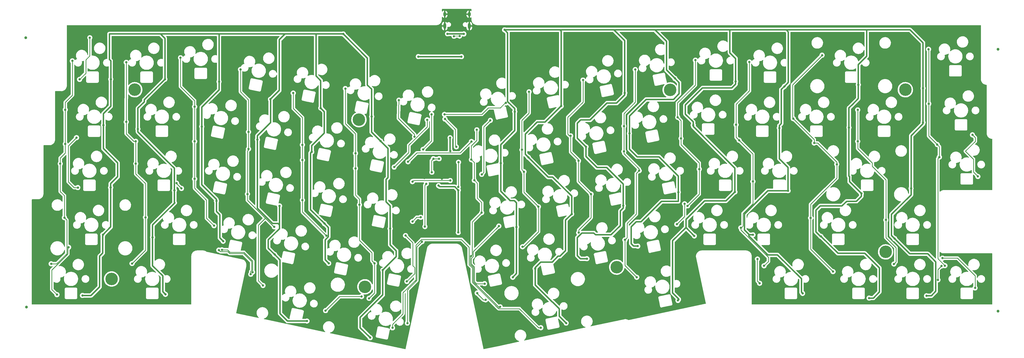
<source format=gbr>
%TF.GenerationSoftware,KiCad,Pcbnew,(6.0.9)*%
%TF.CreationDate,2023-01-04T06:44:43+09:00*%
%TF.ProjectId,Skeleton68rev2,536b656c-6574-46f6-9e36-38726576322e,rev?*%
%TF.SameCoordinates,Original*%
%TF.FileFunction,Copper,L1,Top*%
%TF.FilePolarity,Positive*%
%FSLAX46Y46*%
G04 Gerber Fmt 4.6, Leading zero omitted, Abs format (unit mm)*
G04 Created by KiCad (PCBNEW (6.0.9)) date 2023-01-04 06:44:43*
%MOMM*%
%LPD*%
G01*
G04 APERTURE LIST*
%TA.AperFunction,ComponentPad*%
%ADD10C,4.400000*%
%TD*%
%TA.AperFunction,ComponentPad*%
%ADD11C,0.700000*%
%TD*%
%TA.AperFunction,SMDPad,CuDef*%
%ADD12C,1.000000*%
%TD*%
%TA.AperFunction,ComponentPad*%
%ADD13O,1.000000X2.100000*%
%TD*%
%TA.AperFunction,ComponentPad*%
%ADD14O,1.000000X1.600000*%
%TD*%
%TA.AperFunction,ViaPad*%
%ADD15C,0.800000*%
%TD*%
%TA.AperFunction,Conductor*%
%ADD16C,0.500000*%
%TD*%
%TA.AperFunction,Conductor*%
%ADD17C,0.250000*%
%TD*%
%TA.AperFunction,Conductor*%
%ADD18C,0.200000*%
%TD*%
G04 APERTURE END LIST*
D10*
%TO.P,H6,1*%
%TO.N,N/C*%
X225315600Y-107635100D03*
D11*
X226965600Y-107635100D03*
X225315600Y-109285100D03*
X226482326Y-106468374D03*
X225315600Y-105985100D03*
X226482326Y-108801826D03*
X223665600Y-107635100D03*
X224148874Y-106468374D03*
X224148874Y-108801826D03*
%TD*%
%TO.P,H4,1*%
%TO.N,N/C*%
X136689200Y-112916400D03*
X135522474Y-113399674D03*
X138339200Y-114566400D03*
X136689200Y-116216400D03*
X137855926Y-113399674D03*
X135522474Y-115733126D03*
D10*
X136689200Y-114566400D03*
D11*
X135039200Y-114566400D03*
X137855926Y-115733126D03*
%TD*%
%TO.P,H1,1*%
%TO.N,N/C*%
X55684200Y-43477000D03*
X57334200Y-45127000D03*
X56850926Y-46293726D03*
X54517474Y-46293726D03*
X54517474Y-43960274D03*
D10*
X55684200Y-45127000D03*
D11*
X54034200Y-45127000D03*
X55684200Y-46777000D03*
X56850926Y-43960274D03*
%TD*%
%TO.P,H7,1*%
%TO.N,N/C*%
X325250900Y-45127000D03*
X326900900Y-43477000D03*
X328550900Y-45127000D03*
D10*
X326900900Y-45127000D03*
D11*
X328067626Y-46293726D03*
X326900900Y-46777000D03*
X325734174Y-46293726D03*
X325734174Y-43960274D03*
X328067626Y-43960274D03*
%TD*%
D12*
%TO.P,FID3,*%
%TO.N,*%
X359570000Y-30870000D03*
%TD*%
%TO.P,FID2,*%
%TO.N,*%
X17330000Y-26810000D03*
%TD*%
D11*
%TO.P,H3,1*%
%TO.N,N/C*%
X132946100Y-55694700D03*
X135762826Y-54527974D03*
X133429374Y-54527974D03*
X135762826Y-56861426D03*
X133429374Y-56861426D03*
X134596100Y-54044700D03*
X136246100Y-55694700D03*
X134596100Y-57344700D03*
D10*
X134596100Y-55694700D03*
%TD*%
D12*
%TO.P,FID1,*%
%TO.N,*%
X17540000Y-121740000D03*
%TD*%
D11*
%TO.P,H5,1*%
%TO.N,N/C*%
X245776800Y-45209900D03*
X242476800Y-45209900D03*
X242960074Y-46376626D03*
D10*
X244126800Y-45209900D03*
D11*
X244126800Y-43559900D03*
X245293526Y-46376626D03*
X244126800Y-46859900D03*
X245293526Y-44043174D03*
X242960074Y-44043174D03*
%TD*%
D12*
%TO.P,FID4,*%
%TO.N,*%
X359570000Y-123160000D03*
%TD*%
D11*
%TO.P,H8,1*%
%TO.N,N/C*%
X318791974Y-101110274D03*
X319958700Y-100627000D03*
X321125426Y-101110274D03*
X318791974Y-103443726D03*
X318308700Y-102277000D03*
D10*
X319958700Y-102277000D03*
D11*
X319958700Y-103927000D03*
X321608700Y-102277000D03*
X321125426Y-103443726D03*
%TD*%
%TO.P,H2,1*%
%TO.N,N/C*%
X48703826Y-110635274D03*
X46370374Y-110635274D03*
X49187100Y-111802000D03*
X45887100Y-111802000D03*
X47537100Y-110152000D03*
D10*
X47537100Y-111802000D03*
D11*
X46370374Y-112968726D03*
X47537100Y-113452000D03*
X48703826Y-112968726D03*
%TD*%
D13*
%TO.P,J1,S1,SHIELD*%
%TO.N,GND*%
X173400000Y-22690000D03*
D14*
X164760000Y-18510000D03*
D13*
X164760000Y-22690000D03*
D14*
X173400000Y-18510000D03*
%TD*%
D15*
%TO.N,+3V3*%
X155495000Y-33455000D03*
X162614500Y-78914500D03*
X170680000Y-33470000D03*
X166755000Y-66755000D03*
X169550000Y-80530000D03*
X166670000Y-62040000D03*
X169550000Y-95420000D03*
%TO.N,GND*%
X172780000Y-29300000D03*
X157560000Y-76220000D03*
X170700000Y-95300000D03*
X166400000Y-31680000D03*
X168510000Y-31700000D03*
X146050000Y-75040000D03*
X163814500Y-76495500D03*
X161410000Y-82820000D03*
X155420000Y-68730000D03*
X160903411Y-81493411D03*
X171350000Y-91860000D03*
%TO.N,+1V1*%
X160790000Y-69450500D03*
X162800000Y-69450500D03*
X160250000Y-74190000D03*
%TO.N,+5V*%
X44460000Y-96210000D03*
X297200000Y-96790000D03*
X56790000Y-58950000D03*
X194225000Y-68945000D03*
X190062485Y-93482485D03*
X37280000Y-117620000D03*
X44630000Y-57590000D03*
X138530000Y-132490000D03*
X207520000Y-127360000D03*
X285620000Y-80710000D03*
X205754289Y-50885711D03*
X247000000Y-81220000D03*
X116280000Y-126630000D03*
X47238601Y-41418601D03*
X196600000Y-108170000D03*
X273270000Y-96250000D03*
X142215000Y-63225000D03*
X282560000Y-58610000D03*
X84440000Y-84320000D03*
X229790000Y-60530000D03*
X333140000Y-56650000D03*
X333140000Y-44590000D03*
X121150000Y-51570000D03*
X246870000Y-119380000D03*
X122440000Y-92280000D03*
X227650000Y-86000000D03*
X66288601Y-41408601D03*
X79260000Y-58103201D03*
X284325000Y-43955000D03*
X47200000Y-79590000D03*
X334350000Y-117750000D03*
X328930000Y-79880000D03*
X266920000Y-81130000D03*
X142992692Y-108696699D03*
X103440000Y-48480000D03*
X314160000Y-118540000D03*
X104910000Y-103210000D03*
X185850000Y-24030000D03*
X69635999Y-80605999D03*
X214503364Y-65233364D03*
X310344801Y-43374801D03*
X323165000Y-97615000D03*
X214830000Y-104670000D03*
X311410000Y-81700000D03*
X232720000Y-100240000D03*
X245790000Y-41140000D03*
X98860000Y-62740000D03*
X85338601Y-42291399D03*
X86790000Y-98510000D03*
X252255000Y-57585000D03*
X188735000Y-111205000D03*
X106640000Y-86050000D03*
X290740000Y-116890000D03*
X252630000Y-96640000D03*
X145580000Y-94050000D03*
X189430000Y-52880000D03*
X129080000Y-25480000D03*
X117970000Y-67000000D03*
X123950000Y-106290000D03*
X307064199Y-58455801D03*
X209460000Y-88920000D03*
X228160000Y-46240000D03*
X61960000Y-97140000D03*
X66480000Y-117230000D03*
X139070301Y-54589699D03*
X267190000Y-42220000D03*
X184507189Y-71007189D03*
%TO.N,row0*%
X186334385Y-49764716D03*
X164700000Y-53810000D03*
X157150000Y-66160000D03*
X160181056Y-53788944D03*
%TO.N,row1*%
X174195000Y-63365000D03*
X151860000Y-70500000D03*
%TO.N,row2*%
X153410000Y-77520000D03*
X166710000Y-77120000D03*
%TO.N,row3*%
X156310000Y-90080000D03*
X246480000Y-92520000D03*
X153450000Y-91550000D03*
X249210000Y-85310000D03*
%TO.N,row4*%
X339640000Y-107220000D03*
X176198411Y-116778411D03*
X151640000Y-127350000D03*
X97130000Y-109400000D03*
X86380000Y-101550000D03*
X122840000Y-122960000D03*
X179170000Y-119180000D03*
X135510000Y-118000000D03*
X338389500Y-112120000D03*
X156770000Y-98670000D03*
%TO.N,VBUS*%
X165765000Y-25415000D03*
X171520000Y-25460000D03*
%TO.N,D_USB_N*%
X170010000Y-26209500D03*
X168055000Y-26275000D03*
%TO.N,led*%
X39870000Y-26810000D03*
X36260000Y-41480000D03*
%TO.N,CS*%
X169630000Y-70650000D03*
X169520000Y-79420000D03*
%TO.N,~{RESET}*%
X157800000Y-93350000D03*
X158300000Y-78250000D03*
%TO.N,col0*%
X31220000Y-64250000D03*
X29450000Y-71210000D03*
X33710000Y-34950000D03*
X31220000Y-52170000D03*
X26260000Y-106460000D03*
X30920000Y-90190000D03*
%TO.N,col1*%
X56040000Y-63310000D03*
X52700000Y-35470000D03*
X54730000Y-106370000D03*
X59440000Y-90100000D03*
X56040000Y-71170000D03*
X52690000Y-56450000D03*
%TO.N,col2*%
X76740000Y-76530000D03*
X76740000Y-63315500D03*
X76740000Y-51090000D03*
X83590000Y-93030000D03*
X71780000Y-33850000D03*
%TO.N,col3*%
X100825000Y-114095000D03*
X104780000Y-93430000D03*
X95350000Y-81890000D03*
X92897928Y-37969998D03*
X95710000Y-60000000D03*
X95710000Y-66010000D03*
%TO.N,col4*%
X114680000Y-64530000D03*
X111460000Y-46290000D03*
X114680000Y-69900000D03*
X114680000Y-84020000D03*
X123100000Y-96600000D03*
%TO.N,col5*%
X133370000Y-72840000D03*
X134768387Y-85671613D03*
X140090000Y-106320000D03*
X138150000Y-118624500D03*
X133370000Y-67510000D03*
X129790000Y-44710000D03*
%TO.N,col6*%
X154150000Y-61690000D03*
X148660000Y-48800000D03*
%TO.N,col7*%
X184310000Y-121645500D03*
X174150000Y-69750000D03*
X177790000Y-88440000D03*
X175180000Y-77050000D03*
X174014500Y-103770000D03*
X176080000Y-59250000D03*
%TO.N,col8*%
X192160000Y-100460000D03*
X197755000Y-86345000D03*
X191970000Y-66270000D03*
X192670000Y-74010000D03*
X194450000Y-45870000D03*
%TO.N,col9*%
X216310000Y-81920000D03*
X211860000Y-70180000D03*
X213450000Y-41740000D03*
X211951589Y-95481589D03*
X209100000Y-61380000D03*
%TO.N,col10*%
X232360000Y-111200000D03*
X227840000Y-57940000D03*
X233210000Y-73650000D03*
X228210000Y-98030000D03*
X227840000Y-66860000D03*
X231850000Y-38020000D03*
%TO.N,col11*%
X246790000Y-54830000D03*
X254360000Y-73080000D03*
X247960000Y-62290000D03*
X250250000Y-86050000D03*
X253010000Y-34710000D03*
%TO.N,col12*%
X272010000Y-35350000D03*
X269025000Y-93765000D03*
X277170000Y-107170000D03*
X267340000Y-57440000D03*
X268400000Y-62920000D03*
X273250000Y-77450000D03*
%TO.N,col13*%
X294830000Y-63895500D03*
X287457253Y-55302747D03*
X297600000Y-32960000D03*
X293570000Y-90310000D03*
X301450000Y-109210000D03*
X302770000Y-71400000D03*
%TO.N,col15*%
X338140000Y-64440000D03*
X335070000Y-30850000D03*
X335130000Y-50050000D03*
X338875000Y-68855000D03*
X340825000Y-107115000D03*
%TO.N,col14*%
X310150000Y-63320000D03*
X320050000Y-91020000D03*
X310150000Y-52230000D03*
X322890000Y-106540000D03*
%TO.N,Net-(LED7-Pad2)*%
X158620000Y-55730000D03*
X146980000Y-72380000D03*
%TO.N,Net-(LED13-Pad2)*%
X35650000Y-79600000D03*
X35170000Y-62010000D03*
%TO.N,Net-(LED15-Pad2)*%
X72126036Y-79906036D03*
X70385499Y-78060000D03*
%TO.N,Net-(LED19-Pad2)*%
X151460000Y-112670000D03*
X150995000Y-96525000D03*
%TO.N,Net-(LED25-Pad2)*%
X32400000Y-100640000D03*
X28300000Y-117350000D03*
%TO.N,Net-(LED27-Pad2)*%
X96505500Y-110130000D03*
X85280000Y-101630000D03*
%TO.N,Net-(LED29-Pad2)*%
X198620000Y-128980000D03*
X146400000Y-129020000D03*
%TO.N,Net-(LED31-Pad2)*%
X274850000Y-104780000D03*
X275620000Y-113320000D03*
%TO.N,Net-(LED35-Pad2)*%
X339960000Y-104480000D03*
X351450000Y-114980000D03*
%TO.N,Net-(LED43-Pad2)*%
X183830000Y-93170000D03*
X178817314Y-113462686D03*
%TO.N,Net-(LED51-Pad2)*%
X352430000Y-75680000D03*
X350520000Y-61010000D03*
%TO.N,Net-(LED60-Pad2)*%
X177810000Y-74950000D03*
X180830000Y-55930000D03*
%TO.N,rgb*%
X168850000Y-65240000D03*
X164870000Y-55460000D03*
%TD*%
D16*
%TO.N,+3V3*%
X169550000Y-95420000D02*
X169550000Y-80530000D01*
X163020000Y-79320000D02*
X168340000Y-79320000D01*
X168340000Y-79320000D02*
X169550000Y-80530000D01*
X166755000Y-66755000D02*
X166670000Y-66670000D01*
X155510000Y-33470000D02*
X170680000Y-33470000D01*
X162614500Y-78914500D02*
X163020000Y-79320000D01*
X155495000Y-33455000D02*
X155510000Y-33470000D01*
X166670000Y-66670000D02*
X166670000Y-62040000D01*
%TO.N,GND*%
X168510000Y-31700000D02*
X166380000Y-31700000D01*
X157560000Y-76220000D02*
X163539000Y-76220000D01*
X170700000Y-92510000D02*
X171350000Y-91860000D01*
X163539000Y-76220000D02*
X163814500Y-76495500D01*
X157560000Y-76220000D02*
X147230000Y-76220000D01*
X166380000Y-31700000D02*
X166400000Y-31680000D01*
D17*
X163814500Y-76495500D02*
X163940000Y-76370000D01*
D16*
X157560000Y-70870000D02*
X155420000Y-68730000D01*
X170700000Y-95300000D02*
X170700000Y-92510000D01*
X170380000Y-31700000D02*
X172780000Y-29300000D01*
X147230000Y-76220000D02*
X146050000Y-75040000D01*
X160903411Y-81493411D02*
X160903411Y-82313411D01*
X157560000Y-76220000D02*
X157560000Y-70870000D01*
X160903411Y-82313411D02*
X161410000Y-82820000D01*
X168510000Y-31700000D02*
X170380000Y-31700000D01*
D17*
%TO.N,+1V1*%
X160100000Y-70140500D02*
X160100000Y-74040000D01*
X160790000Y-69450500D02*
X162800000Y-69450500D01*
X160790000Y-69450500D02*
X160100000Y-70140500D01*
X160100000Y-74040000D02*
X160250000Y-74190000D01*
D16*
%TO.N,+5V*%
X271795324Y-96613572D02*
X278491752Y-103310000D01*
X241070000Y-84480000D02*
X233894652Y-91655348D01*
X59010000Y-48687202D02*
X59010000Y-49410000D01*
X265810000Y-44520000D02*
X267190000Y-43140000D01*
X217890000Y-96260000D02*
X217246048Y-95616048D01*
X328930000Y-82170000D02*
X322040000Y-89060000D01*
X196600000Y-108170000D02*
X196600000Y-113890000D01*
X69635999Y-84785999D02*
X69800000Y-84950000D01*
X144820000Y-76120000D02*
X144170985Y-76769015D01*
X333140000Y-28590000D02*
X328580000Y-24030000D01*
X190062485Y-84942485D02*
X190062485Y-93482485D01*
X310344801Y-48245199D02*
X308270000Y-50320000D01*
X147720000Y-101860000D02*
X147720000Y-103969391D01*
X189370000Y-59580000D02*
X184507189Y-64442811D01*
X247190000Y-119060000D02*
X247190000Y-118880000D01*
X189430000Y-59520000D02*
X189370000Y-59580000D01*
X229790000Y-66050000D02*
X232498596Y-68758596D01*
X184507189Y-64442811D02*
X184507189Y-80917189D01*
X185850000Y-24030000D02*
X186930805Y-25110805D01*
X205360000Y-24030000D02*
X205754289Y-24424289D01*
X193120000Y-60730000D02*
X193120000Y-67840000D01*
X66770000Y-69950000D02*
X69635999Y-72815999D01*
X205754289Y-24424289D02*
X205754289Y-50885711D01*
X211460000Y-56970000D02*
X212632811Y-55797189D01*
X204674180Y-103785562D02*
X202609742Y-105850000D01*
X47238601Y-41418601D02*
X47238601Y-34962438D01*
X56790000Y-59970000D02*
X66770000Y-69950000D01*
X69800000Y-84950000D02*
X61960000Y-92790000D01*
X273270000Y-96250000D02*
X271960648Y-96250000D01*
X44430000Y-96240000D02*
X44430000Y-102650000D01*
X282560000Y-69440000D02*
X285620000Y-72500000D01*
X284990000Y-24030000D02*
X285706801Y-24746801D01*
X247000000Y-81220000D02*
X247000000Y-84480000D01*
X84440000Y-84320000D02*
X84440000Y-88050000D01*
X212632811Y-55797189D02*
X215930000Y-55797189D01*
X211460000Y-62190000D02*
X211460000Y-56970000D01*
X119480000Y-25480000D02*
X108610000Y-25480000D01*
X233894652Y-91655348D02*
X232224652Y-91655348D01*
X214503364Y-65233364D02*
X214503364Y-68663364D01*
X267190000Y-34140000D02*
X265160000Y-32110000D01*
X308270000Y-50320000D02*
X307064199Y-51525801D01*
X190062485Y-93482485D02*
X190062485Y-109877515D01*
X337640000Y-116160000D02*
X336050000Y-117750000D01*
X121150000Y-51570000D02*
X122420000Y-52840000D01*
X85470000Y-25480000D02*
X85338601Y-25611399D01*
X227650000Y-86830000D02*
X226610000Y-87870000D01*
X322040000Y-89060000D02*
X322040000Y-96490000D01*
X106570000Y-45350000D02*
X106570000Y-27520000D01*
X117970000Y-67000000D02*
X117550000Y-67420000D01*
X142992692Y-117377308D02*
X135020000Y-125350000D01*
X245310000Y-48540000D02*
X235680000Y-48540000D01*
X106570000Y-27520000D02*
X108610000Y-25480000D01*
X44630000Y-53570000D02*
X44630000Y-57590000D01*
X242832005Y-38182005D02*
X245790000Y-41140000D01*
X64910000Y-25480000D02*
X64910000Y-25650000D01*
X44630000Y-65860000D02*
X49660000Y-70890000D01*
X255510000Y-44520000D02*
X265810000Y-44520000D01*
X223340000Y-96260000D02*
X217890000Y-96260000D01*
X282560000Y-69060000D02*
X282560000Y-69440000D01*
X230420000Y-93460000D02*
X230420000Y-99390000D01*
X265160000Y-32110000D02*
X265160000Y-24030000D01*
X310344801Y-43374801D02*
X310344801Y-48245199D01*
X202707608Y-119904099D02*
X205070000Y-122266491D01*
X186930805Y-49310805D02*
X189430000Y-51810000D01*
X247000000Y-75539991D02*
X247000000Y-81220000D01*
X317760000Y-116420000D02*
X315640000Y-118540000D01*
X285620000Y-80710000D02*
X278490000Y-80710000D01*
X49660000Y-75760000D02*
X47200000Y-78220000D01*
X106640000Y-86050000D02*
X106640000Y-92810000D01*
X211430000Y-97220000D02*
X211430000Y-103570000D01*
X137570000Y-33970000D02*
X137570000Y-43440000D01*
X271960648Y-96250000D02*
X271795324Y-96084676D01*
X47238601Y-34962438D02*
X46760000Y-34483837D01*
X44460000Y-96210000D02*
X47200000Y-93470000D01*
X44460000Y-96210000D02*
X44430000Y-96240000D01*
X189430000Y-52880000D02*
X189430000Y-59520000D01*
X117970000Y-64833191D02*
X117970000Y-67000000D01*
X213033952Y-95616048D02*
X211430000Y-97220000D01*
X69635999Y-72815999D02*
X69635999Y-80605999D01*
X186930805Y-25110805D02*
X186930805Y-49310805D01*
X109450000Y-126630000D02*
X106800000Y-123980000D01*
X270270000Y-94559353D02*
X271795324Y-96084676D01*
X79260000Y-78590000D02*
X84440000Y-83770000D01*
X65553699Y-116303699D02*
X66480000Y-117230000D01*
X290350299Y-111740299D02*
X290350299Y-116500299D01*
X47238601Y-50961399D02*
X44630000Y-53570000D01*
X64910000Y-25480000D02*
X46760000Y-25480000D01*
X257900000Y-84290000D02*
X256240000Y-84290000D01*
X247290000Y-46560000D02*
X245310000Y-48540000D01*
X194225000Y-68945000D02*
X201190000Y-75910000D01*
X61960000Y-92790000D02*
X61960000Y-94260000D01*
X303190000Y-102780000D02*
X312660000Y-102780000D01*
X285706801Y-42573199D02*
X284325000Y-43955000D01*
X229790000Y-60530000D02*
X229790000Y-66050000D01*
X147720000Y-103969391D02*
X142992692Y-108696699D01*
X307064199Y-51525801D02*
X307064199Y-58455801D01*
X43330000Y-103750000D02*
X43330000Y-114580000D01*
X119483385Y-25483385D02*
X119483385Y-40253385D01*
X295460000Y-95210000D02*
X297040000Y-96790000D01*
X225270000Y-49840000D02*
X228160000Y-46950000D01*
X122680000Y-105020000D02*
X123950000Y-106290000D01*
X196600000Y-107860000D02*
X196600000Y-108170000D01*
X230420000Y-99390000D02*
X231270000Y-100240000D01*
X85338601Y-42291399D02*
X85338601Y-45181399D01*
X98860000Y-62740000D02*
X98860000Y-86918248D01*
X119483385Y-25483385D02*
X119480000Y-25480000D01*
X142215000Y-63225000D02*
X144820000Y-65830000D01*
X85600000Y-97320000D02*
X86790000Y-98510000D01*
X246870000Y-119380000D02*
X247190000Y-119060000D01*
X245790000Y-41140000D02*
X247290000Y-42640000D01*
X226610000Y-92990000D02*
X223340000Y-96260000D01*
X139070301Y-54589699D02*
X139070301Y-60080301D01*
X227650000Y-78360000D02*
X227650000Y-86000000D01*
X212530000Y-104670000D02*
X214830000Y-104670000D01*
X108610000Y-25480000D02*
X85470000Y-25480000D01*
X106800000Y-123980000D02*
X106800000Y-105100000D01*
X267190000Y-42220000D02*
X267190000Y-34140000D01*
X106640000Y-94083686D02*
X102680000Y-98043686D01*
X309690000Y-84420000D02*
X306253571Y-84420000D01*
X103440000Y-48480000D02*
X106570000Y-45350000D01*
X139070301Y-44940301D02*
X139070301Y-54589699D01*
X205350000Y-103785562D02*
X204674180Y-103785562D01*
X61960000Y-97140000D02*
X61960000Y-107145829D01*
X231270000Y-100240000D02*
X232720000Y-100240000D01*
X201190000Y-75910000D02*
X202751161Y-75910000D01*
X211430000Y-103570000D02*
X212530000Y-104670000D01*
X103466454Y-56723546D02*
X98860000Y-61330000D01*
X328500000Y-102950000D02*
X334830000Y-102950000D01*
X333140000Y-56650000D02*
X333140000Y-57140000D01*
X119486770Y-25480000D02*
X119483385Y-25483385D01*
X247000000Y-84480000D02*
X241070000Y-84480000D01*
X307064199Y-58455801D02*
X307064199Y-75564199D01*
X285706801Y-24746801D02*
X285706801Y-42573199D01*
X256240000Y-84290000D02*
X249690000Y-90840000D01*
X144170985Y-76769015D02*
X144170985Y-84629577D01*
X207330000Y-101805562D02*
X205350000Y-103785562D01*
X224340000Y-24030000D02*
X205360000Y-24030000D01*
X221887189Y-49840000D02*
X225270000Y-49840000D01*
X281920000Y-103310000D02*
X290350299Y-111740299D01*
X310344801Y-36277636D02*
X310344801Y-43374801D01*
X106800000Y-105100000D02*
X104910000Y-103210000D01*
X61960000Y-107145829D02*
X65553699Y-110739528D01*
X215930000Y-55797189D02*
X221887189Y-49840000D01*
X249690000Y-93700000D02*
X252630000Y-96640000D01*
X122420000Y-60383191D02*
X117970000Y-64833191D01*
X266920000Y-72740000D02*
X252255000Y-58075000D01*
X85600000Y-89210000D02*
X85600000Y-97320000D01*
X283240000Y-57070000D02*
X282560000Y-57750000D01*
X117550000Y-87390000D02*
X122440000Y-92280000D01*
X106090000Y-92260000D02*
X106640000Y-92810000D01*
X266920000Y-81130000D02*
X266920000Y-72740000D01*
X144820000Y-65830000D02*
X144820000Y-76120000D01*
X282560000Y-58610000D02*
X282560000Y-69060000D01*
X44630000Y-57590000D02*
X44630000Y-65860000D01*
X311410000Y-82700000D02*
X309690000Y-84420000D01*
X46760000Y-25480000D02*
X46760000Y-34483837D01*
X214503364Y-68663364D02*
X218370000Y-72530000D01*
X238760000Y-24030000D02*
X242832005Y-28102005D01*
X249500000Y-50530000D02*
X255510000Y-44520000D01*
X145580000Y-94050000D02*
X145580000Y-99770000D01*
X214503364Y-65233364D02*
X211460000Y-62190000D01*
X295460000Y-87560000D02*
X295460000Y-95210000D01*
X122440000Y-92280000D02*
X123850000Y-93690000D01*
X119483385Y-40253385D02*
X121150000Y-41920000D01*
X184507189Y-80917189D02*
X187580000Y-83990000D01*
X266920000Y-81130000D02*
X263760000Y-84290000D01*
X284325000Y-43955000D02*
X283240000Y-45040000D01*
X278491752Y-103310000D02*
X281920000Y-103310000D01*
X64910000Y-25650000D02*
X66288601Y-27028601D01*
X84440000Y-83770000D02*
X84440000Y-84320000D01*
X334830000Y-102950000D02*
X337640000Y-105760000D01*
X267190000Y-43140000D02*
X267190000Y-42220000D01*
X282560000Y-57750000D02*
X282560000Y-58610000D01*
X328580000Y-24030000D02*
X313280000Y-24030000D01*
X313280000Y-24030000D02*
X313280000Y-33342437D01*
X217246048Y-95616048D02*
X213033952Y-95616048D01*
X56790000Y-58950000D02*
X56790000Y-59970000D01*
X196600000Y-113890000D02*
X202614099Y-119904099D01*
X139070301Y-60080301D02*
X142215000Y-63225000D01*
X252255000Y-56475000D02*
X249500000Y-53720000D01*
X224340000Y-24030000D02*
X228160000Y-27850000D01*
X317760000Y-107880000D02*
X317760000Y-116420000D01*
X313280000Y-33342437D02*
X310344801Y-36277636D01*
X249500000Y-53720000D02*
X249500000Y-50530000D01*
X187770000Y-84180000D02*
X189300000Y-84180000D01*
X312660000Y-102780000D02*
X317760000Y-107880000D01*
X311410000Y-81700000D02*
X311410000Y-82700000D01*
X85470000Y-25480000D02*
X64910000Y-25480000D01*
X313280000Y-24030000D02*
X284990000Y-24030000D01*
X333140000Y-44590000D02*
X333140000Y-28590000D01*
X283240000Y-45040000D02*
X283240000Y-57070000D01*
X278490000Y-80710000D02*
X270270000Y-88930000D01*
X129080000Y-25480000D02*
X119486770Y-25480000D01*
X227650000Y-86000000D02*
X227650000Y-86830000D01*
X193120000Y-67840000D02*
X194225000Y-68945000D01*
X238760000Y-24030000D02*
X224340000Y-24030000D01*
X49660000Y-70890000D02*
X49660000Y-75760000D01*
X232498596Y-68758596D02*
X240218605Y-68758596D01*
X98860000Y-61330000D02*
X98860000Y-62740000D01*
X147670000Y-101860000D02*
X147720000Y-101860000D01*
X333140000Y-44590000D02*
X333140000Y-56650000D01*
X123850000Y-96910661D02*
X122680000Y-98080661D01*
X135020000Y-128980000D02*
X138530000Y-132490000D01*
X40290000Y-117620000D02*
X37280000Y-117620000D01*
X104201752Y-92260000D02*
X106090000Y-92260000D01*
X229790000Y-54430000D02*
X229790000Y-60530000D01*
X209460000Y-88920000D02*
X207330000Y-91050000D01*
X47238601Y-41418601D02*
X47238601Y-50961399D01*
X205070000Y-122266491D02*
X205070000Y-124910000D01*
X247290000Y-42640000D02*
X247290000Y-46560000D01*
X123850000Y-93690000D02*
X123850000Y-96910661D01*
X56790000Y-51630000D02*
X56790000Y-58950000D01*
X102680000Y-100980000D02*
X104910000Y-103210000D01*
X307250000Y-77540000D02*
X311410000Y-81700000D01*
X59010000Y-49410000D02*
X56790000Y-51630000D01*
X44430000Y-102650000D02*
X43330000Y-103750000D01*
X61960000Y-94260000D02*
X61960000Y-97140000D01*
X290350299Y-116500299D02*
X290740000Y-116890000D01*
X265160000Y-24030000D02*
X238760000Y-24030000D01*
X205754289Y-50885711D02*
X200130000Y-56510000D01*
X271795324Y-96084676D02*
X271795324Y-96613572D01*
X85338601Y-45181399D02*
X79260000Y-51260000D01*
X304593571Y-86080000D02*
X296940000Y-86080000D01*
X122680000Y-98080661D02*
X122680000Y-105020000D01*
X333140000Y-57140000D02*
X328930000Y-61350000D01*
X245013289Y-98376711D02*
X249690000Y-93700000D01*
X137570000Y-43440000D02*
X139070301Y-44940301D01*
X205360000Y-24030000D02*
X185850000Y-24030000D01*
X307250000Y-75750000D02*
X307250000Y-77540000D01*
X322040000Y-96490000D02*
X323165000Y-97615000D01*
X200130000Y-56510000D02*
X197340000Y-56510000D01*
X65553699Y-110739528D02*
X65553699Y-116303699D01*
X145580000Y-99770000D02*
X147670000Y-101860000D01*
X328930000Y-61350000D02*
X328930000Y-79880000D01*
X240218605Y-68758596D02*
X247000000Y-75539991D01*
X306253571Y-84420000D02*
X304593571Y-86080000D01*
X129080000Y-25480000D02*
X137570000Y-33970000D01*
X205070000Y-124910000D02*
X207520000Y-127360000D01*
X103466454Y-48506454D02*
X103466454Y-56723546D01*
X47200000Y-78220000D02*
X47200000Y-79590000D01*
X207330000Y-91050000D02*
X207330000Y-101805562D01*
X297200000Y-96790000D02*
X303190000Y-102780000D01*
X198610000Y-105850000D02*
X196600000Y-107860000D01*
X122420000Y-52840000D02*
X122420000Y-60383191D01*
X270270000Y-88930000D02*
X270270000Y-94559353D01*
X47200000Y-93470000D02*
X47200000Y-79590000D01*
X98860000Y-86918248D02*
X104201752Y-92260000D01*
X218370000Y-72530000D02*
X221729378Y-72530000D01*
X252255000Y-57585000D02*
X252255000Y-56475000D01*
X249690000Y-90840000D02*
X249690000Y-93700000D01*
X102680000Y-98043686D02*
X102680000Y-100980000D01*
X285620000Y-72500000D02*
X285620000Y-80710000D01*
X121150000Y-41920000D02*
X121150000Y-51570000D01*
X66288601Y-41408601D02*
X59010000Y-48687202D01*
X226610000Y-87870000D02*
X226610000Y-92990000D01*
X202751161Y-75910000D02*
X209460000Y-82618839D01*
X79260000Y-51260000D02*
X79260000Y-78590000D01*
X66288601Y-27028601D02*
X66288601Y-41408601D01*
X228160000Y-46950000D02*
X228160000Y-46240000D01*
X263760000Y-84290000D02*
X257900000Y-84290000D01*
X187580000Y-83990000D02*
X187770000Y-84180000D01*
X315640000Y-118540000D02*
X314160000Y-118540000D01*
X284990000Y-24030000D02*
X265160000Y-24030000D01*
X247190000Y-118880000D02*
X245013289Y-116703289D01*
X69635999Y-80605999D02*
X69635999Y-84785999D01*
X103440000Y-48480000D02*
X103466454Y-48506454D01*
X328930000Y-79880000D02*
X328930000Y-82170000D01*
X323165000Y-97615000D02*
X328500000Y-102950000D01*
X235680000Y-48540000D02*
X229790000Y-54430000D01*
X106640000Y-92810000D02*
X106640000Y-94083686D01*
X209460000Y-82618839D02*
X209460000Y-88920000D01*
X135020000Y-125350000D02*
X135020000Y-128980000D01*
X221774689Y-72484689D02*
X227650000Y-78360000D01*
X221729378Y-72530000D02*
X221774689Y-72484689D01*
X336050000Y-117750000D02*
X334350000Y-117750000D01*
X232224652Y-91655348D02*
X230420000Y-93460000D01*
X190062485Y-109877515D02*
X188735000Y-111205000D01*
X245013289Y-116703289D02*
X245013289Y-98376711D01*
X297040000Y-96790000D02*
X297200000Y-96790000D01*
X242832005Y-28102005D02*
X242832005Y-38182005D01*
X116280000Y-126630000D02*
X109450000Y-126630000D01*
X84440000Y-88050000D02*
X85600000Y-89210000D01*
X144170985Y-84629577D02*
X145580000Y-86038592D01*
X117550000Y-67420000D02*
X117550000Y-87390000D01*
X197340000Y-56510000D02*
X193120000Y-60730000D01*
X43330000Y-114580000D02*
X40290000Y-117620000D01*
X252255000Y-58075000D02*
X252255000Y-57585000D01*
X307064199Y-75564199D02*
X307250000Y-75750000D01*
X189300000Y-84180000D02*
X190062485Y-84942485D01*
X202609742Y-105850000D02*
X198610000Y-105850000D01*
X142992692Y-108696699D02*
X142992692Y-117377308D01*
X228160000Y-27850000D02*
X228160000Y-46240000D01*
X202614099Y-119904099D02*
X202707608Y-119904099D01*
X296940000Y-86080000D02*
X295460000Y-87560000D01*
X145580000Y-86038592D02*
X145580000Y-94050000D01*
X337640000Y-105760000D02*
X337640000Y-116160000D01*
X189430000Y-51810000D02*
X189430000Y-52880000D01*
X85338601Y-25611399D02*
X85338601Y-42291399D01*
D17*
%TO.N,row0*%
X180110000Y-51500000D02*
X177800000Y-53810000D01*
X160181056Y-63128944D02*
X160181056Y-53788944D01*
X177800000Y-53810000D02*
X164700000Y-53810000D01*
X186055284Y-49764716D02*
X184320000Y-51500000D01*
X186334385Y-49764716D02*
X186055284Y-49764716D01*
X184320000Y-51500000D02*
X180110000Y-51500000D01*
X157150000Y-66160000D02*
X160181056Y-63128944D01*
%TO.N,row1*%
X174195000Y-63365000D02*
X170180000Y-67380000D01*
X154980000Y-67380000D02*
X151860000Y-70500000D01*
X170180000Y-67380000D02*
X154980000Y-67380000D01*
%TO.N,row2*%
X166710000Y-77120000D02*
X153810000Y-77120000D01*
X153810000Y-77120000D02*
X153410000Y-77520000D01*
%TO.N,row3*%
X246480000Y-92520000D02*
X249210000Y-89790000D01*
X156310000Y-90080000D02*
X154920000Y-90080000D01*
X154920000Y-90080000D02*
X153450000Y-91550000D01*
X249210000Y-89790000D02*
X249210000Y-85310000D01*
%TO.N,row4*%
X151640000Y-115594974D02*
X151640000Y-127350000D01*
X88330000Y-101550000D02*
X86380000Y-101550000D01*
X127800000Y-118000000D02*
X135510000Y-118000000D01*
X97130000Y-109400000D02*
X97160000Y-109370000D01*
X338389500Y-112120000D02*
X338389500Y-108470500D01*
X154967487Y-112267487D02*
X151640000Y-115594974D01*
X154967487Y-102657487D02*
X154967487Y-112267487D01*
X154960000Y-102650000D02*
X154967487Y-102657487D01*
X94120000Y-102450000D02*
X89230000Y-102450000D01*
X338389500Y-108470500D02*
X339640000Y-107220000D01*
X154960000Y-100480000D02*
X154960000Y-102650000D01*
X97160000Y-105490000D02*
X94120000Y-102450000D01*
X156770000Y-98670000D02*
X154960000Y-100480000D01*
X97160000Y-109370000D02*
X97160000Y-105490000D01*
X176198411Y-116778411D02*
X176198411Y-116958411D01*
X178420000Y-119180000D02*
X179170000Y-119180000D01*
X176198411Y-116958411D02*
X178420000Y-119180000D01*
X89230000Y-102450000D02*
X88330000Y-101550000D01*
X122840000Y-122960000D02*
X127800000Y-118000000D01*
D16*
%TO.N,VBUS*%
X171520000Y-25460000D02*
X165810000Y-25460000D01*
X165810000Y-25460000D02*
X165765000Y-25415000D01*
D18*
%TO.N,D_USB_N*%
X170010000Y-26209500D02*
X168120500Y-26209500D01*
X168120500Y-26209500D02*
X168055000Y-26275000D01*
D17*
%TO.N,led*%
X38438799Y-34620768D02*
X38438799Y-39301201D01*
X39870000Y-26810000D02*
X39870000Y-33189567D01*
X38438799Y-39301201D02*
X36260000Y-41480000D01*
X39870000Y-33189567D02*
X38438799Y-34620768D01*
%TO.N,CS*%
X169630000Y-70650000D02*
X169630000Y-79310000D01*
X169630000Y-79310000D02*
X169520000Y-79420000D01*
%TO.N,~{RESET}*%
X157800000Y-78750000D02*
X158300000Y-78250000D01*
X157800000Y-93350000D02*
X157800000Y-78750000D01*
%TO.N,col0*%
X31760000Y-91030000D02*
X31760000Y-102885026D01*
X33710000Y-34950000D02*
X33740000Y-34980000D01*
X29600000Y-81120000D02*
X30920000Y-82440000D01*
X28185026Y-106460000D02*
X26260000Y-106460000D01*
X31220000Y-49540000D02*
X31220000Y-52170000D01*
X29450000Y-69170000D02*
X29450000Y-71210000D01*
X31220000Y-52170000D02*
X31220000Y-64250000D01*
X29450000Y-80970000D02*
X29600000Y-81120000D01*
X31760000Y-102885026D02*
X28185026Y-106460000D01*
X31220000Y-67440000D02*
X29490000Y-69170000D01*
X33740000Y-46590000D02*
X33740000Y-47020000D01*
X30920000Y-90190000D02*
X31760000Y-91030000D01*
X29450000Y-71210000D02*
X29450000Y-80970000D01*
X31220000Y-64250000D02*
X31220000Y-67440000D01*
X33740000Y-47020000D02*
X31220000Y-49540000D01*
X33740000Y-34980000D02*
X33740000Y-46590000D01*
X30920000Y-82440000D02*
X30920000Y-90190000D01*
X29490000Y-69170000D02*
X29450000Y-69170000D01*
%TO.N,col1*%
X59440000Y-90100000D02*
X59440000Y-99210000D01*
X56040000Y-72770000D02*
X56040000Y-74790000D01*
X56040000Y-74790000D02*
X59270000Y-78020000D01*
X56040000Y-71170000D02*
X56040000Y-72770000D01*
X52690000Y-56450000D02*
X52690000Y-48250000D01*
X52700000Y-48240000D02*
X52700000Y-35470000D01*
X52690000Y-48250000D02*
X52700000Y-48240000D01*
X56040000Y-63310000D02*
X56040000Y-71170000D01*
X59440000Y-99210000D02*
X59440000Y-101660000D01*
X52690000Y-56450000D02*
X52690000Y-60640000D01*
X59270000Y-78020000D02*
X59440000Y-78190000D01*
X55360000Y-63310000D02*
X56040000Y-63310000D01*
X59440000Y-78190000D02*
X59440000Y-90100000D01*
X52690000Y-60640000D02*
X55360000Y-63310000D01*
X59440000Y-101660000D02*
X54730000Y-106370000D01*
%TO.N,col2*%
X71780000Y-43990000D02*
X76740000Y-48950000D01*
X80930000Y-84030000D02*
X76740000Y-79840000D01*
X83590000Y-93030000D02*
X80930000Y-90370000D01*
X80930000Y-90370000D02*
X80930000Y-84030000D01*
X71780000Y-33850000D02*
X71780000Y-43990000D01*
X76740000Y-79840000D02*
X76740000Y-76530000D01*
X76740000Y-76530000D02*
X76740000Y-51090000D01*
X76740000Y-48950000D02*
X76740000Y-51090000D01*
%TO.N,col3*%
X95350000Y-84080000D02*
X101640000Y-90370000D01*
X95710000Y-48690000D02*
X92897928Y-45877928D01*
X100825000Y-114095000D02*
X99160000Y-112430000D01*
X104780000Y-93430000D02*
X104700000Y-93430000D01*
X95350000Y-81890000D02*
X95350000Y-84080000D01*
X95350000Y-66720000D02*
X95710000Y-66360000D01*
X95710000Y-60000000D02*
X95710000Y-48690000D01*
X95710000Y-66360000D02*
X95710000Y-66010000D01*
X95350000Y-81890000D02*
X95350000Y-66720000D01*
X95710000Y-60000000D02*
X95710000Y-66010000D01*
X99160000Y-112430000D02*
X99160000Y-92850000D01*
X104700000Y-93430000D02*
X101640000Y-90370000D01*
X99160000Y-92850000D02*
X101640000Y-90370000D01*
X92897928Y-45877928D02*
X92897928Y-37969998D01*
%TO.N,col4*%
X111460000Y-46290000D02*
X111460000Y-51680000D01*
X111460000Y-51680000D02*
X114710000Y-54930000D01*
X114710000Y-57350000D02*
X114680000Y-57380000D01*
X114680000Y-88180000D02*
X123100000Y-96600000D01*
X114680000Y-69900000D02*
X114680000Y-84020000D01*
X114680000Y-84020000D02*
X114680000Y-88180000D01*
X114680000Y-64530000D02*
X114680000Y-69900000D01*
X114680000Y-57380000D02*
X114680000Y-64530000D01*
X114710000Y-54930000D02*
X114710000Y-57350000D01*
%TO.N,col5*%
X139180000Y-105410000D02*
X139180000Y-102600000D01*
X133370000Y-67510000D02*
X133370000Y-72840000D01*
X138150000Y-118624500D02*
X140090000Y-116684500D01*
X134768387Y-83658387D02*
X133370000Y-82260000D01*
X133370000Y-60700000D02*
X133370000Y-67510000D01*
X134768387Y-85671613D02*
X134768387Y-83658387D01*
X139180000Y-102600000D02*
X134768387Y-98188387D01*
X134768387Y-98188387D02*
X134768387Y-85671613D01*
X129790000Y-57120000D02*
X133370000Y-60700000D01*
X133370000Y-82260000D02*
X133370000Y-72840000D01*
X140090000Y-106320000D02*
X139180000Y-105410000D01*
X129790000Y-44710000D02*
X129790000Y-57120000D01*
X140090000Y-116684500D02*
X140090000Y-106320000D01*
%TO.N,col6*%
X148480000Y-55200000D02*
X148660000Y-48800000D01*
X154150000Y-60870000D02*
X148480000Y-55200000D01*
X154150000Y-61690000D02*
X154150000Y-60870000D01*
%TO.N,col7*%
X174014500Y-103770000D02*
X174460000Y-103324500D01*
X173740000Y-106645026D02*
X173740000Y-104044500D01*
X174460000Y-103324500D02*
X174460000Y-91770000D01*
X174460000Y-91770000D02*
X177790000Y-88440000D01*
X176210000Y-78080000D02*
X176210000Y-83300000D01*
X183940000Y-121920000D02*
X174850000Y-112830000D01*
X174150000Y-64920000D02*
X174150000Y-69750000D01*
X174850000Y-112830000D02*
X174850000Y-107755026D01*
X177790000Y-84880000D02*
X177790000Y-88440000D01*
X175180000Y-77050000D02*
X176210000Y-78080000D01*
X176080000Y-59250000D02*
X176080000Y-62990000D01*
X175180000Y-77050000D02*
X175180000Y-70780000D01*
X184310000Y-121645500D02*
X184035500Y-121920000D01*
X176210000Y-83300000D02*
X177790000Y-84880000D01*
X174850000Y-107755026D02*
X173740000Y-106645026D01*
X176080000Y-62990000D02*
X174150000Y-64920000D01*
X173740000Y-104044500D02*
X174014500Y-103770000D01*
X175180000Y-70780000D02*
X174150000Y-69750000D01*
X184035500Y-121920000D02*
X183940000Y-121920000D01*
%TO.N,col8*%
X192670000Y-74010000D02*
X192670000Y-81260000D01*
X191890000Y-55970000D02*
X194450000Y-53410000D01*
X192670000Y-81260000D02*
X197755000Y-86345000D01*
X197800000Y-86390000D02*
X197800000Y-95160000D01*
X191890000Y-73230000D02*
X192670000Y-74010000D01*
X192500000Y-100460000D02*
X192160000Y-100460000D01*
X191970000Y-66270000D02*
X191890000Y-66350000D01*
X192630000Y-100330000D02*
X192500000Y-100460000D01*
X197800000Y-95160000D02*
X192630000Y-100330000D01*
X194450000Y-53410000D02*
X194450000Y-45870000D01*
X191890000Y-66190000D02*
X191890000Y-55970000D01*
X197755000Y-86345000D02*
X197800000Y-86390000D01*
X191970000Y-66270000D02*
X191890000Y-66190000D01*
X191890000Y-66350000D02*
X191890000Y-73230000D01*
%TO.N,col9*%
X213450000Y-49460000D02*
X213450000Y-41740000D01*
X209100000Y-61380000D02*
X209100000Y-67030000D01*
X211951589Y-95481589D02*
X211951589Y-94548411D01*
X208760000Y-61430000D02*
X208070000Y-60740000D01*
X211860000Y-77470000D02*
X216310000Y-81920000D01*
X208070000Y-54840000D02*
X213450000Y-49460000D01*
X209050000Y-61430000D02*
X208760000Y-61430000D01*
X216310000Y-90190000D02*
X216310000Y-81920000D01*
X208070000Y-60740000D02*
X208070000Y-54840000D01*
X211951589Y-94548411D02*
X216310000Y-90190000D01*
X209100000Y-67030000D02*
X211860000Y-69790000D01*
X209100000Y-61380000D02*
X209050000Y-61430000D01*
X211860000Y-69790000D02*
X211860000Y-70180000D01*
X211860000Y-70180000D02*
X211860000Y-77470000D01*
%TO.N,col10*%
X228210000Y-107050000D02*
X232360000Y-111200000D01*
X228970000Y-92210000D02*
X232230000Y-88950000D01*
X228210000Y-98030000D02*
X228970000Y-97270000D01*
X227840000Y-67650000D02*
X227840000Y-66860000D01*
X231850000Y-49530000D02*
X227840000Y-53540000D01*
X227840000Y-53540000D02*
X227840000Y-57940000D01*
X231850000Y-38020000D02*
X231850000Y-49530000D01*
X233210000Y-73020000D02*
X227840000Y-67650000D01*
X232230000Y-74630000D02*
X233210000Y-73650000D01*
X228210000Y-98030000D02*
X228210000Y-107050000D01*
X232230000Y-88950000D02*
X232230000Y-74630000D01*
X228970000Y-97270000D02*
X228970000Y-92210000D01*
X227840000Y-66860000D02*
X227840000Y-57940000D01*
X233210000Y-73650000D02*
X233210000Y-73020000D01*
%TO.N,col11*%
X246710000Y-54750000D02*
X246710000Y-49740000D01*
X247960000Y-64510000D02*
X254360000Y-70910000D01*
X246710000Y-49740000D02*
X253010000Y-43440000D01*
X254360000Y-81940000D02*
X254360000Y-73080000D01*
X254360000Y-70910000D02*
X254360000Y-73080000D01*
X250250000Y-86050000D02*
X254360000Y-81940000D01*
X246790000Y-54830000D02*
X246710000Y-54750000D01*
X247960000Y-56000000D02*
X247960000Y-62290000D01*
X253010000Y-43440000D02*
X253010000Y-34710000D01*
X246790000Y-54830000D02*
X247960000Y-56000000D01*
X247960000Y-62290000D02*
X247960000Y-64510000D01*
%TO.N,col12*%
X278730000Y-105610000D02*
X277170000Y-107170000D01*
X267340000Y-57440000D02*
X267340000Y-61860000D01*
X272010000Y-45550000D02*
X267340000Y-50220000D01*
X273250000Y-85278248D02*
X273250000Y-77450000D01*
X269025000Y-94515000D02*
X278730000Y-104220000D01*
X269025000Y-93765000D02*
X269155000Y-93765000D01*
X269790000Y-88738248D02*
X273250000Y-85278248D01*
X268400000Y-62920000D02*
X273250000Y-67770000D01*
X267340000Y-50220000D02*
X267340000Y-57440000D01*
X273250000Y-67770000D02*
X273250000Y-77450000D01*
X269155000Y-93765000D02*
X269790000Y-93130000D01*
X272010000Y-35350000D02*
X272010000Y-45550000D01*
X269025000Y-93765000D02*
X269025000Y-94515000D01*
X269790000Y-93130000D02*
X269790000Y-88738248D01*
X267340000Y-61860000D02*
X268400000Y-62920000D01*
X278730000Y-104220000D02*
X278730000Y-105610000D01*
%TO.N,col13*%
X293570000Y-90310000D02*
X293570000Y-92550000D01*
X293570000Y-92550000D02*
X293570000Y-101330000D01*
X302770000Y-76280000D02*
X295270000Y-83780000D01*
X293570000Y-101330000D02*
X301450000Y-109210000D01*
X296050006Y-63895500D02*
X302754506Y-70600000D01*
X302754506Y-70600000D02*
X302770000Y-70600000D01*
X287190000Y-55035494D02*
X287190000Y-43370000D01*
X287457253Y-55302747D02*
X294830000Y-62675494D01*
X287457253Y-55302747D02*
X287190000Y-55035494D01*
X302770000Y-71400000D02*
X302770000Y-76280000D01*
X293570000Y-85480000D02*
X293570000Y-90310000D01*
X287190000Y-43370000D02*
X297600000Y-32960000D01*
X302770000Y-70600000D02*
X302770000Y-71400000D01*
X294830000Y-62675494D02*
X294830000Y-63895500D01*
X295270000Y-83780000D02*
X293570000Y-85480000D01*
X294830000Y-63895500D02*
X296050006Y-63895500D01*
%TO.N,col15*%
X338875000Y-65175000D02*
X338875000Y-68855000D01*
X335130000Y-30910000D02*
X335130000Y-50050000D01*
X335130000Y-52980000D02*
X335130000Y-61430000D01*
X340825000Y-107115000D02*
X338340000Y-104630000D01*
X338340000Y-69390000D02*
X338875000Y-68855000D01*
X338140000Y-64440000D02*
X338875000Y-65175000D01*
X335130000Y-50050000D02*
X335130000Y-52980000D01*
X338340000Y-104630000D02*
X338340000Y-69390000D01*
X337930000Y-64230000D02*
X338140000Y-64440000D01*
X335130000Y-61430000D02*
X337930000Y-64230000D01*
X335070000Y-30850000D02*
X335130000Y-30910000D01*
%TO.N,col14*%
X320050000Y-76910586D02*
X320050000Y-91020000D01*
X315260000Y-72120586D02*
X320050000Y-76910586D01*
X320050000Y-91020000D02*
X320050000Y-95910000D01*
X320050000Y-95910000D02*
X320050000Y-97220000D01*
X323610000Y-100780000D02*
X323610000Y-105820000D01*
X320050000Y-97220000D02*
X323610000Y-100780000D01*
X310150000Y-65830000D02*
X315260000Y-70940000D01*
X315260000Y-70940000D02*
X315260000Y-72120586D01*
X323610000Y-105820000D02*
X322890000Y-106540000D01*
X310150000Y-63320000D02*
X310150000Y-65830000D01*
X310150000Y-52230000D02*
X310150000Y-63320000D01*
%TO.N,Net-(LED7-Pad2)*%
X152110000Y-64690000D02*
X152110000Y-67250000D01*
X158620000Y-55730000D02*
X158620000Y-58180000D01*
X158620000Y-58180000D02*
X152110000Y-64690000D01*
X152110000Y-67250000D02*
X146980000Y-72380000D01*
%TO.N,Net-(LED13-Pad2)*%
X35170000Y-62010000D02*
X32260000Y-64920000D01*
X32260000Y-64920000D02*
X32260000Y-77570000D01*
X34290000Y-79600000D02*
X35650000Y-79600000D01*
X32260000Y-77570000D02*
X34290000Y-79600000D01*
%TO.N,Net-(LED15-Pad2)*%
X70385499Y-78165499D02*
X72126036Y-79906036D01*
X70385499Y-78060000D02*
X70385499Y-78165499D01*
%TO.N,Net-(LED19-Pad2)*%
X154181291Y-109948709D02*
X151460000Y-112670000D01*
X154181291Y-107778306D02*
X154181291Y-109948709D01*
X150995000Y-96525000D02*
X153530000Y-99060000D01*
X153530000Y-99060000D02*
X153530000Y-107127015D01*
X153530000Y-107127015D02*
X154181291Y-107778306D01*
%TO.N,Net-(LED25-Pad2)*%
X32400000Y-100640000D02*
X32110000Y-100930000D01*
X26470000Y-115520000D02*
X28300000Y-117350000D01*
X32110000Y-100930000D02*
X32110000Y-103030001D01*
X26470000Y-108670000D02*
X26470000Y-115520000D01*
X32110000Y-103030001D02*
X26470000Y-108670000D01*
%TO.N,Net-(LED27-Pad2)*%
X96810000Y-105634974D02*
X93975026Y-102800000D01*
X96505500Y-109140616D02*
X96810000Y-108836116D01*
X85825000Y-102175000D02*
X85280000Y-101630000D01*
X89085026Y-102800000D02*
X88460026Y-102175000D01*
X96810000Y-108836116D02*
X96810000Y-105634974D01*
X88460026Y-102175000D02*
X85825000Y-102175000D01*
X96505500Y-110130000D02*
X96505500Y-109140616D01*
X93975026Y-102800000D02*
X89085026Y-102800000D01*
%TO.N,Net-(LED29-Pad2)*%
X173390000Y-106790000D02*
X174500000Y-107900000D01*
X154610000Y-99900000D02*
X156620000Y-97890000D01*
X170680000Y-97890000D02*
X173390000Y-100600000D01*
X174500000Y-107900000D02*
X174500000Y-112980000D01*
X150080795Y-124100000D02*
X150080795Y-116659205D01*
X146400000Y-127780795D02*
X150080795Y-124100000D01*
X197786116Y-128980000D02*
X198620000Y-128980000D01*
X174500000Y-112980000D02*
X183790000Y-122270000D01*
X150080795Y-116659205D02*
X154610000Y-112130000D01*
X154610000Y-112130000D02*
X154610000Y-99900000D01*
X146400000Y-129020000D02*
X146400000Y-127780795D01*
X156620000Y-97890000D02*
X170680000Y-97890000D01*
X173390000Y-100600000D02*
X173390000Y-106790000D01*
X191076116Y-122270000D02*
X197786116Y-128980000D01*
X183790000Y-122270000D02*
X191076116Y-122270000D01*
%TO.N,Net-(LED31-Pad2)*%
X274800000Y-104830000D02*
X274800000Y-112500000D01*
X274850000Y-104780000D02*
X274800000Y-104830000D01*
X274800000Y-112500000D02*
X275620000Y-113320000D01*
%TO.N,Net-(LED35-Pad2)*%
X345260000Y-104480000D02*
X351450000Y-110670000D01*
X339960000Y-104480000D02*
X345260000Y-104480000D01*
X351450000Y-110670000D02*
X351450000Y-114980000D01*
%TO.N,Net-(LED43-Pad2)*%
X175200000Y-112685026D02*
X175200000Y-107610052D01*
X175200000Y-107610052D02*
X174090000Y-106500052D01*
X174090000Y-106500052D02*
X174090000Y-104578384D01*
X175977660Y-113462686D02*
X175200000Y-112685026D01*
X174810000Y-102190000D02*
X183830000Y-93170000D01*
X178817314Y-113462686D02*
X175977660Y-113462686D01*
X174090000Y-104578384D02*
X174810000Y-103858384D01*
X174810000Y-103858384D02*
X174810000Y-102190000D01*
%TO.N,Net-(LED51-Pad2)*%
X348050000Y-66758348D02*
X348050000Y-66760000D01*
X350520000Y-61010000D02*
X351540000Y-62030000D01*
X350893901Y-69603901D02*
X350893901Y-74143901D01*
X351540000Y-63268348D02*
X348050000Y-66758348D01*
X348050000Y-66760000D02*
X350893901Y-69603901D01*
X351540000Y-62030000D02*
X351540000Y-63268348D01*
X350893901Y-74143901D02*
X352430000Y-75680000D01*
%TO.N,Net-(LED60-Pad2)*%
X178520199Y-74239801D02*
X177810000Y-74950000D01*
X178520199Y-58239801D02*
X178520199Y-68020000D01*
X180830000Y-55930000D02*
X178520199Y-58239801D01*
X178520199Y-68020000D02*
X178520199Y-74239801D01*
%TO.N,rgb*%
X168550000Y-59140000D02*
X164870000Y-55460000D01*
X168550000Y-64940000D02*
X168550000Y-59140000D01*
X168850000Y-65240000D02*
X168550000Y-64940000D01*
%TD*%
%TA.AperFunction,Conductor*%
%TO.N,GND*%
G36*
X174150635Y-16666505D02*
G01*
X174197128Y-16720161D01*
X174208514Y-16772503D01*
X174208514Y-17302822D01*
X174188512Y-17370943D01*
X174134856Y-17417436D01*
X174064582Y-17427540D01*
X174002199Y-17399907D01*
X173971144Y-17374217D01*
X173960973Y-17367356D01*
X173797924Y-17279196D01*
X173786619Y-17274444D01*
X173671308Y-17238750D01*
X173657205Y-17238544D01*
X173654000Y-17245299D01*
X173654000Y-19767924D01*
X173657973Y-19781455D01*
X173665768Y-19782575D01*
X173773521Y-19750862D01*
X173784889Y-19746269D01*
X173949154Y-19660393D01*
X173959415Y-19653679D01*
X174003562Y-19618184D01*
X174069185Y-19591088D01*
X174139039Y-19603771D01*
X174190947Y-19652208D01*
X174208514Y-19716381D01*
X174208514Y-20299742D01*
X174206768Y-20320645D01*
X174203438Y-20340439D01*
X174203285Y-20352991D01*
X174203982Y-20357852D01*
X174204281Y-20359942D01*
X174205284Y-20369566D01*
X174206861Y-20393630D01*
X174216180Y-20535818D01*
X174221416Y-20615717D01*
X174272780Y-20873947D01*
X174274105Y-20877850D01*
X174274106Y-20877854D01*
X174351122Y-21104734D01*
X174357412Y-21123264D01*
X174473861Y-21359401D01*
X174620137Y-21578319D01*
X174793737Y-21776270D01*
X174991689Y-21949868D01*
X174995126Y-21952165D01*
X174995128Y-21952166D01*
X175076775Y-22006720D01*
X175210607Y-22096143D01*
X175446744Y-22212592D01*
X175450659Y-22213921D01*
X175450664Y-22213923D01*
X175563087Y-22252084D01*
X175696062Y-22297222D01*
X175954293Y-22348585D01*
X175958407Y-22348855D01*
X175958410Y-22348855D01*
X176182631Y-22363550D01*
X176195288Y-22365025D01*
X176199668Y-22365762D01*
X176199671Y-22365762D01*
X176204467Y-22366569D01*
X176210845Y-22366647D01*
X176212159Y-22366663D01*
X176212162Y-22366663D01*
X176217019Y-22366722D01*
X176244642Y-22362766D01*
X176262504Y-22361493D01*
X191568391Y-22361492D01*
X353406802Y-22361480D01*
X353474923Y-22381482D01*
X353521416Y-22435138D01*
X353532802Y-22487480D01*
X353532802Y-41349729D01*
X353531055Y-41370636D01*
X353527726Y-41390421D01*
X353527573Y-41402973D01*
X353528617Y-41410260D01*
X353529617Y-41419866D01*
X353535177Y-41504707D01*
X353545287Y-41658979D01*
X353545727Y-41665698D01*
X353546530Y-41669737D01*
X353546531Y-41669742D01*
X353596283Y-41919881D01*
X353597088Y-41923927D01*
X353681717Y-42173243D01*
X353683536Y-42176932D01*
X353683537Y-42176934D01*
X353795198Y-42403365D01*
X353798164Y-42409380D01*
X353944437Y-42628297D01*
X354118034Y-42826249D01*
X354315983Y-42999848D01*
X354362448Y-43030895D01*
X354513323Y-43131707D01*
X354534899Y-43146124D01*
X354556890Y-43156969D01*
X354767330Y-43260748D01*
X354767338Y-43260751D01*
X354771034Y-43262574D01*
X354774949Y-43263903D01*
X355016442Y-43345879D01*
X355016445Y-43345880D01*
X355020349Y-43347205D01*
X355024388Y-43348008D01*
X355024394Y-43348010D01*
X355274535Y-43397766D01*
X355274538Y-43397766D01*
X355278578Y-43398570D01*
X355282691Y-43398840D01*
X355282694Y-43398840D01*
X355345542Y-43402959D01*
X355415043Y-43407514D01*
X355481709Y-43431928D01*
X355524593Y-43488510D01*
X355532802Y-43533244D01*
X355532802Y-60399729D01*
X355531055Y-60420636D01*
X355527726Y-60440421D01*
X355527573Y-60452973D01*
X355528617Y-60460260D01*
X355529617Y-60469866D01*
X355534808Y-60549068D01*
X355545410Y-60710858D01*
X355545727Y-60715698D01*
X355546530Y-60719737D01*
X355546531Y-60719742D01*
X355596283Y-60969881D01*
X355597088Y-60973927D01*
X355681717Y-61223243D01*
X355683536Y-61226932D01*
X355683537Y-61226934D01*
X355793227Y-61449368D01*
X355798164Y-61459380D01*
X355800454Y-61462807D01*
X355800455Y-61462809D01*
X355842463Y-61525679D01*
X355944437Y-61678297D01*
X356118034Y-61876249D01*
X356163443Y-61916072D01*
X356312240Y-62046565D01*
X356315983Y-62049848D01*
X356421596Y-62120417D01*
X356516641Y-62183924D01*
X356534899Y-62196124D01*
X356542613Y-62199928D01*
X356767330Y-62310748D01*
X356767338Y-62310751D01*
X356771034Y-62312574D01*
X356774949Y-62313903D01*
X357016442Y-62395879D01*
X357016445Y-62395880D01*
X357020349Y-62397205D01*
X357024388Y-62398008D01*
X357024394Y-62398010D01*
X357274535Y-62447766D01*
X357274538Y-62447766D01*
X357278578Y-62448570D01*
X357282691Y-62448840D01*
X357282694Y-62448840D01*
X357345542Y-62452959D01*
X357415043Y-62457514D01*
X357481709Y-62481928D01*
X357524593Y-62538510D01*
X357532802Y-62583244D01*
X357532802Y-80368480D01*
X357512800Y-80436601D01*
X357459144Y-80483094D01*
X357406802Y-80494480D01*
X340553250Y-80494480D01*
X340532345Y-80492734D01*
X340517344Y-80490210D01*
X340517341Y-80490210D01*
X340512552Y-80489404D01*
X340506529Y-80489331D01*
X340504867Y-80489310D01*
X340504863Y-80489310D01*
X340500000Y-80489251D01*
X340492694Y-80490297D01*
X340483091Y-80491298D01*
X340338643Y-80500766D01*
X340241393Y-80507140D01*
X340241389Y-80507141D01*
X340237278Y-80507410D01*
X340233238Y-80508214D01*
X340233235Y-80508214D01*
X340173621Y-80520072D01*
X339979051Y-80558774D01*
X339975147Y-80560099D01*
X339975144Y-80560100D01*
X339733643Y-80642077D01*
X339729737Y-80643403D01*
X339493603Y-80759851D01*
X339430215Y-80802205D01*
X339281275Y-80901723D01*
X339274688Y-80906124D01*
X339226585Y-80948309D01*
X339182577Y-80986902D01*
X339118173Y-81016779D01*
X339047840Y-81007093D01*
X338993909Y-80960919D01*
X338973500Y-80892170D01*
X338973500Y-71410732D01*
X342082200Y-71410732D01*
X342082400Y-71416062D01*
X342082400Y-71416063D01*
X342084114Y-71461724D01*
X342090854Y-71641268D01*
X342138228Y-71867050D01*
X342140186Y-71872009D01*
X342140187Y-71872011D01*
X342170459Y-71948665D01*
X342222967Y-72081622D01*
X342298197Y-72205597D01*
X342333629Y-72263987D01*
X342342647Y-72278849D01*
X342346144Y-72282879D01*
X342481724Y-72439121D01*
X342493847Y-72453092D01*
X342506548Y-72463506D01*
X342668115Y-72595984D01*
X342668121Y-72595988D01*
X342672243Y-72599368D01*
X342872735Y-72713494D01*
X342877751Y-72715315D01*
X342877756Y-72715317D01*
X343084575Y-72790389D01*
X343084579Y-72790390D01*
X343089590Y-72792209D01*
X343094839Y-72793158D01*
X343094842Y-72793159D01*
X343312523Y-72832522D01*
X343312530Y-72832523D01*
X343316607Y-72833260D01*
X343334344Y-72834096D01*
X343339292Y-72834330D01*
X343339299Y-72834330D01*
X343340780Y-72834400D01*
X343502925Y-72834400D01*
X343569881Y-72828719D01*
X343669562Y-72820261D01*
X343669566Y-72820260D01*
X343674873Y-72819810D01*
X343680028Y-72818472D01*
X343680034Y-72818471D01*
X343893003Y-72763195D01*
X343893007Y-72763194D01*
X343898172Y-72761853D01*
X343903038Y-72759661D01*
X343903041Y-72759660D01*
X344103649Y-72669293D01*
X344108515Y-72667101D01*
X344112935Y-72664125D01*
X344112939Y-72664123D01*
X344233665Y-72582844D01*
X344299885Y-72538262D01*
X344466812Y-72379022D01*
X344524709Y-72301206D01*
X344601337Y-72198214D01*
X344601339Y-72198211D01*
X344604521Y-72193934D01*
X344659305Y-72086183D01*
X344706658Y-71993046D01*
X344706658Y-71993045D01*
X344709077Y-71988288D01*
X344749477Y-71858181D01*
X344775905Y-71773070D01*
X344775906Y-71773064D01*
X344777489Y-71767967D01*
X344797265Y-71618758D01*
X344807100Y-71544553D01*
X344807100Y-71544548D01*
X344807800Y-71539268D01*
X344807351Y-71527292D01*
X344802840Y-71407128D01*
X344799146Y-71308732D01*
X344753104Y-71089298D01*
X344758691Y-71018523D01*
X344801656Y-70962003D01*
X344867629Y-70937732D01*
X344912257Y-70934612D01*
X344990828Y-70929118D01*
X344990834Y-70929117D01*
X344995212Y-70928811D01*
X345269970Y-70870409D01*
X345274099Y-70868906D01*
X345274103Y-70868905D01*
X345529781Y-70775846D01*
X345529785Y-70775844D01*
X345533926Y-70774337D01*
X345781942Y-70642464D01*
X345786749Y-70638972D01*
X345922482Y-70540356D01*
X345966327Y-70508501D01*
X346033195Y-70484642D01*
X346102347Y-70500723D01*
X346151827Y-70551637D01*
X346165926Y-70621220D01*
X346157540Y-70656820D01*
X346140370Y-70700187D01*
X346062064Y-71005170D01*
X346022600Y-71317562D01*
X346022600Y-71632438D01*
X346062064Y-71944830D01*
X346140370Y-72249813D01*
X346141823Y-72253482D01*
X346141823Y-72253483D01*
X346162230Y-72305025D01*
X346256284Y-72542577D01*
X346258186Y-72546036D01*
X346258187Y-72546039D01*
X346402447Y-72808446D01*
X346407976Y-72818504D01*
X346502965Y-72949245D01*
X346576762Y-73050818D01*
X346593055Y-73073244D01*
X346808602Y-73302778D01*
X347051218Y-73503487D01*
X347317076Y-73672206D01*
X347320655Y-73673890D01*
X347320662Y-73673894D01*
X347598394Y-73804584D01*
X347598398Y-73804586D01*
X347601984Y-73806273D01*
X347605756Y-73807499D01*
X347605757Y-73807499D01*
X347664652Y-73826635D01*
X347901448Y-73903575D01*
X348210746Y-73962577D01*
X348304300Y-73968463D01*
X348444358Y-73977275D01*
X348444374Y-73977276D01*
X348446353Y-73977400D01*
X348603647Y-73977400D01*
X348605626Y-73977276D01*
X348605642Y-73977275D01*
X348745700Y-73968463D01*
X348839254Y-73962577D01*
X349148552Y-73903575D01*
X349385348Y-73826635D01*
X349444243Y-73807499D01*
X349444244Y-73807499D01*
X349448016Y-73806273D01*
X349451602Y-73804586D01*
X349451606Y-73804584D01*
X349729338Y-73673894D01*
X349729345Y-73673890D01*
X349732924Y-73672206D01*
X349998782Y-73503487D01*
X350043329Y-73466635D01*
X350054086Y-73457736D01*
X350119324Y-73429726D01*
X350189349Y-73441433D01*
X350241928Y-73489140D01*
X350260401Y-73554821D01*
X350260401Y-74065134D01*
X350259874Y-74076317D01*
X350258199Y-74083810D01*
X350258448Y-74091736D01*
X350258448Y-74091737D01*
X350260339Y-74151887D01*
X350260401Y-74155846D01*
X350260401Y-74183757D01*
X350260898Y-74187691D01*
X350260898Y-74187692D01*
X350260906Y-74187757D01*
X350261839Y-74199594D01*
X350263228Y-74243790D01*
X350268552Y-74262114D01*
X350268879Y-74263240D01*
X350272888Y-74282601D01*
X350274234Y-74293251D01*
X350275427Y-74302698D01*
X350278346Y-74310069D01*
X350278346Y-74310071D01*
X350291705Y-74343813D01*
X350295549Y-74355039D01*
X350304265Y-74385040D01*
X350304063Y-74456034D01*
X350265509Y-74515651D01*
X350200845Y-74544960D01*
X350182500Y-74546190D01*
X350159216Y-74546048D01*
X350159215Y-74546048D01*
X350155279Y-74546024D01*
X350153935Y-74546408D01*
X350152590Y-74546500D01*
X346833623Y-74546500D01*
X346832853Y-74546498D01*
X346832037Y-74546493D01*
X346755279Y-74546024D01*
X346743208Y-74549474D01*
X346726847Y-74554150D01*
X346710085Y-74557728D01*
X346680813Y-74561920D01*
X346672645Y-74565634D01*
X346672644Y-74565634D01*
X346657438Y-74572548D01*
X346639914Y-74578996D01*
X346615229Y-74586051D01*
X346607635Y-74590843D01*
X346607632Y-74590844D01*
X346590220Y-74601830D01*
X346575137Y-74609969D01*
X346548218Y-74622208D01*
X346541416Y-74628069D01*
X346528765Y-74638970D01*
X346513761Y-74650073D01*
X346492042Y-74663776D01*
X346486103Y-74670501D01*
X346486099Y-74670504D01*
X346472468Y-74685938D01*
X346460276Y-74697982D01*
X346444673Y-74711427D01*
X346444671Y-74711430D01*
X346437873Y-74717287D01*
X346432993Y-74724816D01*
X346432992Y-74724817D01*
X346423906Y-74738835D01*
X346412615Y-74753709D01*
X346401569Y-74766217D01*
X346395622Y-74772951D01*
X346386912Y-74791503D01*
X346383058Y-74799711D01*
X346374737Y-74814691D01*
X346363529Y-74831983D01*
X346363527Y-74831988D01*
X346358648Y-74839515D01*
X346356078Y-74848108D01*
X346356076Y-74848113D01*
X346351289Y-74864120D01*
X346344628Y-74881564D01*
X346337713Y-74896293D01*
X346333719Y-74904800D01*
X346332338Y-74913667D01*
X346332338Y-74913668D01*
X346330837Y-74923310D01*
X346329998Y-74928700D01*
X346329170Y-74934015D01*
X346325387Y-74950732D01*
X346319485Y-74970466D01*
X346319484Y-74970472D01*
X346316914Y-74979066D01*
X346316859Y-74988037D01*
X346316859Y-74988038D01*
X346316819Y-74994618D01*
X346316731Y-75009117D01*
X346316704Y-75013497D01*
X346316671Y-75014289D01*
X346316500Y-75015386D01*
X346316500Y-75046367D01*
X346316498Y-75047137D01*
X346316114Y-75110067D01*
X346316024Y-75124721D01*
X346316408Y-75126065D01*
X346316500Y-75127410D01*
X346316500Y-78046377D01*
X346316498Y-78047147D01*
X346316024Y-78124721D01*
X346320607Y-78140755D01*
X346324150Y-78153153D01*
X346327728Y-78169915D01*
X346331920Y-78199187D01*
X346335634Y-78207355D01*
X346335634Y-78207356D01*
X346342548Y-78222562D01*
X346348996Y-78240086D01*
X346356051Y-78264771D01*
X346360843Y-78272365D01*
X346360844Y-78272368D01*
X346371830Y-78289780D01*
X346379969Y-78304863D01*
X346392208Y-78331782D01*
X346398069Y-78338584D01*
X346408970Y-78351235D01*
X346420073Y-78366239D01*
X346433776Y-78387958D01*
X346440501Y-78393897D01*
X346440504Y-78393901D01*
X346455938Y-78407532D01*
X346467982Y-78419724D01*
X346481427Y-78435327D01*
X346481430Y-78435329D01*
X346487287Y-78442127D01*
X346494816Y-78447007D01*
X346494817Y-78447008D01*
X346508835Y-78456094D01*
X346523709Y-78467385D01*
X346535516Y-78477812D01*
X346542951Y-78484378D01*
X346567370Y-78495843D01*
X346569711Y-78496942D01*
X346584691Y-78505263D01*
X346601983Y-78516471D01*
X346601988Y-78516473D01*
X346609515Y-78521352D01*
X346618108Y-78523922D01*
X346618113Y-78523924D01*
X346634120Y-78528711D01*
X346651564Y-78535372D01*
X346666676Y-78542467D01*
X346666678Y-78542468D01*
X346674800Y-78546281D01*
X346683667Y-78547662D01*
X346683668Y-78547662D01*
X346686353Y-78548080D01*
X346704017Y-78550830D01*
X346720732Y-78554613D01*
X346740466Y-78560515D01*
X346740472Y-78560516D01*
X346749066Y-78563086D01*
X346758037Y-78563141D01*
X346758038Y-78563141D01*
X346768097Y-78563202D01*
X346783506Y-78563296D01*
X346784289Y-78563329D01*
X346785386Y-78563500D01*
X346816377Y-78563500D01*
X346817147Y-78563502D01*
X346890785Y-78563952D01*
X346890786Y-78563952D01*
X346894721Y-78563976D01*
X346896065Y-78563592D01*
X346897410Y-78563500D01*
X350216377Y-78563500D01*
X350217148Y-78563502D01*
X350294721Y-78563976D01*
X350323152Y-78555850D01*
X350339915Y-78552272D01*
X350340753Y-78552152D01*
X350369187Y-78548080D01*
X350377796Y-78544166D01*
X350392562Y-78537452D01*
X350410087Y-78531004D01*
X350434771Y-78523949D01*
X350442365Y-78519157D01*
X350442368Y-78519156D01*
X350459780Y-78508170D01*
X350474865Y-78500030D01*
X350501782Y-78487792D01*
X350521235Y-78471030D01*
X350536239Y-78459927D01*
X350557958Y-78446224D01*
X350563897Y-78439499D01*
X350563901Y-78439496D01*
X350577532Y-78424062D01*
X350589724Y-78412018D01*
X350605327Y-78398573D01*
X350605329Y-78398570D01*
X350612127Y-78392713D01*
X350621952Y-78377556D01*
X350626094Y-78371165D01*
X350637385Y-78356291D01*
X350648431Y-78343783D01*
X350648432Y-78343782D01*
X350654378Y-78337049D01*
X350666943Y-78310287D01*
X350675263Y-78295309D01*
X350686471Y-78278017D01*
X350686473Y-78278012D01*
X350691352Y-78270485D01*
X350693922Y-78261892D01*
X350693924Y-78261887D01*
X350698711Y-78245880D01*
X350705372Y-78228436D01*
X350712467Y-78213324D01*
X350712468Y-78213322D01*
X350716281Y-78205200D01*
X350720830Y-78175983D01*
X350724613Y-78159268D01*
X350730515Y-78139534D01*
X350730516Y-78139528D01*
X350733086Y-78130934D01*
X350733296Y-78096494D01*
X350733329Y-78095711D01*
X350733500Y-78094614D01*
X350733500Y-78063623D01*
X350733502Y-78062853D01*
X350733952Y-77989215D01*
X350733952Y-77989214D01*
X350733976Y-77985279D01*
X350733592Y-77983935D01*
X350733500Y-77982590D01*
X350733500Y-75183595D01*
X350753502Y-75115474D01*
X350807158Y-75068981D01*
X350877432Y-75058877D01*
X350942012Y-75088371D01*
X350948591Y-75094496D01*
X351482879Y-75628784D01*
X351516904Y-75691096D01*
X351519093Y-75704709D01*
X351535346Y-75859344D01*
X351536458Y-75869928D01*
X351595473Y-76051556D01*
X351598776Y-76057278D01*
X351598777Y-76057279D01*
X351616434Y-76087861D01*
X351690960Y-76216944D01*
X351695378Y-76221851D01*
X351695379Y-76221852D01*
X351814261Y-76353884D01*
X351818747Y-76358866D01*
X351879294Y-76402856D01*
X351964876Y-76465035D01*
X351973248Y-76471118D01*
X351979276Y-76473802D01*
X351979278Y-76473803D01*
X352139938Y-76545333D01*
X352147712Y-76548794D01*
X352224482Y-76565112D01*
X352328056Y-76587128D01*
X352328061Y-76587128D01*
X352334513Y-76588500D01*
X352525487Y-76588500D01*
X352531939Y-76587128D01*
X352531944Y-76587128D01*
X352635518Y-76565112D01*
X352712288Y-76548794D01*
X352720062Y-76545333D01*
X352880722Y-76473803D01*
X352880724Y-76473802D01*
X352886752Y-76471118D01*
X352895125Y-76465035D01*
X352980706Y-76402856D01*
X353041253Y-76358866D01*
X353045739Y-76353884D01*
X353164621Y-76221852D01*
X353164622Y-76221851D01*
X353169040Y-76216944D01*
X353243566Y-76087861D01*
X353261223Y-76057279D01*
X353261224Y-76057278D01*
X353264527Y-76051556D01*
X353323542Y-75869928D01*
X353324655Y-75859344D01*
X353342814Y-75686565D01*
X353343504Y-75680000D01*
X353339824Y-75644986D01*
X353324232Y-75496635D01*
X353324232Y-75496633D01*
X353323542Y-75490072D01*
X353264527Y-75308444D01*
X353256526Y-75294585D01*
X353214926Y-75222533D01*
X353169040Y-75143056D01*
X353133905Y-75104034D01*
X353045675Y-75006045D01*
X353045674Y-75006044D01*
X353041253Y-75001134D01*
X352913048Y-74907987D01*
X352892094Y-74892763D01*
X352892093Y-74892762D01*
X352886752Y-74888882D01*
X352880724Y-74886198D01*
X352880722Y-74886197D01*
X352718319Y-74813891D01*
X352718318Y-74813891D01*
X352712288Y-74811206D01*
X352618888Y-74791353D01*
X352531944Y-74772872D01*
X352531939Y-74772872D01*
X352525487Y-74771500D01*
X352469595Y-74771500D01*
X352401474Y-74751498D01*
X352380499Y-74734595D01*
X351564305Y-73918400D01*
X351530280Y-73856088D01*
X351527401Y-73829305D01*
X351527401Y-71410732D01*
X352242200Y-71410732D01*
X352242400Y-71416062D01*
X352242400Y-71416063D01*
X352244114Y-71461724D01*
X352250854Y-71641268D01*
X352298228Y-71867050D01*
X352300186Y-71872009D01*
X352300187Y-71872011D01*
X352330459Y-71948665D01*
X352382967Y-72081622D01*
X352458197Y-72205597D01*
X352493629Y-72263987D01*
X352502647Y-72278849D01*
X352506144Y-72282879D01*
X352641724Y-72439121D01*
X352653847Y-72453092D01*
X352666548Y-72463506D01*
X352828115Y-72595984D01*
X352828121Y-72595988D01*
X352832243Y-72599368D01*
X353032735Y-72713494D01*
X353037751Y-72715315D01*
X353037756Y-72715317D01*
X353244575Y-72790389D01*
X353244579Y-72790390D01*
X353249590Y-72792209D01*
X353254839Y-72793158D01*
X353254842Y-72793159D01*
X353472523Y-72832522D01*
X353472530Y-72832523D01*
X353476607Y-72833260D01*
X353494344Y-72834096D01*
X353499292Y-72834330D01*
X353499299Y-72834330D01*
X353500780Y-72834400D01*
X353662925Y-72834400D01*
X353729881Y-72828719D01*
X353829562Y-72820261D01*
X353829566Y-72820260D01*
X353834873Y-72819810D01*
X353840028Y-72818472D01*
X353840034Y-72818471D01*
X354053003Y-72763195D01*
X354053007Y-72763194D01*
X354058172Y-72761853D01*
X354063038Y-72759661D01*
X354063041Y-72759660D01*
X354263649Y-72669293D01*
X354268515Y-72667101D01*
X354272935Y-72664125D01*
X354272939Y-72664123D01*
X354393665Y-72582844D01*
X354459885Y-72538262D01*
X354626812Y-72379022D01*
X354684709Y-72301206D01*
X354761337Y-72198214D01*
X354761339Y-72198211D01*
X354764521Y-72193934D01*
X354819305Y-72086183D01*
X354866658Y-71993046D01*
X354866658Y-71993045D01*
X354869077Y-71988288D01*
X354909477Y-71858181D01*
X354935905Y-71773070D01*
X354935906Y-71773064D01*
X354937489Y-71767967D01*
X354957265Y-71618758D01*
X354967100Y-71544553D01*
X354967100Y-71544548D01*
X354967800Y-71539268D01*
X354967351Y-71527292D01*
X354962840Y-71407128D01*
X354959146Y-71308732D01*
X354911772Y-71082950D01*
X354909565Y-71077360D01*
X354862059Y-70957069D01*
X354827033Y-70868378D01*
X354736318Y-70718884D01*
X354710122Y-70675714D01*
X354710121Y-70675713D01*
X354707353Y-70671151D01*
X354696375Y-70658500D01*
X354559653Y-70500941D01*
X354559651Y-70500939D01*
X354556153Y-70496908D01*
X354498175Y-70449369D01*
X354381885Y-70354016D01*
X354381879Y-70354012D01*
X354377757Y-70350632D01*
X354177265Y-70236506D01*
X354172249Y-70234685D01*
X354172244Y-70234683D01*
X353965425Y-70159611D01*
X353965421Y-70159610D01*
X353960410Y-70157791D01*
X353955161Y-70156842D01*
X353955158Y-70156841D01*
X353737477Y-70117478D01*
X353737470Y-70117477D01*
X353733393Y-70116740D01*
X353715656Y-70115904D01*
X353710708Y-70115670D01*
X353710701Y-70115670D01*
X353709220Y-70115600D01*
X353547075Y-70115600D01*
X353480119Y-70121281D01*
X353380438Y-70129739D01*
X353380434Y-70129740D01*
X353375127Y-70130190D01*
X353369972Y-70131528D01*
X353369966Y-70131529D01*
X353156997Y-70186805D01*
X353156993Y-70186806D01*
X353151828Y-70188147D01*
X353146962Y-70190339D01*
X353146959Y-70190340D01*
X353018845Y-70248051D01*
X352941485Y-70282899D01*
X352937065Y-70285875D01*
X352937061Y-70285877D01*
X352849995Y-70344494D01*
X352750115Y-70411738D01*
X352583188Y-70570978D01*
X352561972Y-70599493D01*
X352453086Y-70745842D01*
X352445479Y-70756066D01*
X352429839Y-70786828D01*
X352374227Y-70896209D01*
X352340923Y-70961712D01*
X352310716Y-71058993D01*
X352274095Y-71176930D01*
X352274094Y-71176936D01*
X352272511Y-71182033D01*
X352261925Y-71261905D01*
X352243632Y-71399928D01*
X352242200Y-71410732D01*
X351527401Y-71410732D01*
X351527401Y-69682664D01*
X351527928Y-69671480D01*
X351529602Y-69663992D01*
X351527463Y-69595933D01*
X351527401Y-69591976D01*
X351527401Y-69564045D01*
X351526895Y-69560039D01*
X351525962Y-69548193D01*
X351525614Y-69537098D01*
X351524574Y-69504011D01*
X351518923Y-69484559D01*
X351514915Y-69465207D01*
X351513368Y-69452964D01*
X351512375Y-69445104D01*
X351509457Y-69437733D01*
X351496101Y-69403998D01*
X351492256Y-69392771D01*
X351489919Y-69384729D01*
X351479919Y-69350308D01*
X351475885Y-69343486D01*
X351475882Y-69343480D01*
X351469607Y-69332869D01*
X351460911Y-69315119D01*
X351456373Y-69303657D01*
X351456370Y-69303652D01*
X351453453Y-69296284D01*
X351434370Y-69270018D01*
X351427474Y-69260526D01*
X351420958Y-69250608D01*
X351406214Y-69225678D01*
X351398443Y-69212538D01*
X351384119Y-69198214D01*
X351371277Y-69183179D01*
X351367197Y-69177563D01*
X351359373Y-69166794D01*
X351325307Y-69138612D01*
X351316528Y-69130623D01*
X350800879Y-68614974D01*
X350766853Y-68552662D01*
X350771918Y-68481847D01*
X350814465Y-68425011D01*
X350880985Y-68400200D01*
X350907509Y-68401105D01*
X350920197Y-68402888D01*
X350924552Y-68403500D01*
X351135146Y-68403500D01*
X351137332Y-68403347D01*
X351137336Y-68403347D01*
X351340827Y-68389118D01*
X351340832Y-68389117D01*
X351345212Y-68388811D01*
X351619970Y-68330409D01*
X351624099Y-68328906D01*
X351624103Y-68328905D01*
X351879781Y-68235846D01*
X351879785Y-68235844D01*
X351883926Y-68234337D01*
X352131942Y-68102464D01*
X352135503Y-68099877D01*
X352355629Y-67939947D01*
X352355632Y-67939944D01*
X352359192Y-67937358D01*
X352363836Y-67932874D01*
X352488042Y-67812929D01*
X352561252Y-67742231D01*
X352704513Y-67558865D01*
X352731481Y-67524347D01*
X352731482Y-67524346D01*
X352734188Y-67520882D01*
X352736384Y-67517078D01*
X352736389Y-67517071D01*
X352864538Y-67295109D01*
X352874636Y-67277619D01*
X352979862Y-67017176D01*
X352982508Y-67006565D01*
X353046753Y-66748893D01*
X353046754Y-66748888D01*
X353047817Y-66744624D01*
X353048350Y-66739558D01*
X353076719Y-66469636D01*
X353076719Y-66469633D01*
X353077178Y-66465267D01*
X353076992Y-66459928D01*
X353067529Y-66188939D01*
X353067528Y-66188933D01*
X353067375Y-66184542D01*
X353066256Y-66178192D01*
X353031473Y-65980930D01*
X353018598Y-65907913D01*
X352931797Y-65640765D01*
X352929663Y-65636388D01*
X352860214Y-65493999D01*
X352808660Y-65388298D01*
X352806205Y-65384659D01*
X352806202Y-65384653D01*
X352717314Y-65252872D01*
X352651585Y-65155424D01*
X352642649Y-65145499D01*
X352466566Y-64949940D01*
X352463629Y-64946678D01*
X352444608Y-64930717D01*
X352371620Y-64869473D01*
X352248450Y-64766121D01*
X352010236Y-64617269D01*
X351791066Y-64519688D01*
X351757639Y-64504805D01*
X351757637Y-64504804D01*
X351753625Y-64503018D01*
X351529949Y-64438880D01*
X351469981Y-64400877D01*
X351440079Y-64336485D01*
X351449736Y-64266149D01*
X351475585Y-64228667D01*
X351932247Y-63772005D01*
X351940537Y-63764461D01*
X351947018Y-63760348D01*
X351993659Y-63710680D01*
X351996413Y-63707839D01*
X352016134Y-63688118D01*
X352018612Y-63684923D01*
X352026318Y-63675901D01*
X352044588Y-63656445D01*
X352056586Y-63643669D01*
X352066349Y-63625910D01*
X352077197Y-63609396D01*
X352089613Y-63593389D01*
X352107176Y-63552805D01*
X352112383Y-63542175D01*
X352133695Y-63503408D01*
X352135666Y-63495731D01*
X352135668Y-63495726D01*
X352138732Y-63483790D01*
X352145138Y-63465078D01*
X352150034Y-63453765D01*
X352153181Y-63446493D01*
X352154616Y-63437437D01*
X352160097Y-63402829D01*
X352162504Y-63391208D01*
X352171528Y-63356059D01*
X352171528Y-63356058D01*
X352173500Y-63348378D01*
X352173500Y-63328117D01*
X352175051Y-63308406D01*
X352175273Y-63307008D01*
X352178219Y-63288405D01*
X352174059Y-63244394D01*
X352173500Y-63232537D01*
X352173500Y-62108767D01*
X352174027Y-62097584D01*
X352175702Y-62090091D01*
X352175300Y-62077283D01*
X352173562Y-62022001D01*
X352173500Y-62018043D01*
X352173500Y-61990144D01*
X352172996Y-61986153D01*
X352172063Y-61974311D01*
X352171921Y-61969768D01*
X352170674Y-61930111D01*
X352168462Y-61922497D01*
X352168461Y-61922492D01*
X352165023Y-61910659D01*
X352161012Y-61891295D01*
X352159467Y-61879064D01*
X352158474Y-61871203D01*
X352155557Y-61863836D01*
X352155556Y-61863831D01*
X352142198Y-61830092D01*
X352138354Y-61818865D01*
X352133945Y-61803692D01*
X352126018Y-61776407D01*
X352115707Y-61758972D01*
X352107012Y-61741224D01*
X352099552Y-61722383D01*
X352094004Y-61714746D01*
X352073564Y-61686613D01*
X352067048Y-61676693D01*
X352048580Y-61645465D01*
X352048578Y-61645462D01*
X352044542Y-61638638D01*
X352030221Y-61624317D01*
X352017380Y-61609283D01*
X352010131Y-61599306D01*
X352005472Y-61592893D01*
X351971395Y-61564702D01*
X351962616Y-61556712D01*
X351467122Y-61061218D01*
X351433096Y-60998906D01*
X351430907Y-60985293D01*
X351429713Y-60973927D01*
X351422017Y-60900703D01*
X351414232Y-60826635D01*
X351414232Y-60826633D01*
X351413542Y-60820072D01*
X351354527Y-60638444D01*
X351348474Y-60627959D01*
X351313472Y-60567334D01*
X351259040Y-60473056D01*
X351251668Y-60464868D01*
X351135675Y-60336045D01*
X351135674Y-60336044D01*
X351131253Y-60331134D01*
X351017534Y-60248512D01*
X350982094Y-60222763D01*
X350982093Y-60222762D01*
X350976752Y-60218882D01*
X350970724Y-60216198D01*
X350970722Y-60216197D01*
X350808319Y-60143891D01*
X350808318Y-60143891D01*
X350802288Y-60141206D01*
X350706592Y-60120865D01*
X350621944Y-60102872D01*
X350621939Y-60102872D01*
X350615487Y-60101500D01*
X350424513Y-60101500D01*
X350418061Y-60102872D01*
X350418056Y-60102872D01*
X350333408Y-60120865D01*
X350237712Y-60141206D01*
X350231682Y-60143891D01*
X350231681Y-60143891D01*
X350069278Y-60216197D01*
X350069276Y-60216198D01*
X350063248Y-60218882D01*
X350057907Y-60222762D01*
X350057906Y-60222763D01*
X350022466Y-60248512D01*
X349908747Y-60331134D01*
X349904326Y-60336044D01*
X349904325Y-60336045D01*
X349788333Y-60464868D01*
X349780960Y-60473056D01*
X349726528Y-60567334D01*
X349691527Y-60627959D01*
X349685473Y-60638444D01*
X349626458Y-60820072D01*
X349625768Y-60826633D01*
X349625768Y-60826635D01*
X349610639Y-60970583D01*
X349606496Y-61010000D01*
X349607186Y-61016565D01*
X349625721Y-61192912D01*
X349626458Y-61199928D01*
X349685473Y-61381556D01*
X349688776Y-61387278D01*
X349688777Y-61387279D01*
X349719833Y-61441070D01*
X349780960Y-61546944D01*
X349785378Y-61551851D01*
X349785379Y-61551852D01*
X349902226Y-61681624D01*
X349908747Y-61688866D01*
X349990348Y-61748153D01*
X350052203Y-61793093D01*
X350063248Y-61801118D01*
X350069276Y-61803802D01*
X350069278Y-61803803D01*
X350231268Y-61875925D01*
X350237712Y-61878794D01*
X350331113Y-61898647D01*
X350418056Y-61917128D01*
X350418061Y-61917128D01*
X350424513Y-61918500D01*
X350480405Y-61918500D01*
X350548526Y-61938502D01*
X350569501Y-61955405D01*
X350869596Y-62255501D01*
X350903621Y-62317813D01*
X350906500Y-62344596D01*
X350906500Y-62953753D01*
X350886498Y-63021874D01*
X350869595Y-63042848D01*
X347657748Y-66254695D01*
X347649461Y-66262236D01*
X347642982Y-66266348D01*
X347637556Y-66272126D01*
X347633095Y-66276876D01*
X347631351Y-66278566D01*
X347627729Y-66281028D01*
X347611817Y-66299077D01*
X347606513Y-66305093D01*
X347603854Y-66308015D01*
X347600045Y-66312072D01*
X347596951Y-66315367D01*
X347596361Y-66315995D01*
X347593602Y-66318841D01*
X347573865Y-66338578D01*
X347571385Y-66341775D01*
X347563682Y-66350795D01*
X347533414Y-66383027D01*
X347529596Y-66389972D01*
X347528052Y-66392781D01*
X347525423Y-66397072D01*
X347521880Y-66401090D01*
X347518279Y-66408158D01*
X347513827Y-66414708D01*
X347513636Y-66414578D01*
X347507892Y-66423630D01*
X347500386Y-66433307D01*
X347497238Y-66440582D01*
X347482826Y-66473885D01*
X347477609Y-66484535D01*
X347456305Y-66523288D01*
X347454334Y-66530964D01*
X347454176Y-66531363D01*
X347452154Y-66537936D01*
X347449215Y-66543704D01*
X347447487Y-66551436D01*
X347444800Y-66558899D01*
X347444752Y-66558882D01*
X347440854Y-66570880D01*
X347436819Y-66580203D01*
X347435578Y-66588037D01*
X347435577Y-66588041D01*
X347429901Y-66623872D01*
X347427495Y-66635492D01*
X347420229Y-66663794D01*
X347416500Y-66678318D01*
X347416500Y-66686248D01*
X347416123Y-66689232D01*
X347415973Y-66692416D01*
X347414298Y-66699909D01*
X347414547Y-66707834D01*
X347414245Y-66711030D01*
X347413023Y-66730442D01*
X347411780Y-66738291D01*
X347412526Y-66746183D01*
X347412526Y-66746185D01*
X347415941Y-66782309D01*
X347416500Y-66794167D01*
X347416500Y-66799856D01*
X347416997Y-66803790D01*
X347416997Y-66803791D01*
X347417005Y-66803856D01*
X347417938Y-66815693D01*
X347419327Y-66859889D01*
X347421538Y-66867498D01*
X347421853Y-66868583D01*
X347424692Y-66883464D01*
X347426097Y-66889748D01*
X347426843Y-66897640D01*
X347429238Y-66904293D01*
X347430109Y-66909284D01*
X347430533Y-66910935D01*
X347431526Y-66918797D01*
X347434442Y-66926161D01*
X347434443Y-66926166D01*
X347447804Y-66959912D01*
X347451649Y-66971142D01*
X347461771Y-67005983D01*
X347463982Y-67013593D01*
X347468017Y-67020416D01*
X347468018Y-67020418D01*
X347469693Y-67023251D01*
X347474648Y-67033779D01*
X347474776Y-67033714D01*
X347478376Y-67040779D01*
X347481061Y-67048237D01*
X347484380Y-67053121D01*
X347487049Y-67059033D01*
X347490448Y-67067617D01*
X347495106Y-67074028D01*
X347516436Y-67103387D01*
X347522952Y-67113307D01*
X347541145Y-67144069D01*
X347545458Y-67151362D01*
X347554784Y-67160688D01*
X347561100Y-67168322D01*
X347561331Y-67168118D01*
X347566573Y-67174064D01*
X347571028Y-67180619D01*
X347574662Y-67183823D01*
X347576960Y-67186691D01*
X347579867Y-67190693D01*
X347579872Y-67190698D01*
X347584528Y-67197107D01*
X347607502Y-67216113D01*
X347618605Y-67225298D01*
X347627384Y-67233288D01*
X349219738Y-68825642D01*
X349253764Y-68887954D01*
X349248699Y-68958769D01*
X349206152Y-69015605D01*
X349139632Y-69040416D01*
X349107035Y-69038505D01*
X348839254Y-68987423D01*
X348741343Y-68981263D01*
X348605642Y-68972725D01*
X348605626Y-68972724D01*
X348603647Y-68972600D01*
X348446353Y-68972600D01*
X348444374Y-68972724D01*
X348444358Y-68972725D01*
X348308657Y-68981263D01*
X348210746Y-68987423D01*
X347901448Y-69046425D01*
X347767431Y-69089970D01*
X347610845Y-69140848D01*
X347601984Y-69143727D01*
X347598398Y-69145414D01*
X347598394Y-69145416D01*
X347320662Y-69276106D01*
X347320655Y-69276110D01*
X347317076Y-69277794D01*
X347313730Y-69279918D01*
X347313729Y-69279918D01*
X347271400Y-69306781D01*
X347051218Y-69446513D01*
X346862589Y-69602560D01*
X346850413Y-69612633D01*
X346785176Y-69640643D01*
X346715151Y-69628936D01*
X346662571Y-69581229D01*
X346644131Y-69512669D01*
X346647841Y-69485066D01*
X346650270Y-69475326D01*
X346663903Y-69420644D01*
X346696753Y-69288893D01*
X346696754Y-69288888D01*
X346697817Y-69284624D01*
X346698713Y-69276106D01*
X346726719Y-69009636D01*
X346726719Y-69009633D01*
X346727178Y-69005267D01*
X346727005Y-69000303D01*
X346717529Y-68728939D01*
X346717528Y-68728933D01*
X346717375Y-68724542D01*
X346716313Y-68718514D01*
X346682614Y-68527402D01*
X346668598Y-68447913D01*
X346581797Y-68180765D01*
X346578164Y-68173315D01*
X346521855Y-68057867D01*
X346458660Y-67928298D01*
X346456205Y-67924659D01*
X346456202Y-67924653D01*
X346372372Y-67800370D01*
X346301585Y-67695424D01*
X346267941Y-67658058D01*
X346151781Y-67529050D01*
X346113629Y-67486678D01*
X346079207Y-67457794D01*
X346043872Y-67428145D01*
X345898450Y-67306121D01*
X345660236Y-67157269D01*
X345455001Y-67065892D01*
X345407639Y-67044805D01*
X345407637Y-67044804D01*
X345403625Y-67043018D01*
X345245107Y-66997564D01*
X345137837Y-66966805D01*
X345137836Y-66966805D01*
X345133610Y-66965593D01*
X345129260Y-66964982D01*
X345129257Y-66964981D01*
X344987303Y-66945031D01*
X344855448Y-66926500D01*
X344644854Y-66926500D01*
X344642668Y-66926653D01*
X344642664Y-66926653D01*
X344439173Y-66940882D01*
X344439168Y-66940883D01*
X344434788Y-66941189D01*
X344160030Y-66999591D01*
X344155901Y-67001094D01*
X344155897Y-67001095D01*
X343900219Y-67094154D01*
X343900215Y-67094156D01*
X343896074Y-67095663D01*
X343648058Y-67227536D01*
X343644499Y-67230122D01*
X343644497Y-67230123D01*
X343429847Y-67386075D01*
X343420808Y-67392642D01*
X343417644Y-67395698D01*
X343417641Y-67395700D01*
X343345294Y-67465565D01*
X343218748Y-67587769D01*
X343084843Y-67759160D01*
X343059613Y-67791454D01*
X343045812Y-67809118D01*
X343043616Y-67812922D01*
X343043611Y-67812929D01*
X342938065Y-67995741D01*
X342905364Y-68052381D01*
X342800138Y-68312824D01*
X342799073Y-68317097D01*
X342799072Y-68317099D01*
X342733569Y-68579819D01*
X342732183Y-68585376D01*
X342731724Y-68589744D01*
X342731723Y-68589749D01*
X342703411Y-68859130D01*
X342702822Y-68864733D01*
X342702975Y-68869121D01*
X342702975Y-68869127D01*
X342712465Y-69140872D01*
X342712625Y-69145458D01*
X342713387Y-69149781D01*
X342713388Y-69149788D01*
X342741633Y-69309970D01*
X342761402Y-69422087D01*
X342848203Y-69689235D01*
X342850131Y-69693188D01*
X342850133Y-69693193D01*
X342887279Y-69769352D01*
X342971340Y-69941702D01*
X342973796Y-69945344D01*
X342973800Y-69945350D01*
X343000100Y-69984340D01*
X343018691Y-70011902D01*
X343020008Y-70013855D01*
X343041519Y-70081515D01*
X343023035Y-70150063D01*
X342967300Y-70199196D01*
X342781485Y-70282899D01*
X342777065Y-70285875D01*
X342777061Y-70285877D01*
X342689995Y-70344494D01*
X342590115Y-70411738D01*
X342423188Y-70570978D01*
X342401972Y-70599493D01*
X342293086Y-70745842D01*
X342285479Y-70756066D01*
X342269839Y-70786828D01*
X342214227Y-70896209D01*
X342180923Y-70961712D01*
X342150716Y-71058993D01*
X342114095Y-71176930D01*
X342114094Y-71176936D01*
X342112511Y-71182033D01*
X342101925Y-71261905D01*
X342083632Y-71399928D01*
X342082200Y-71410732D01*
X338973500Y-71410732D01*
X338973500Y-69864893D01*
X338993502Y-69796772D01*
X339047158Y-69750279D01*
X339073303Y-69741647D01*
X339150822Y-69725169D01*
X339150827Y-69725167D01*
X339157288Y-69723794D01*
X339170468Y-69717926D01*
X339325722Y-69648803D01*
X339325724Y-69648802D01*
X339331752Y-69646118D01*
X339356855Y-69627880D01*
X339403540Y-69593961D01*
X339486253Y-69533866D01*
X339494602Y-69524594D01*
X339609621Y-69396852D01*
X339609622Y-69396851D01*
X339614040Y-69391944D01*
X339685134Y-69268806D01*
X339706223Y-69232279D01*
X339706224Y-69232278D01*
X339709527Y-69226556D01*
X339768542Y-69044928D01*
X339769526Y-69035571D01*
X339787814Y-68861565D01*
X339788504Y-68855000D01*
X339784090Y-68813001D01*
X339769232Y-68671635D01*
X339769232Y-68671633D01*
X339768542Y-68665072D01*
X339709527Y-68483444D01*
X339703862Y-68473631D01*
X339655068Y-68389118D01*
X339614040Y-68318056D01*
X339540863Y-68236785D01*
X339510147Y-68172779D01*
X339508500Y-68152476D01*
X339508500Y-65253767D01*
X339509027Y-65242584D01*
X339510702Y-65235091D01*
X339510442Y-65226799D01*
X339508562Y-65167001D01*
X339508500Y-65163043D01*
X339508500Y-65135144D01*
X339507996Y-65131153D01*
X339507063Y-65119311D01*
X339506892Y-65113848D01*
X339505674Y-65075111D01*
X339503462Y-65067497D01*
X339503461Y-65067492D01*
X339500023Y-65055659D01*
X339496012Y-65036295D01*
X339494467Y-65024064D01*
X339493474Y-65016203D01*
X339490557Y-65008836D01*
X339490556Y-65008831D01*
X339477198Y-64975092D01*
X339473354Y-64963865D01*
X339467540Y-64943856D01*
X339461018Y-64921407D01*
X339450707Y-64903972D01*
X339442012Y-64886224D01*
X339434552Y-64867383D01*
X339427875Y-64858192D01*
X339408564Y-64831613D01*
X339402048Y-64821693D01*
X339383580Y-64790465D01*
X339383578Y-64790462D01*
X339379542Y-64783638D01*
X339365221Y-64769317D01*
X339352380Y-64754283D01*
X339345132Y-64744307D01*
X339340472Y-64737893D01*
X339306401Y-64709707D01*
X339297622Y-64701718D01*
X339087122Y-64491218D01*
X339053096Y-64428906D01*
X339050907Y-64415293D01*
X339048444Y-64391852D01*
X339041750Y-64328170D01*
X339034232Y-64256635D01*
X339034232Y-64256633D01*
X339033542Y-64250072D01*
X338974527Y-64068444D01*
X338969694Y-64060072D01*
X338914317Y-63964158D01*
X338879040Y-63903056D01*
X338866326Y-63888935D01*
X338755675Y-63766045D01*
X338755674Y-63766044D01*
X338751253Y-63761134D01*
X338633073Y-63675271D01*
X338602094Y-63652763D01*
X338602093Y-63652762D01*
X338596752Y-63648882D01*
X338590724Y-63646198D01*
X338590722Y-63646197D01*
X338428319Y-63573891D01*
X338428318Y-63573891D01*
X338422288Y-63571206D01*
X338328887Y-63551353D01*
X338241944Y-63532872D01*
X338241939Y-63532872D01*
X338235487Y-63531500D01*
X338179594Y-63531500D01*
X338111473Y-63511498D01*
X338090499Y-63494595D01*
X335800405Y-61204500D01*
X335766379Y-61142188D01*
X335763500Y-61115405D01*
X335763500Y-59074721D01*
X344316024Y-59074721D01*
X344322150Y-59096154D01*
X344324150Y-59103153D01*
X344327728Y-59119915D01*
X344331920Y-59149187D01*
X344341414Y-59170067D01*
X344342548Y-59172562D01*
X344348996Y-59190086D01*
X344356051Y-59214771D01*
X344360843Y-59222365D01*
X344360844Y-59222368D01*
X344371830Y-59239780D01*
X344379969Y-59254863D01*
X344392208Y-59281782D01*
X344398069Y-59288584D01*
X344408970Y-59301235D01*
X344420073Y-59316239D01*
X344433776Y-59337958D01*
X344440501Y-59343897D01*
X344440504Y-59343901D01*
X344455938Y-59357532D01*
X344467982Y-59369724D01*
X344481427Y-59385327D01*
X344481430Y-59385329D01*
X344487287Y-59392127D01*
X344494816Y-59397007D01*
X344494817Y-59397008D01*
X344508835Y-59406094D01*
X344523709Y-59417385D01*
X344533775Y-59426274D01*
X344542951Y-59434378D01*
X344569711Y-59446942D01*
X344584691Y-59455263D01*
X344601983Y-59466471D01*
X344601988Y-59466473D01*
X344609515Y-59471352D01*
X344618108Y-59473922D01*
X344618113Y-59473924D01*
X344634120Y-59478711D01*
X344651564Y-59485372D01*
X344666676Y-59492467D01*
X344666678Y-59492468D01*
X344674800Y-59496281D01*
X344683667Y-59497662D01*
X344683668Y-59497662D01*
X344686353Y-59498080D01*
X344704017Y-59500830D01*
X344720732Y-59504613D01*
X344740466Y-59510515D01*
X344740472Y-59510516D01*
X344749066Y-59513086D01*
X344758037Y-59513141D01*
X344758038Y-59513141D01*
X344768097Y-59513202D01*
X344783506Y-59513296D01*
X344784289Y-59513329D01*
X344785386Y-59513500D01*
X344816377Y-59513500D01*
X344817147Y-59513502D01*
X344890785Y-59513952D01*
X344890786Y-59513952D01*
X344894721Y-59513976D01*
X344896065Y-59513592D01*
X344897410Y-59513500D01*
X348216377Y-59513500D01*
X348217148Y-59513502D01*
X348294721Y-59513976D01*
X348323152Y-59505850D01*
X348339915Y-59502272D01*
X348340753Y-59502152D01*
X348369187Y-59498080D01*
X348392564Y-59487451D01*
X348410087Y-59481004D01*
X348434771Y-59473949D01*
X348442365Y-59469157D01*
X348442368Y-59469156D01*
X348459780Y-59458170D01*
X348474865Y-59450030D01*
X348479983Y-59447703D01*
X348501782Y-59437792D01*
X348521235Y-59421030D01*
X348536239Y-59409927D01*
X348557958Y-59396224D01*
X348563897Y-59389499D01*
X348563901Y-59389496D01*
X348577532Y-59374062D01*
X348589724Y-59362018D01*
X348605327Y-59348573D01*
X348605329Y-59348570D01*
X348612127Y-59342713D01*
X348619384Y-59331518D01*
X348626094Y-59321165D01*
X348637385Y-59306291D01*
X348648431Y-59293783D01*
X348648432Y-59293782D01*
X348654378Y-59287049D01*
X348666943Y-59260287D01*
X348675263Y-59245309D01*
X348686471Y-59228017D01*
X348686473Y-59228012D01*
X348691352Y-59220485D01*
X348693922Y-59211892D01*
X348693924Y-59211887D01*
X348698711Y-59195880D01*
X348705372Y-59178436D01*
X348712467Y-59163324D01*
X348712468Y-59163322D01*
X348716281Y-59155200D01*
X348717682Y-59146206D01*
X348720510Y-59128043D01*
X348720830Y-59125983D01*
X348724613Y-59109268D01*
X348730515Y-59089534D01*
X348730516Y-59089528D01*
X348733086Y-59080934D01*
X348733171Y-59067105D01*
X348733296Y-59046503D01*
X348733329Y-59045711D01*
X348733500Y-59044614D01*
X348733500Y-59013623D01*
X348733502Y-59012853D01*
X348733952Y-58939215D01*
X348733952Y-58939214D01*
X348733976Y-58935279D01*
X348733592Y-58933935D01*
X348733500Y-58932590D01*
X348733500Y-56013623D01*
X348733502Y-56012853D01*
X348733703Y-55979893D01*
X348733976Y-55935279D01*
X348725850Y-55906847D01*
X348722272Y-55890085D01*
X348721403Y-55884015D01*
X348718080Y-55860813D01*
X348707451Y-55837436D01*
X348701004Y-55819913D01*
X348699785Y-55815649D01*
X348693949Y-55795229D01*
X348687230Y-55784580D01*
X348678170Y-55770220D01*
X348670030Y-55755135D01*
X348669873Y-55754789D01*
X348657792Y-55728218D01*
X348641030Y-55708765D01*
X348629927Y-55693761D01*
X348616224Y-55672042D01*
X348609499Y-55666103D01*
X348609496Y-55666099D01*
X348594062Y-55652468D01*
X348582018Y-55640276D01*
X348568573Y-55624673D01*
X348568570Y-55624671D01*
X348562713Y-55617873D01*
X348549461Y-55609283D01*
X348541165Y-55603906D01*
X348526291Y-55592615D01*
X348513783Y-55581569D01*
X348513782Y-55581568D01*
X348507049Y-55575622D01*
X348480287Y-55563057D01*
X348465309Y-55554737D01*
X348448017Y-55543529D01*
X348448012Y-55543527D01*
X348440485Y-55538648D01*
X348431892Y-55536078D01*
X348431887Y-55536076D01*
X348415880Y-55531289D01*
X348398436Y-55524628D01*
X348383324Y-55517533D01*
X348383322Y-55517532D01*
X348375200Y-55513719D01*
X348366333Y-55512338D01*
X348366332Y-55512338D01*
X348350327Y-55509846D01*
X348345983Y-55509170D01*
X348329268Y-55505387D01*
X348309534Y-55499485D01*
X348309528Y-55499484D01*
X348300934Y-55496914D01*
X348291963Y-55496859D01*
X348291962Y-55496859D01*
X348281903Y-55496798D01*
X348266494Y-55496704D01*
X348265711Y-55496671D01*
X348264614Y-55496500D01*
X348233623Y-55496500D01*
X348232853Y-55496498D01*
X348159215Y-55496048D01*
X348159214Y-55496048D01*
X348155279Y-55496024D01*
X348153935Y-55496408D01*
X348152590Y-55496500D01*
X344833623Y-55496500D01*
X344832853Y-55496498D01*
X344832037Y-55496493D01*
X344755279Y-55496024D01*
X344736581Y-55501368D01*
X344726847Y-55504150D01*
X344710085Y-55507728D01*
X344680813Y-55511920D01*
X344672645Y-55515634D01*
X344672644Y-55515634D01*
X344657438Y-55522548D01*
X344639914Y-55528996D01*
X344615229Y-55536051D01*
X344607635Y-55540843D01*
X344607632Y-55540844D01*
X344590220Y-55551830D01*
X344575137Y-55559969D01*
X344548218Y-55572208D01*
X344541416Y-55578069D01*
X344528765Y-55588970D01*
X344513761Y-55600073D01*
X344492042Y-55613776D01*
X344486103Y-55620501D01*
X344486099Y-55620504D01*
X344472468Y-55635938D01*
X344460276Y-55647982D01*
X344444673Y-55661427D01*
X344444671Y-55661430D01*
X344437873Y-55667287D01*
X344432993Y-55674816D01*
X344432992Y-55674817D01*
X344423906Y-55688835D01*
X344412615Y-55703709D01*
X344401569Y-55716217D01*
X344395622Y-55722951D01*
X344383058Y-55749711D01*
X344374737Y-55764691D01*
X344363529Y-55781983D01*
X344363527Y-55781988D01*
X344358648Y-55789515D01*
X344356078Y-55798108D01*
X344356076Y-55798113D01*
X344351289Y-55814120D01*
X344344628Y-55831564D01*
X344340002Y-55841417D01*
X344333719Y-55854800D01*
X344332338Y-55863667D01*
X344332338Y-55863668D01*
X344331426Y-55869528D01*
X344329693Y-55880659D01*
X344329170Y-55884015D01*
X344325387Y-55900732D01*
X344319485Y-55920466D01*
X344319484Y-55920472D01*
X344316914Y-55929066D01*
X344316787Y-55949943D01*
X344316704Y-55963497D01*
X344316671Y-55964289D01*
X344316500Y-55965386D01*
X344316500Y-55996367D01*
X344316499Y-55996944D01*
X344316024Y-56074721D01*
X344316408Y-56076065D01*
X344316500Y-56077410D01*
X344316500Y-58996377D01*
X344316498Y-58997147D01*
X344316024Y-59074721D01*
X335763500Y-59074721D01*
X335763500Y-52360732D01*
X340082200Y-52360732D01*
X340082400Y-52366062D01*
X340082400Y-52366063D01*
X340084925Y-52433312D01*
X340090854Y-52591268D01*
X340138228Y-52817050D01*
X340140186Y-52822009D01*
X340140187Y-52822011D01*
X340168770Y-52894387D01*
X340222967Y-53031622D01*
X340307697Y-53171253D01*
X340331115Y-53209844D01*
X340342647Y-53228849D01*
X340346144Y-53232879D01*
X340489526Y-53398112D01*
X340493847Y-53403092D01*
X340506548Y-53413506D01*
X340668115Y-53545984D01*
X340668121Y-53545988D01*
X340672243Y-53549368D01*
X340872735Y-53663494D01*
X340877751Y-53665315D01*
X340877756Y-53665317D01*
X341084575Y-53740389D01*
X341084579Y-53740390D01*
X341089590Y-53742209D01*
X341094839Y-53743158D01*
X341094842Y-53743159D01*
X341312523Y-53782522D01*
X341312530Y-53782523D01*
X341316607Y-53783260D01*
X341334344Y-53784096D01*
X341339292Y-53784330D01*
X341339299Y-53784330D01*
X341340780Y-53784400D01*
X341502925Y-53784400D01*
X341577597Y-53778064D01*
X341669562Y-53770261D01*
X341669566Y-53770260D01*
X341674873Y-53769810D01*
X341680028Y-53768472D01*
X341680034Y-53768471D01*
X341893003Y-53713195D01*
X341893007Y-53713194D01*
X341898172Y-53711853D01*
X341903038Y-53709661D01*
X341903041Y-53709660D01*
X342103649Y-53619293D01*
X342108515Y-53617101D01*
X342112935Y-53614125D01*
X342112939Y-53614123D01*
X342216388Y-53544476D01*
X342299885Y-53488262D01*
X342466812Y-53329022D01*
X342524448Y-53251556D01*
X342601337Y-53148214D01*
X342601339Y-53148211D01*
X342604521Y-53143934D01*
X342661521Y-53031823D01*
X342706658Y-52943046D01*
X342706658Y-52943045D01*
X342709077Y-52938288D01*
X342754396Y-52792339D01*
X342775905Y-52723070D01*
X342775906Y-52723064D01*
X342777489Y-52717967D01*
X342799335Y-52553140D01*
X342807100Y-52494553D01*
X342807100Y-52494548D01*
X342807800Y-52489268D01*
X342806409Y-52452199D01*
X342800789Y-52302495D01*
X342799146Y-52258732D01*
X342753104Y-52039298D01*
X342758691Y-51968523D01*
X342801656Y-51912003D01*
X342867629Y-51887732D01*
X342912257Y-51884612D01*
X342990828Y-51879118D01*
X342990834Y-51879117D01*
X342995212Y-51878811D01*
X343269970Y-51820409D01*
X343274099Y-51818906D01*
X343274103Y-51818905D01*
X343529781Y-51725846D01*
X343529785Y-51725844D01*
X343533926Y-51724337D01*
X343781942Y-51592464D01*
X343788420Y-51587758D01*
X343923168Y-51489858D01*
X343966327Y-51458501D01*
X344033195Y-51434642D01*
X344102347Y-51450723D01*
X344151827Y-51501637D01*
X344165926Y-51571220D01*
X344157540Y-51606820D01*
X344140370Y-51650187D01*
X344062064Y-51955170D01*
X344022600Y-52267562D01*
X344022600Y-52582438D01*
X344062064Y-52894830D01*
X344140370Y-53199813D01*
X344141823Y-53203482D01*
X344141823Y-53203483D01*
X344163296Y-53257718D01*
X344256284Y-53492577D01*
X344258186Y-53496036D01*
X344258187Y-53496039D01*
X344404999Y-53763088D01*
X344407976Y-53768504D01*
X344465843Y-53848151D01*
X344590352Y-54019523D01*
X344593055Y-54023244D01*
X344808602Y-54252778D01*
X345051218Y-54453487D01*
X345211129Y-54554970D01*
X345308736Y-54616913D01*
X345317076Y-54622206D01*
X345320655Y-54623890D01*
X345320662Y-54623894D01*
X345598394Y-54754584D01*
X345598398Y-54754586D01*
X345601984Y-54756273D01*
X345605756Y-54757499D01*
X345605757Y-54757499D01*
X345694480Y-54786327D01*
X345901448Y-54853575D01*
X346210746Y-54912577D01*
X346304300Y-54918463D01*
X346444358Y-54927275D01*
X346444374Y-54927276D01*
X346446353Y-54927400D01*
X346603647Y-54927400D01*
X346605626Y-54927276D01*
X346605642Y-54927275D01*
X346745700Y-54918463D01*
X346839254Y-54912577D01*
X347148552Y-54853575D01*
X347355520Y-54786327D01*
X347444243Y-54757499D01*
X347444244Y-54757499D01*
X347448016Y-54756273D01*
X347451602Y-54754586D01*
X347451606Y-54754584D01*
X347729338Y-54623894D01*
X347729345Y-54623890D01*
X347732924Y-54622206D01*
X347741265Y-54616913D01*
X347838871Y-54554970D01*
X347998782Y-54453487D01*
X348241398Y-54252778D01*
X348456945Y-54023244D01*
X348459649Y-54019523D01*
X348584157Y-53848151D01*
X348642024Y-53768504D01*
X348645002Y-53763088D01*
X348791813Y-53496039D01*
X348791814Y-53496036D01*
X348793716Y-53492577D01*
X348886704Y-53257718D01*
X348908177Y-53203483D01*
X348908177Y-53203482D01*
X348909630Y-53199813D01*
X348987936Y-52894830D01*
X349027400Y-52582438D01*
X349027400Y-52360732D01*
X350242200Y-52360732D01*
X350242400Y-52366062D01*
X350242400Y-52366063D01*
X350244925Y-52433312D01*
X350250854Y-52591268D01*
X350298228Y-52817050D01*
X350300186Y-52822009D01*
X350300187Y-52822011D01*
X350328770Y-52894387D01*
X350382967Y-53031622D01*
X350467697Y-53171253D01*
X350491115Y-53209844D01*
X350502647Y-53228849D01*
X350506144Y-53232879D01*
X350649526Y-53398112D01*
X350653847Y-53403092D01*
X350666548Y-53413506D01*
X350828115Y-53545984D01*
X350828121Y-53545988D01*
X350832243Y-53549368D01*
X351032735Y-53663494D01*
X351037751Y-53665315D01*
X351037756Y-53665317D01*
X351244575Y-53740389D01*
X351244579Y-53740390D01*
X351249590Y-53742209D01*
X351254839Y-53743158D01*
X351254842Y-53743159D01*
X351472523Y-53782522D01*
X351472530Y-53782523D01*
X351476607Y-53783260D01*
X351494344Y-53784096D01*
X351499292Y-53784330D01*
X351499299Y-53784330D01*
X351500780Y-53784400D01*
X351662925Y-53784400D01*
X351737597Y-53778064D01*
X351829562Y-53770261D01*
X351829566Y-53770260D01*
X351834873Y-53769810D01*
X351840028Y-53768472D01*
X351840034Y-53768471D01*
X352053003Y-53713195D01*
X352053007Y-53713194D01*
X352058172Y-53711853D01*
X352063038Y-53709661D01*
X352063041Y-53709660D01*
X352263649Y-53619293D01*
X352268515Y-53617101D01*
X352272935Y-53614125D01*
X352272939Y-53614123D01*
X352376388Y-53544476D01*
X352459885Y-53488262D01*
X352626812Y-53329022D01*
X352684448Y-53251556D01*
X352761337Y-53148214D01*
X352761339Y-53148211D01*
X352764521Y-53143934D01*
X352821521Y-53031823D01*
X352866658Y-52943046D01*
X352866658Y-52943045D01*
X352869077Y-52938288D01*
X352914396Y-52792339D01*
X352935905Y-52723070D01*
X352935906Y-52723064D01*
X352937489Y-52717967D01*
X352959335Y-52553140D01*
X352967100Y-52494553D01*
X352967100Y-52494548D01*
X352967800Y-52489268D01*
X352966409Y-52452199D01*
X352960789Y-52302495D01*
X352959146Y-52258732D01*
X352911772Y-52032950D01*
X352907996Y-52023387D01*
X352862141Y-51907276D01*
X352827033Y-51818378D01*
X352714052Y-51632190D01*
X352710122Y-51625714D01*
X352710121Y-51625713D01*
X352707353Y-51621151D01*
X352690069Y-51601233D01*
X352559653Y-51450941D01*
X352559651Y-51450939D01*
X352556153Y-51446908D01*
X352510073Y-51409125D01*
X352381885Y-51304016D01*
X352381879Y-51304012D01*
X352377757Y-51300632D01*
X352177265Y-51186506D01*
X352172249Y-51184685D01*
X352172244Y-51184683D01*
X351965425Y-51109611D01*
X351965421Y-51109610D01*
X351960410Y-51107791D01*
X351955161Y-51106842D01*
X351955158Y-51106841D01*
X351737477Y-51067478D01*
X351737470Y-51067477D01*
X351733393Y-51066740D01*
X351715656Y-51065904D01*
X351710708Y-51065670D01*
X351710701Y-51065670D01*
X351709220Y-51065600D01*
X351547075Y-51065600D01*
X351480119Y-51071281D01*
X351380438Y-51079739D01*
X351380434Y-51079740D01*
X351375127Y-51080190D01*
X351369972Y-51081528D01*
X351369966Y-51081529D01*
X351156997Y-51136805D01*
X351156993Y-51136806D01*
X351151828Y-51138147D01*
X351146962Y-51140339D01*
X351146959Y-51140340D01*
X351004020Y-51204729D01*
X350941485Y-51232899D01*
X350937065Y-51235875D01*
X350937061Y-51235877D01*
X350852773Y-51292624D01*
X350750115Y-51361738D01*
X350583188Y-51520978D01*
X350555457Y-51558250D01*
X350450578Y-51699213D01*
X350445479Y-51706066D01*
X350443064Y-51710816D01*
X350388377Y-51818378D01*
X350340923Y-51911712D01*
X350309545Y-52012764D01*
X350274095Y-52126930D01*
X350274094Y-52126936D01*
X350272511Y-52132033D01*
X350265616Y-52184056D01*
X350243122Y-52353778D01*
X350242200Y-52360732D01*
X349027400Y-52360732D01*
X349027400Y-52267562D01*
X348987936Y-51955170D01*
X348909630Y-51650187D01*
X348905305Y-51639262D01*
X348875282Y-51563435D01*
X348793716Y-51357423D01*
X348789854Y-51350398D01*
X348643933Y-51084968D01*
X348643931Y-51084965D01*
X348642024Y-51081496D01*
X348501260Y-50887750D01*
X348459273Y-50829960D01*
X348459272Y-50829958D01*
X348456945Y-50826756D01*
X348241398Y-50597222D01*
X347998782Y-50396513D01*
X347761937Y-50246206D01*
X347736271Y-50229918D01*
X347736270Y-50229918D01*
X347732924Y-50227794D01*
X347729345Y-50226110D01*
X347729338Y-50226106D01*
X347451606Y-50095416D01*
X347451602Y-50095414D01*
X347448016Y-50093727D01*
X347440821Y-50091389D01*
X347296222Y-50044406D01*
X347148552Y-49996425D01*
X346839254Y-49937423D01*
X346745700Y-49931537D01*
X346605642Y-49922725D01*
X346605626Y-49922724D01*
X346603647Y-49922600D01*
X346446353Y-49922600D01*
X346444374Y-49922724D01*
X346444358Y-49922725D01*
X346304300Y-49931537D01*
X346210746Y-49937423D01*
X345901448Y-49996425D01*
X345753778Y-50044406D01*
X345609180Y-50091389D01*
X345601984Y-50093727D01*
X345598398Y-50095414D01*
X345598394Y-50095416D01*
X345320662Y-50226106D01*
X345320655Y-50226110D01*
X345317076Y-50227794D01*
X345313730Y-50229918D01*
X345313729Y-50229918D01*
X345288063Y-50246206D01*
X345051218Y-50396513D01*
X344876296Y-50541221D01*
X344850413Y-50562633D01*
X344785176Y-50590643D01*
X344715151Y-50578936D01*
X344662571Y-50531229D01*
X344644131Y-50462669D01*
X344647841Y-50435066D01*
X344648701Y-50431619D01*
X344658458Y-50392483D01*
X344696753Y-50238893D01*
X344696754Y-50238888D01*
X344697817Y-50234624D01*
X344698713Y-50226106D01*
X344726719Y-49959636D01*
X344726719Y-49959633D01*
X344727178Y-49955267D01*
X344726875Y-49946581D01*
X344717529Y-49678939D01*
X344717528Y-49678933D01*
X344717375Y-49674542D01*
X344716144Y-49667556D01*
X344680938Y-49467899D01*
X344668598Y-49397913D01*
X344581797Y-49130765D01*
X344579823Y-49126716D01*
X344516168Y-48996206D01*
X344458660Y-48878298D01*
X344456205Y-48874659D01*
X344456202Y-48874653D01*
X344376780Y-48756906D01*
X344301585Y-48645424D01*
X344292469Y-48635299D01*
X344161728Y-48490097D01*
X344113629Y-48436678D01*
X344077411Y-48406287D01*
X344011676Y-48351129D01*
X343898450Y-48256121D01*
X343660236Y-48107269D01*
X343439256Y-48008882D01*
X343407639Y-47994805D01*
X343407637Y-47994804D01*
X343403625Y-47993018D01*
X343220475Y-47940501D01*
X343137837Y-47916805D01*
X343137836Y-47916805D01*
X343133610Y-47915593D01*
X343129260Y-47914982D01*
X343129257Y-47914981D01*
X343002637Y-47897186D01*
X342855448Y-47876500D01*
X342644854Y-47876500D01*
X342642668Y-47876653D01*
X342642664Y-47876653D01*
X342439173Y-47890882D01*
X342439168Y-47890883D01*
X342434788Y-47891189D01*
X342160030Y-47949591D01*
X342155901Y-47951094D01*
X342155897Y-47951095D01*
X341900219Y-48044154D01*
X341900215Y-48044156D01*
X341896074Y-48045663D01*
X341648058Y-48177536D01*
X341644499Y-48180122D01*
X341644497Y-48180123D01*
X341428977Y-48336707D01*
X341420808Y-48342642D01*
X341417644Y-48345698D01*
X341417641Y-48345700D01*
X341337884Y-48422721D01*
X341218748Y-48537769D01*
X341108432Y-48678968D01*
X341051822Y-48751426D01*
X341045812Y-48759118D01*
X341043616Y-48762922D01*
X341043611Y-48762929D01*
X340942870Y-48937419D01*
X340905364Y-49002381D01*
X340800138Y-49262824D01*
X340799073Y-49267097D01*
X340799072Y-49267099D01*
X340735762Y-49521022D01*
X340732183Y-49535376D01*
X340731724Y-49539744D01*
X340731723Y-49539749D01*
X340703517Y-49808120D01*
X340702822Y-49814733D01*
X340702975Y-49819121D01*
X340702975Y-49819127D01*
X340712386Y-50088607D01*
X340712625Y-50095458D01*
X340713387Y-50099781D01*
X340713388Y-50099788D01*
X340743605Y-50271154D01*
X340761402Y-50372087D01*
X340848203Y-50639235D01*
X340850131Y-50643188D01*
X340850133Y-50643193D01*
X340893716Y-50732550D01*
X340971340Y-50891702D01*
X340973796Y-50895344D01*
X340973800Y-50895350D01*
X340993680Y-50924823D01*
X341019398Y-50962950D01*
X341020008Y-50963855D01*
X341041519Y-51031515D01*
X341023035Y-51100063D01*
X340967300Y-51149196D01*
X340781485Y-51232899D01*
X340777065Y-51235875D01*
X340777061Y-51235877D01*
X340692773Y-51292624D01*
X340590115Y-51361738D01*
X340423188Y-51520978D01*
X340395457Y-51558250D01*
X340290578Y-51699213D01*
X340285479Y-51706066D01*
X340283064Y-51710816D01*
X340228377Y-51818378D01*
X340180923Y-51911712D01*
X340149545Y-52012764D01*
X340114095Y-52126930D01*
X340114094Y-52126936D01*
X340112511Y-52132033D01*
X340105616Y-52184056D01*
X340083122Y-52353778D01*
X340082200Y-52360732D01*
X335763500Y-52360732D01*
X335763500Y-50752524D01*
X335783502Y-50684403D01*
X335795858Y-50668221D01*
X335869040Y-50586944D01*
X335950700Y-50445505D01*
X335961223Y-50427279D01*
X335961224Y-50427278D01*
X335964527Y-50421556D01*
X336023542Y-50239928D01*
X336024314Y-50232588D01*
X336042814Y-50056565D01*
X336043504Y-50050000D01*
X336038002Y-49997652D01*
X336024232Y-49866635D01*
X336024232Y-49866633D01*
X336023542Y-49860072D01*
X335964527Y-49678444D01*
X335957645Y-49666523D01*
X335918903Y-49599421D01*
X335869040Y-49513056D01*
X335795863Y-49431785D01*
X335765147Y-49367779D01*
X335763500Y-49347476D01*
X335763500Y-47274733D01*
X347052822Y-47274733D01*
X347052975Y-47279121D01*
X347052975Y-47279127D01*
X347062443Y-47550240D01*
X347062625Y-47555458D01*
X347063387Y-47559781D01*
X347063388Y-47559788D01*
X347089827Y-47709729D01*
X347111402Y-47832087D01*
X347198203Y-48099235D01*
X347200131Y-48103188D01*
X347200133Y-48103193D01*
X347249652Y-48204721D01*
X347321340Y-48351702D01*
X347323795Y-48355341D01*
X347323798Y-48355347D01*
X347376689Y-48433761D01*
X347478415Y-48584576D01*
X347481360Y-48587847D01*
X347481361Y-48587848D01*
X347533203Y-48645424D01*
X347666371Y-48793322D01*
X347669733Y-48796143D01*
X347669734Y-48796144D01*
X347700493Y-48821954D01*
X347881550Y-48973879D01*
X348119764Y-49122731D01*
X348253484Y-49182267D01*
X348370803Y-49234501D01*
X348376375Y-49236982D01*
X348448021Y-49257526D01*
X348632357Y-49310383D01*
X348646390Y-49314407D01*
X348650740Y-49315018D01*
X348650743Y-49315019D01*
X348743963Y-49328120D01*
X348924552Y-49353500D01*
X349135146Y-49353500D01*
X349137332Y-49353347D01*
X349137336Y-49353347D01*
X349340827Y-49339118D01*
X349340832Y-49339117D01*
X349345212Y-49338811D01*
X349619970Y-49280409D01*
X349624099Y-49278906D01*
X349624103Y-49278905D01*
X349879781Y-49185846D01*
X349879785Y-49185844D01*
X349883926Y-49184337D01*
X350131942Y-49052464D01*
X350138086Y-49048000D01*
X350355629Y-48889947D01*
X350355632Y-48889944D01*
X350359192Y-48887358D01*
X350364482Y-48882250D01*
X350491139Y-48759938D01*
X350561252Y-48692231D01*
X350734188Y-48470882D01*
X350736384Y-48467078D01*
X350736389Y-48467071D01*
X350872435Y-48231431D01*
X350874636Y-48227619D01*
X350979862Y-47967176D01*
X350983637Y-47952037D01*
X351046753Y-47698893D01*
X351046754Y-47698888D01*
X351047817Y-47694624D01*
X351048421Y-47688882D01*
X351076719Y-47419636D01*
X351076719Y-47419633D01*
X351077178Y-47415267D01*
X351077025Y-47410873D01*
X351067529Y-47138939D01*
X351067528Y-47138933D01*
X351067375Y-47134542D01*
X351066193Y-47127835D01*
X351030322Y-46924403D01*
X351018598Y-46857913D01*
X350931797Y-46590765D01*
X350808660Y-46338298D01*
X350806205Y-46334659D01*
X350806202Y-46334653D01*
X350715101Y-46199591D01*
X350651585Y-46105424D01*
X350612209Y-46061692D01*
X350543537Y-45985425D01*
X350463629Y-45896678D01*
X350431836Y-45870000D01*
X350381113Y-45827439D01*
X350248450Y-45716121D01*
X350010236Y-45567269D01*
X349753625Y-45453018D01*
X349519475Y-45385877D01*
X349487837Y-45376805D01*
X349487836Y-45376805D01*
X349483610Y-45375593D01*
X349479260Y-45374982D01*
X349479257Y-45374981D01*
X349369529Y-45359560D01*
X349205448Y-45336500D01*
X348994854Y-45336500D01*
X348992668Y-45336653D01*
X348992664Y-45336653D01*
X348789173Y-45350882D01*
X348789168Y-45350883D01*
X348784788Y-45351189D01*
X348510030Y-45409591D01*
X348505901Y-45411094D01*
X348505897Y-45411095D01*
X348250219Y-45504154D01*
X348250215Y-45504156D01*
X348246074Y-45505663D01*
X347998058Y-45637536D01*
X347994499Y-45640122D01*
X347994497Y-45640123D01*
X347780725Y-45795437D01*
X347770808Y-45802642D01*
X347767644Y-45805698D01*
X347767641Y-45805700D01*
X347702668Y-45868444D01*
X347568748Y-45997769D01*
X347395812Y-46219118D01*
X347393616Y-46222922D01*
X347393611Y-46222929D01*
X347299464Y-46385997D01*
X347255364Y-46462381D01*
X347150138Y-46722824D01*
X347149073Y-46727097D01*
X347149072Y-46727099D01*
X347083699Y-46989297D01*
X347082183Y-46995376D01*
X347081724Y-46999744D01*
X347081723Y-46999749D01*
X347054160Y-47262005D01*
X347052822Y-47274733D01*
X335763500Y-47274733D01*
X335763500Y-40024721D01*
X342316024Y-40024721D01*
X342318491Y-40033352D01*
X342324150Y-40053153D01*
X342327728Y-40069915D01*
X342331920Y-40099187D01*
X342342412Y-40122262D01*
X342342548Y-40122562D01*
X342348996Y-40140086D01*
X342356051Y-40164771D01*
X342360843Y-40172365D01*
X342360844Y-40172368D01*
X342371830Y-40189780D01*
X342379969Y-40204863D01*
X342392208Y-40231782D01*
X342398069Y-40238584D01*
X342408970Y-40251235D01*
X342420073Y-40266239D01*
X342433776Y-40287958D01*
X342440501Y-40293897D01*
X342440504Y-40293901D01*
X342455938Y-40307532D01*
X342467982Y-40319724D01*
X342481427Y-40335327D01*
X342481430Y-40335329D01*
X342487287Y-40342127D01*
X342494816Y-40347007D01*
X342494817Y-40347008D01*
X342508835Y-40356094D01*
X342523709Y-40367385D01*
X342528241Y-40371387D01*
X342542951Y-40384378D01*
X342569711Y-40396942D01*
X342584691Y-40405263D01*
X342601983Y-40416471D01*
X342601988Y-40416473D01*
X342609515Y-40421352D01*
X342618108Y-40423922D01*
X342618113Y-40423924D01*
X342634120Y-40428711D01*
X342651564Y-40435372D01*
X342666676Y-40442467D01*
X342666678Y-40442468D01*
X342674800Y-40446281D01*
X342683667Y-40447662D01*
X342683668Y-40447662D01*
X342686353Y-40448080D01*
X342704017Y-40450830D01*
X342720732Y-40454613D01*
X342740466Y-40460515D01*
X342740472Y-40460516D01*
X342749066Y-40463086D01*
X342758037Y-40463141D01*
X342758038Y-40463141D01*
X342768097Y-40463202D01*
X342783506Y-40463296D01*
X342784289Y-40463329D01*
X342785386Y-40463500D01*
X342816377Y-40463500D01*
X342817147Y-40463502D01*
X342890785Y-40463952D01*
X342890786Y-40463952D01*
X342894721Y-40463976D01*
X342896065Y-40463592D01*
X342897410Y-40463500D01*
X346216377Y-40463500D01*
X346217148Y-40463502D01*
X346294721Y-40463976D01*
X346318251Y-40457251D01*
X346323153Y-40455850D01*
X346339915Y-40452272D01*
X346340753Y-40452152D01*
X346369187Y-40448080D01*
X346378445Y-40443871D01*
X346392562Y-40437452D01*
X346410087Y-40431004D01*
X346414548Y-40429729D01*
X346434771Y-40423949D01*
X346442365Y-40419157D01*
X346442368Y-40419156D01*
X346459780Y-40408170D01*
X346474865Y-40400030D01*
X346501782Y-40387792D01*
X346521235Y-40371030D01*
X346536239Y-40359927D01*
X346557958Y-40346224D01*
X346563897Y-40339499D01*
X346563901Y-40339496D01*
X346577532Y-40324062D01*
X346589724Y-40312018D01*
X346605327Y-40298573D01*
X346605329Y-40298570D01*
X346612127Y-40292713D01*
X346619531Y-40281291D01*
X346626094Y-40271165D01*
X346637385Y-40256291D01*
X346648431Y-40243783D01*
X346648432Y-40243782D01*
X346654378Y-40237049D01*
X346666943Y-40210287D01*
X346675263Y-40195309D01*
X346686471Y-40178017D01*
X346686473Y-40178012D01*
X346691352Y-40170485D01*
X346693922Y-40161892D01*
X346693924Y-40161887D01*
X346698711Y-40145880D01*
X346705372Y-40128436D01*
X346712467Y-40113324D01*
X346712468Y-40113322D01*
X346716281Y-40105200D01*
X346720830Y-40075983D01*
X346724613Y-40059268D01*
X346730515Y-40039534D01*
X346730516Y-40039528D01*
X346733086Y-40030934D01*
X346733169Y-40017438D01*
X346733205Y-40011509D01*
X346733296Y-39996494D01*
X346733329Y-39995711D01*
X346733500Y-39994614D01*
X346733500Y-39963623D01*
X346733502Y-39962853D01*
X346733952Y-39889215D01*
X346733952Y-39889214D01*
X346733976Y-39885279D01*
X346733592Y-39883935D01*
X346733500Y-39882590D01*
X346733500Y-36963623D01*
X346733502Y-36962853D01*
X346733697Y-36931007D01*
X346733976Y-36885279D01*
X346725850Y-36856847D01*
X346722272Y-36840085D01*
X346721244Y-36832908D01*
X346718080Y-36810813D01*
X346707451Y-36787436D01*
X346701004Y-36769913D01*
X346696416Y-36753862D01*
X346693949Y-36745229D01*
X346689156Y-36737632D01*
X346678170Y-36720220D01*
X346670030Y-36705135D01*
X346667564Y-36699711D01*
X346657792Y-36678218D01*
X346641030Y-36658765D01*
X346629927Y-36643761D01*
X346616224Y-36622042D01*
X346609499Y-36616103D01*
X346609496Y-36616099D01*
X346594062Y-36602468D01*
X346582018Y-36590276D01*
X346568573Y-36574673D01*
X346568570Y-36574671D01*
X346562713Y-36567873D01*
X346549009Y-36558990D01*
X346541165Y-36553906D01*
X346526291Y-36542615D01*
X346513783Y-36531569D01*
X346513782Y-36531568D01*
X346507049Y-36525622D01*
X346480287Y-36513057D01*
X346465309Y-36504737D01*
X346448017Y-36493529D01*
X346448012Y-36493527D01*
X346440485Y-36488648D01*
X346431892Y-36486078D01*
X346431887Y-36486076D01*
X346415880Y-36481289D01*
X346398436Y-36474628D01*
X346383324Y-36467533D01*
X346383322Y-36467532D01*
X346375200Y-36463719D01*
X346366333Y-36462338D01*
X346366332Y-36462338D01*
X346355478Y-36460648D01*
X346345983Y-36459170D01*
X346329268Y-36455387D01*
X346309534Y-36449485D01*
X346309528Y-36449484D01*
X346300934Y-36446914D01*
X346291963Y-36446859D01*
X346291962Y-36446859D01*
X346281903Y-36446798D01*
X346266494Y-36446704D01*
X346265711Y-36446671D01*
X346264614Y-36446500D01*
X346233623Y-36446500D01*
X346232853Y-36446498D01*
X346159215Y-36446048D01*
X346159214Y-36446048D01*
X346155279Y-36446024D01*
X346153935Y-36446408D01*
X346152590Y-36446500D01*
X342833623Y-36446500D01*
X342832853Y-36446498D01*
X342832037Y-36446493D01*
X342755279Y-36446024D01*
X342732918Y-36452415D01*
X342726847Y-36454150D01*
X342710085Y-36457728D01*
X342680813Y-36461920D01*
X342672645Y-36465634D01*
X342672644Y-36465634D01*
X342657438Y-36472548D01*
X342639914Y-36478996D01*
X342615229Y-36486051D01*
X342607635Y-36490843D01*
X342607632Y-36490844D01*
X342590220Y-36501830D01*
X342575137Y-36509969D01*
X342548218Y-36522208D01*
X342541416Y-36528069D01*
X342528765Y-36538970D01*
X342513761Y-36550073D01*
X342492042Y-36563776D01*
X342486103Y-36570501D01*
X342486099Y-36570504D01*
X342472468Y-36585938D01*
X342460276Y-36597982D01*
X342444673Y-36611427D01*
X342444671Y-36611430D01*
X342437873Y-36617287D01*
X342432993Y-36624816D01*
X342432992Y-36624817D01*
X342423906Y-36638835D01*
X342412615Y-36653709D01*
X342401569Y-36666217D01*
X342395622Y-36672951D01*
X342383058Y-36699711D01*
X342374737Y-36714691D01*
X342363529Y-36731983D01*
X342363527Y-36731988D01*
X342358648Y-36739515D01*
X342356078Y-36748108D01*
X342356076Y-36748113D01*
X342351289Y-36764120D01*
X342344628Y-36781564D01*
X342340140Y-36791123D01*
X342333719Y-36804800D01*
X342332338Y-36813667D01*
X342332338Y-36813668D01*
X342329170Y-36834015D01*
X342325387Y-36850732D01*
X342319485Y-36870466D01*
X342319484Y-36870472D01*
X342316914Y-36879066D01*
X342316859Y-36888037D01*
X342316859Y-36888038D01*
X342316832Y-36892526D01*
X342316731Y-36909121D01*
X342316704Y-36913497D01*
X342316671Y-36914289D01*
X342316500Y-36915386D01*
X342316500Y-36946367D01*
X342316498Y-36947137D01*
X342316060Y-37018903D01*
X342316024Y-37024721D01*
X342316408Y-37026065D01*
X342316500Y-37027410D01*
X342316500Y-39946377D01*
X342316498Y-39947147D01*
X342316024Y-40024721D01*
X335763500Y-40024721D01*
X335763500Y-33310732D01*
X338082200Y-33310732D01*
X338082400Y-33316062D01*
X338082400Y-33316063D01*
X338083246Y-33338589D01*
X338090854Y-33541268D01*
X338138228Y-33767050D01*
X338140186Y-33772009D01*
X338140187Y-33772011D01*
X338167514Y-33841206D01*
X338222967Y-33981622D01*
X338300189Y-34108880D01*
X338337069Y-34169656D01*
X338342647Y-34178849D01*
X338346144Y-34182879D01*
X338489526Y-34348112D01*
X338493847Y-34353092D01*
X338513735Y-34369399D01*
X338668115Y-34495984D01*
X338668121Y-34495988D01*
X338672243Y-34499368D01*
X338872735Y-34613494D01*
X338877751Y-34615315D01*
X338877756Y-34615317D01*
X339084575Y-34690389D01*
X339084579Y-34690390D01*
X339089590Y-34692209D01*
X339094839Y-34693158D01*
X339094842Y-34693159D01*
X339312523Y-34732522D01*
X339312530Y-34732523D01*
X339316607Y-34733260D01*
X339334344Y-34734096D01*
X339339292Y-34734330D01*
X339339299Y-34734330D01*
X339340780Y-34734400D01*
X339502925Y-34734400D01*
X339569881Y-34728719D01*
X339669562Y-34720261D01*
X339669566Y-34720260D01*
X339674873Y-34719810D01*
X339680028Y-34718472D01*
X339680034Y-34718471D01*
X339893003Y-34663195D01*
X339893007Y-34663194D01*
X339898172Y-34661853D01*
X339903038Y-34659661D01*
X339903041Y-34659660D01*
X340103649Y-34569293D01*
X340108515Y-34567101D01*
X340112935Y-34564125D01*
X340112939Y-34564123D01*
X340210753Y-34498270D01*
X340299885Y-34438262D01*
X340466812Y-34279022D01*
X340536974Y-34184721D01*
X340601337Y-34098214D01*
X340601339Y-34098211D01*
X340604521Y-34093934D01*
X340655059Y-33994533D01*
X340706658Y-33893046D01*
X340706658Y-33893045D01*
X340709077Y-33888288D01*
X340754715Y-33741311D01*
X340775905Y-33673070D01*
X340775906Y-33673064D01*
X340777489Y-33667967D01*
X340793818Y-33544764D01*
X340807100Y-33444553D01*
X340807100Y-33444548D01*
X340807800Y-33439268D01*
X340807292Y-33425721D01*
X340799346Y-33214063D01*
X340799146Y-33208732D01*
X340753104Y-32989298D01*
X340758691Y-32918523D01*
X340801656Y-32862003D01*
X340867629Y-32837732D01*
X340912257Y-32834612D01*
X340990828Y-32829118D01*
X340990834Y-32829117D01*
X340995212Y-32828811D01*
X341269970Y-32770409D01*
X341274099Y-32768906D01*
X341274103Y-32768905D01*
X341529781Y-32675846D01*
X341529785Y-32675844D01*
X341533926Y-32674337D01*
X341781942Y-32542464D01*
X341799252Y-32529888D01*
X341920996Y-32441436D01*
X341966327Y-32408501D01*
X342033195Y-32384642D01*
X342102347Y-32400723D01*
X342151827Y-32451637D01*
X342165926Y-32521220D01*
X342157540Y-32556820D01*
X342140370Y-32600187D01*
X342062064Y-32905170D01*
X342022600Y-33217562D01*
X342022600Y-33532438D01*
X342062064Y-33844830D01*
X342140370Y-34149813D01*
X342141823Y-34153482D01*
X342141823Y-34153483D01*
X342151866Y-34178849D01*
X342256284Y-34442577D01*
X342258186Y-34446036D01*
X342258187Y-34446039D01*
X342405491Y-34713983D01*
X342407976Y-34718504D01*
X342480826Y-34818774D01*
X342587047Y-34964974D01*
X342593055Y-34973244D01*
X342808602Y-35202778D01*
X343051218Y-35403487D01*
X343160096Y-35472583D01*
X343256393Y-35533695D01*
X343317076Y-35572206D01*
X343320655Y-35573890D01*
X343320662Y-35573894D01*
X343598394Y-35704584D01*
X343598398Y-35704586D01*
X343601984Y-35706273D01*
X343605756Y-35707499D01*
X343605757Y-35707499D01*
X343645410Y-35720383D01*
X343901448Y-35803575D01*
X344210746Y-35862577D01*
X344304300Y-35868463D01*
X344444358Y-35877275D01*
X344444374Y-35877276D01*
X344446353Y-35877400D01*
X344603647Y-35877400D01*
X344605626Y-35877276D01*
X344605642Y-35877275D01*
X344745700Y-35868463D01*
X344839254Y-35862577D01*
X345148552Y-35803575D01*
X345404590Y-35720383D01*
X345444243Y-35707499D01*
X345444244Y-35707499D01*
X345448016Y-35706273D01*
X345451602Y-35704586D01*
X345451606Y-35704584D01*
X345729338Y-35573894D01*
X345729345Y-35573890D01*
X345732924Y-35572206D01*
X345793608Y-35533695D01*
X345889904Y-35472583D01*
X345998782Y-35403487D01*
X346241398Y-35202778D01*
X346456945Y-34973244D01*
X346462954Y-34964974D01*
X346569174Y-34818774D01*
X346642024Y-34718504D01*
X346644510Y-34713983D01*
X346791813Y-34446039D01*
X346791814Y-34446036D01*
X346793716Y-34442577D01*
X346898134Y-34178849D01*
X346908177Y-34153483D01*
X346908177Y-34153482D01*
X346909630Y-34149813D01*
X346987936Y-33844830D01*
X347027400Y-33532438D01*
X347027400Y-33310732D01*
X348242200Y-33310732D01*
X348242400Y-33316062D01*
X348242400Y-33316063D01*
X348243246Y-33338589D01*
X348250854Y-33541268D01*
X348298228Y-33767050D01*
X348300186Y-33772009D01*
X348300187Y-33772011D01*
X348327514Y-33841206D01*
X348382967Y-33981622D01*
X348460189Y-34108880D01*
X348497069Y-34169656D01*
X348502647Y-34178849D01*
X348506144Y-34182879D01*
X348649526Y-34348112D01*
X348653847Y-34353092D01*
X348673735Y-34369399D01*
X348828115Y-34495984D01*
X348828121Y-34495988D01*
X348832243Y-34499368D01*
X349032735Y-34613494D01*
X349037751Y-34615315D01*
X349037756Y-34615317D01*
X349244575Y-34690389D01*
X349244579Y-34690390D01*
X349249590Y-34692209D01*
X349254839Y-34693158D01*
X349254842Y-34693159D01*
X349472523Y-34732522D01*
X349472530Y-34732523D01*
X349476607Y-34733260D01*
X349494344Y-34734096D01*
X349499292Y-34734330D01*
X349499299Y-34734330D01*
X349500780Y-34734400D01*
X349662925Y-34734400D01*
X349729881Y-34728719D01*
X349829562Y-34720261D01*
X349829566Y-34720260D01*
X349834873Y-34719810D01*
X349840028Y-34718472D01*
X349840034Y-34718471D01*
X350053003Y-34663195D01*
X350053007Y-34663194D01*
X350058172Y-34661853D01*
X350063038Y-34659661D01*
X350063041Y-34659660D01*
X350263649Y-34569293D01*
X350268515Y-34567101D01*
X350272935Y-34564125D01*
X350272939Y-34564123D01*
X350370753Y-34498270D01*
X350459885Y-34438262D01*
X350626812Y-34279022D01*
X350696974Y-34184721D01*
X350761337Y-34098214D01*
X350761339Y-34098211D01*
X350764521Y-34093934D01*
X350815059Y-33994533D01*
X350866658Y-33893046D01*
X350866658Y-33893045D01*
X350869077Y-33888288D01*
X350914715Y-33741311D01*
X350935905Y-33673070D01*
X350935906Y-33673064D01*
X350937489Y-33667967D01*
X350953818Y-33544764D01*
X350967100Y-33444553D01*
X350967100Y-33444548D01*
X350967800Y-33439268D01*
X350967292Y-33425721D01*
X350959346Y-33214063D01*
X350959146Y-33208732D01*
X350911772Y-32982950D01*
X350909054Y-32976066D01*
X350863893Y-32861712D01*
X350827033Y-32768378D01*
X350722745Y-32596517D01*
X350710122Y-32575714D01*
X350710121Y-32575713D01*
X350707353Y-32571151D01*
X350671547Y-32529888D01*
X350559653Y-32400941D01*
X350559651Y-32400939D01*
X350556153Y-32396908D01*
X350504182Y-32354294D01*
X350381885Y-32254016D01*
X350381879Y-32254012D01*
X350377757Y-32250632D01*
X350177265Y-32136506D01*
X350172249Y-32134685D01*
X350172244Y-32134683D01*
X349965425Y-32059611D01*
X349965421Y-32059610D01*
X349960410Y-32057791D01*
X349955161Y-32056842D01*
X349955158Y-32056841D01*
X349737477Y-32017478D01*
X349737470Y-32017477D01*
X349733393Y-32016740D01*
X349715656Y-32015904D01*
X349710708Y-32015670D01*
X349710701Y-32015670D01*
X349709220Y-32015600D01*
X349547075Y-32015600D01*
X349480119Y-32021281D01*
X349380438Y-32029739D01*
X349380434Y-32029740D01*
X349375127Y-32030190D01*
X349369972Y-32031528D01*
X349369966Y-32031529D01*
X349156997Y-32086805D01*
X349156993Y-32086806D01*
X349151828Y-32088147D01*
X349146962Y-32090339D01*
X349146959Y-32090340D01*
X349022881Y-32146233D01*
X348941485Y-32182899D01*
X348937065Y-32185875D01*
X348937061Y-32185877D01*
X348862627Y-32235990D01*
X348750115Y-32311738D01*
X348583188Y-32470978D01*
X348567533Y-32492019D01*
X348487317Y-32599834D01*
X348445479Y-32656066D01*
X348443064Y-32660816D01*
X348347773Y-32848240D01*
X348340923Y-32861712D01*
X348315373Y-32943996D01*
X348274095Y-33076930D01*
X348274094Y-33076936D01*
X348272511Y-33082033D01*
X348260702Y-33171134D01*
X348244967Y-33289858D01*
X348242200Y-33310732D01*
X347027400Y-33310732D01*
X347027400Y-33217562D01*
X346987936Y-32905170D01*
X346909630Y-32600187D01*
X346793716Y-32307423D01*
X346790469Y-32301516D01*
X346643933Y-32034968D01*
X346643931Y-32034965D01*
X346642024Y-32031496D01*
X346490125Y-31822424D01*
X346459273Y-31779960D01*
X346459272Y-31779958D01*
X346456945Y-31776756D01*
X346241398Y-31547222D01*
X345998782Y-31346513D01*
X345766858Y-31199329D01*
X345736271Y-31179918D01*
X345736270Y-31179918D01*
X345732924Y-31177794D01*
X345729345Y-31176110D01*
X345729338Y-31176106D01*
X345451606Y-31045416D01*
X345451602Y-31045414D01*
X345448016Y-31043727D01*
X345148552Y-30946425D01*
X344839254Y-30887423D01*
X344745700Y-30881537D01*
X344605642Y-30872725D01*
X344605626Y-30872724D01*
X344603647Y-30872600D01*
X344446353Y-30872600D01*
X344444374Y-30872724D01*
X344444358Y-30872725D01*
X344304300Y-30881537D01*
X344210746Y-30887423D01*
X343901448Y-30946425D01*
X343601984Y-31043727D01*
X343598398Y-31045414D01*
X343598394Y-31045416D01*
X343320662Y-31176106D01*
X343320655Y-31176110D01*
X343317076Y-31177794D01*
X343313730Y-31179918D01*
X343313729Y-31179918D01*
X343283142Y-31199329D01*
X343051218Y-31346513D01*
X342851437Y-31511785D01*
X342850413Y-31512633D01*
X342785176Y-31540643D01*
X342715151Y-31528936D01*
X342662571Y-31481229D01*
X342644131Y-31412669D01*
X342647841Y-31385066D01*
X342648799Y-31381226D01*
X342663889Y-31320700D01*
X342696753Y-31188893D01*
X342696754Y-31188888D01*
X342697817Y-31184624D01*
X342698713Y-31176106D01*
X342726719Y-30909636D01*
X342726719Y-30909633D01*
X342727178Y-30905267D01*
X342726555Y-30887423D01*
X342717529Y-30628939D01*
X342717528Y-30628933D01*
X342717375Y-30624542D01*
X342716249Y-30618153D01*
X342682756Y-30428206D01*
X342668598Y-30347913D01*
X342581797Y-30080765D01*
X342578750Y-30074516D01*
X342514542Y-29942872D01*
X342458660Y-29828298D01*
X342456205Y-29824659D01*
X342456202Y-29824653D01*
X342378272Y-29709118D01*
X342301585Y-29595424D01*
X342267100Y-29557124D01*
X342116566Y-29389940D01*
X342113629Y-29386678D01*
X341898450Y-29206121D01*
X341660236Y-29057269D01*
X341403625Y-28943018D01*
X341221480Y-28890789D01*
X341137837Y-28866805D01*
X341137836Y-28866805D01*
X341133610Y-28865593D01*
X341129260Y-28864982D01*
X341129257Y-28864981D01*
X341026310Y-28850513D01*
X340855448Y-28826500D01*
X340644854Y-28826500D01*
X340642668Y-28826653D01*
X340642664Y-28826653D01*
X340439173Y-28840882D01*
X340439168Y-28840883D01*
X340434788Y-28841189D01*
X340160030Y-28899591D01*
X340155901Y-28901094D01*
X340155897Y-28901095D01*
X339900219Y-28994154D01*
X339900215Y-28994156D01*
X339896074Y-28995663D01*
X339648058Y-29127536D01*
X339644499Y-29130122D01*
X339644497Y-29130123D01*
X339429847Y-29286075D01*
X339420808Y-29292642D01*
X339417644Y-29295698D01*
X339417641Y-29295700D01*
X339361376Y-29350035D01*
X339218748Y-29487769D01*
X339134639Y-29595424D01*
X339053901Y-29698765D01*
X339045812Y-29709118D01*
X339043616Y-29712922D01*
X339043611Y-29712929D01*
X338930893Y-29908163D01*
X338905364Y-29952381D01*
X338800138Y-30212824D01*
X338799073Y-30217097D01*
X338799072Y-30217099D01*
X338733569Y-30479819D01*
X338732183Y-30485376D01*
X338731724Y-30489744D01*
X338731723Y-30489749D01*
X338704922Y-30744750D01*
X338702822Y-30764733D01*
X338702975Y-30769121D01*
X338702975Y-30769127D01*
X338712432Y-31039928D01*
X338712625Y-31045458D01*
X338713387Y-31049781D01*
X338713388Y-31049788D01*
X338742588Y-31215388D01*
X338761402Y-31322087D01*
X338848203Y-31589235D01*
X338850131Y-31593188D01*
X338850133Y-31593193D01*
X338891123Y-31677233D01*
X338971340Y-31841702D01*
X338973796Y-31845344D01*
X338973800Y-31845350D01*
X339020008Y-31913855D01*
X339041519Y-31981515D01*
X339023035Y-32050063D01*
X338967300Y-32099196D01*
X338781485Y-32182899D01*
X338777065Y-32185875D01*
X338777061Y-32185877D01*
X338702627Y-32235990D01*
X338590115Y-32311738D01*
X338423188Y-32470978D01*
X338407533Y-32492019D01*
X338327317Y-32599834D01*
X338285479Y-32656066D01*
X338283064Y-32660816D01*
X338187773Y-32848240D01*
X338180923Y-32861712D01*
X338155373Y-32943996D01*
X338114095Y-33076930D01*
X338114094Y-33076936D01*
X338112511Y-33082033D01*
X338100702Y-33171134D01*
X338084967Y-33289858D01*
X338082200Y-33310732D01*
X335763500Y-33310732D01*
X335763500Y-31485888D01*
X335783502Y-31417767D01*
X335795865Y-31401576D01*
X335804621Y-31391852D01*
X335804622Y-31391851D01*
X335809040Y-31386944D01*
X335872958Y-31276235D01*
X335901223Y-31227279D01*
X335901224Y-31227278D01*
X335904527Y-31221556D01*
X335963542Y-31039928D01*
X335966345Y-31013265D01*
X335982814Y-30856565D01*
X335983504Y-30850000D01*
X335972027Y-30740798D01*
X335964232Y-30666635D01*
X335964232Y-30666633D01*
X335963542Y-30660072D01*
X335904527Y-30478444D01*
X335877254Y-30431205D01*
X335832220Y-30353205D01*
X335809040Y-30313056D01*
X335765018Y-30264164D01*
X335685675Y-30176045D01*
X335685674Y-30176044D01*
X335681253Y-30171134D01*
X335562637Y-30084954D01*
X335532094Y-30062763D01*
X335532093Y-30062762D01*
X335526752Y-30058882D01*
X335520724Y-30056198D01*
X335520722Y-30056197D01*
X335358319Y-29983891D01*
X335358318Y-29983891D01*
X335352288Y-29981206D01*
X335258888Y-29961353D01*
X335171944Y-29942872D01*
X335171939Y-29942872D01*
X335165487Y-29941500D01*
X334974513Y-29941500D01*
X334968061Y-29942872D01*
X334968056Y-29942872D01*
X334881112Y-29961353D01*
X334787712Y-29981206D01*
X334781682Y-29983891D01*
X334781681Y-29983891D01*
X334619278Y-30056197D01*
X334619276Y-30056198D01*
X334613248Y-30058882D01*
X334607907Y-30062762D01*
X334607906Y-30062763D01*
X334577363Y-30084954D01*
X334458747Y-30171134D01*
X334454326Y-30176044D01*
X334454325Y-30176045D01*
X334374983Y-30264164D01*
X334330960Y-30313056D01*
X334307780Y-30353205D01*
X334262747Y-30431205D01*
X334235473Y-30478444D01*
X334176458Y-30660072D01*
X334175768Y-30666633D01*
X334175768Y-30666635D01*
X334167973Y-30740798D01*
X334156496Y-30850000D01*
X334157186Y-30856565D01*
X334173656Y-31013265D01*
X334176458Y-31039928D01*
X334235473Y-31221556D01*
X334238776Y-31227278D01*
X334238777Y-31227279D01*
X334241817Y-31232544D01*
X334330960Y-31386944D01*
X334335378Y-31391851D01*
X334335379Y-31391852D01*
X334454321Y-31523951D01*
X334454324Y-31523953D01*
X334455008Y-31524713D01*
X334458747Y-31528866D01*
X334457988Y-31529550D01*
X334492049Y-31584834D01*
X334496500Y-31618028D01*
X334496500Y-49347476D01*
X334476498Y-49415597D01*
X334464142Y-49431779D01*
X334390960Y-49513056D01*
X334341097Y-49599421D01*
X334302356Y-49666523D01*
X334295473Y-49678444D01*
X334236458Y-49860072D01*
X334235768Y-49866633D01*
X334235768Y-49866635D01*
X334221998Y-49997652D01*
X334216496Y-50050000D01*
X334217186Y-50056565D01*
X334235687Y-50232588D01*
X334236458Y-50239928D01*
X334295473Y-50421556D01*
X334298776Y-50427278D01*
X334298777Y-50427279D01*
X334309300Y-50445505D01*
X334390960Y-50586944D01*
X334464137Y-50668215D01*
X334494853Y-50732221D01*
X334496500Y-50752524D01*
X334496500Y-61351233D01*
X334495973Y-61362416D01*
X334494298Y-61369909D01*
X334494547Y-61377835D01*
X334494547Y-61377836D01*
X334496438Y-61437986D01*
X334496500Y-61441945D01*
X334496500Y-61469856D01*
X334496997Y-61473790D01*
X334496997Y-61473791D01*
X334497005Y-61473856D01*
X334497938Y-61485693D01*
X334499327Y-61529889D01*
X334504978Y-61549339D01*
X334508987Y-61568700D01*
X334511526Y-61588797D01*
X334514445Y-61596168D01*
X334514445Y-61596170D01*
X334527804Y-61629912D01*
X334531649Y-61641142D01*
X334541178Y-61673942D01*
X334543982Y-61683593D01*
X334548015Y-61690412D01*
X334548017Y-61690417D01*
X334554293Y-61701028D01*
X334562988Y-61718776D01*
X334570448Y-61737617D01*
X334575110Y-61744033D01*
X334575110Y-61744034D01*
X334596436Y-61773387D01*
X334602952Y-61783307D01*
X334621407Y-61814512D01*
X334625458Y-61821362D01*
X334639779Y-61835683D01*
X334652619Y-61850716D01*
X334664528Y-61867107D01*
X334693766Y-61891295D01*
X334698605Y-61895298D01*
X334707384Y-61903288D01*
X337192878Y-64388783D01*
X337226904Y-64451095D01*
X337229093Y-64464708D01*
X337245128Y-64617269D01*
X337246458Y-64629928D01*
X337305473Y-64811556D01*
X337308776Y-64817278D01*
X337308777Y-64817279D01*
X337341001Y-64873093D01*
X337400960Y-64976944D01*
X337405378Y-64981851D01*
X337405379Y-64981852D01*
X337523919Y-65113504D01*
X337528747Y-65118866D01*
X337588504Y-65162282D01*
X337663507Y-65216775D01*
X337683248Y-65231118D01*
X337689276Y-65233802D01*
X337689278Y-65233803D01*
X337824239Y-65293891D01*
X337857712Y-65308794D01*
X337946695Y-65327708D01*
X338038056Y-65347128D01*
X338038061Y-65347128D01*
X338044513Y-65348500D01*
X338100405Y-65348500D01*
X338168526Y-65368502D01*
X338189500Y-65385405D01*
X338204595Y-65400500D01*
X338238621Y-65462812D01*
X338241500Y-65489595D01*
X338241500Y-68152476D01*
X338221498Y-68220597D01*
X338209142Y-68236779D01*
X338135960Y-68318056D01*
X338094932Y-68389118D01*
X338046139Y-68473631D01*
X338040473Y-68483444D01*
X337981458Y-68665072D01*
X337980768Y-68671633D01*
X337980768Y-68671635D01*
X337964433Y-68827056D01*
X337937420Y-68892713D01*
X337930974Y-68900138D01*
X337886358Y-68947650D01*
X337883602Y-68950493D01*
X337863865Y-68970230D01*
X337861385Y-68973427D01*
X337853682Y-68982447D01*
X337823414Y-69014679D01*
X337819595Y-69021625D01*
X337819593Y-69021628D01*
X337813652Y-69032434D01*
X337802801Y-69048953D01*
X337790386Y-69064959D01*
X337787241Y-69072228D01*
X337787238Y-69072232D01*
X337772826Y-69105537D01*
X337767609Y-69116187D01*
X337746305Y-69154940D01*
X337744334Y-69162615D01*
X337744334Y-69162616D01*
X337741267Y-69174562D01*
X337734863Y-69193266D01*
X337726819Y-69211855D01*
X337725580Y-69219678D01*
X337725577Y-69219688D01*
X337719901Y-69255524D01*
X337717495Y-69267144D01*
X337710014Y-69296284D01*
X337706500Y-69309970D01*
X337706500Y-69330224D01*
X337704949Y-69349934D01*
X337701780Y-69369943D01*
X337704291Y-69396501D01*
X337705941Y-69413961D01*
X337706500Y-69425819D01*
X337706500Y-104449629D01*
X337686498Y-104517750D01*
X337632842Y-104564243D01*
X337562568Y-104574347D01*
X337497988Y-104544853D01*
X337491405Y-104538724D01*
X335413770Y-102461089D01*
X335401384Y-102446677D01*
X335392851Y-102435082D01*
X335392846Y-102435077D01*
X335388508Y-102429182D01*
X335382930Y-102424443D01*
X335382927Y-102424440D01*
X335348232Y-102394965D01*
X335340716Y-102388035D01*
X335335021Y-102382340D01*
X335317418Y-102368413D01*
X335312749Y-102364719D01*
X335309345Y-102361928D01*
X335259297Y-102319409D01*
X335259295Y-102319408D01*
X335253715Y-102314667D01*
X335247199Y-102311339D01*
X335242150Y-102307972D01*
X335237021Y-102304805D01*
X335231284Y-102300266D01*
X335165125Y-102269345D01*
X335161225Y-102267439D01*
X335145055Y-102259182D01*
X335096192Y-102234231D01*
X335089084Y-102232492D01*
X335083441Y-102230393D01*
X335077678Y-102228476D01*
X335071050Y-102225378D01*
X335051940Y-102221403D01*
X335020848Y-102214936D01*
X334999583Y-102210513D01*
X334995299Y-102209543D01*
X334924390Y-102192192D01*
X334918788Y-102191844D01*
X334918785Y-102191844D01*
X334913236Y-102191500D01*
X334913238Y-102191464D01*
X334909245Y-102191225D01*
X334905053Y-102190851D01*
X334897885Y-102189360D01*
X334831675Y-102191151D01*
X334820479Y-102191454D01*
X334817072Y-102191500D01*
X328866371Y-102191500D01*
X328798250Y-102171498D01*
X328777276Y-102154595D01*
X326024402Y-99401721D01*
X327274724Y-99401721D01*
X327279520Y-99418500D01*
X327282850Y-99430153D01*
X327286428Y-99446915D01*
X327290620Y-99476187D01*
X327294334Y-99484355D01*
X327294334Y-99484356D01*
X327301248Y-99499562D01*
X327307696Y-99517086D01*
X327314751Y-99541771D01*
X327319543Y-99549365D01*
X327319544Y-99549368D01*
X327330530Y-99566780D01*
X327338669Y-99581863D01*
X327350908Y-99608782D01*
X327356769Y-99615584D01*
X327367670Y-99628235D01*
X327378773Y-99643239D01*
X327392476Y-99664958D01*
X327399201Y-99670897D01*
X327399204Y-99670901D01*
X327414638Y-99684532D01*
X327426682Y-99696724D01*
X327440127Y-99712327D01*
X327440130Y-99712329D01*
X327445987Y-99719127D01*
X327454934Y-99724926D01*
X327467535Y-99733094D01*
X327482409Y-99744385D01*
X327492630Y-99753411D01*
X327501651Y-99761378D01*
X327528302Y-99773891D01*
X327528411Y-99773942D01*
X327543391Y-99782263D01*
X327560683Y-99793471D01*
X327560688Y-99793473D01*
X327568215Y-99798352D01*
X327576808Y-99800922D01*
X327576813Y-99800924D01*
X327592820Y-99805711D01*
X327610264Y-99812372D01*
X327625376Y-99819467D01*
X327625378Y-99819468D01*
X327633500Y-99823281D01*
X327642367Y-99824662D01*
X327642368Y-99824662D01*
X327645053Y-99825080D01*
X327662717Y-99827830D01*
X327679432Y-99831613D01*
X327699166Y-99837515D01*
X327699172Y-99837516D01*
X327707766Y-99840086D01*
X327716737Y-99840141D01*
X327716738Y-99840141D01*
X327726797Y-99840202D01*
X327742206Y-99840296D01*
X327742989Y-99840329D01*
X327744086Y-99840500D01*
X327775077Y-99840500D01*
X327775847Y-99840502D01*
X327849485Y-99840952D01*
X327849486Y-99840952D01*
X327853421Y-99840976D01*
X327854765Y-99840592D01*
X327856110Y-99840500D01*
X331175077Y-99840500D01*
X331175848Y-99840502D01*
X331253421Y-99840976D01*
X331281852Y-99832850D01*
X331298615Y-99829272D01*
X331299453Y-99829152D01*
X331327887Y-99825080D01*
X331351264Y-99814451D01*
X331368787Y-99808004D01*
X331393471Y-99800949D01*
X331401065Y-99796157D01*
X331401068Y-99796156D01*
X331418480Y-99785170D01*
X331433565Y-99777030D01*
X331460482Y-99764792D01*
X331479935Y-99748030D01*
X331494939Y-99736927D01*
X331516658Y-99723224D01*
X331522597Y-99716499D01*
X331522601Y-99716496D01*
X331536232Y-99701062D01*
X331548424Y-99689018D01*
X331564027Y-99675573D01*
X331564029Y-99675570D01*
X331570827Y-99669713D01*
X331584794Y-99648165D01*
X331596085Y-99633291D01*
X331607131Y-99620783D01*
X331607132Y-99620782D01*
X331613078Y-99614049D01*
X331625643Y-99587287D01*
X331633963Y-99572309D01*
X331645171Y-99555017D01*
X331645173Y-99555012D01*
X331650052Y-99547485D01*
X331652622Y-99538892D01*
X331652624Y-99538887D01*
X331657411Y-99522880D01*
X331664072Y-99505436D01*
X331671167Y-99490324D01*
X331671168Y-99490322D01*
X331674981Y-99482200D01*
X331679530Y-99452983D01*
X331683313Y-99436268D01*
X331689215Y-99416534D01*
X331689216Y-99416528D01*
X331691786Y-99407934D01*
X331691996Y-99373494D01*
X331692029Y-99372711D01*
X331692200Y-99371614D01*
X331692200Y-99340623D01*
X331692202Y-99339853D01*
X331692652Y-99266215D01*
X331692652Y-99266214D01*
X331692676Y-99262279D01*
X331692292Y-99260935D01*
X331692200Y-99259590D01*
X331692200Y-96340623D01*
X331692202Y-96339853D01*
X331692500Y-96291102D01*
X331692676Y-96262279D01*
X331684550Y-96233847D01*
X331680972Y-96217085D01*
X331679957Y-96210000D01*
X331676780Y-96187813D01*
X331666151Y-96164436D01*
X331659704Y-96146913D01*
X331655116Y-96130862D01*
X331652649Y-96122229D01*
X331647856Y-96114632D01*
X331636870Y-96097220D01*
X331628730Y-96082135D01*
X331626264Y-96076711D01*
X331616492Y-96055218D01*
X331599730Y-96035765D01*
X331588627Y-96020761D01*
X331574924Y-95999042D01*
X331568199Y-95993103D01*
X331568196Y-95993099D01*
X331552762Y-95979468D01*
X331540718Y-95967276D01*
X331527273Y-95951673D01*
X331527270Y-95951671D01*
X331521413Y-95944873D01*
X331507709Y-95935990D01*
X331499865Y-95930906D01*
X331484991Y-95919615D01*
X331472483Y-95908569D01*
X331472482Y-95908568D01*
X331465749Y-95902622D01*
X331438987Y-95890057D01*
X331424009Y-95881737D01*
X331406717Y-95870529D01*
X331406712Y-95870527D01*
X331399185Y-95865648D01*
X331390592Y-95863078D01*
X331390587Y-95863076D01*
X331374580Y-95858289D01*
X331357136Y-95851628D01*
X331342024Y-95844533D01*
X331342022Y-95844532D01*
X331333900Y-95840719D01*
X331325033Y-95839338D01*
X331325032Y-95839338D01*
X331314178Y-95837648D01*
X331304683Y-95836170D01*
X331287968Y-95832387D01*
X331268234Y-95826485D01*
X331268228Y-95826484D01*
X331259634Y-95823914D01*
X331250663Y-95823859D01*
X331250662Y-95823859D01*
X331240603Y-95823798D01*
X331225194Y-95823704D01*
X331224411Y-95823671D01*
X331223314Y-95823500D01*
X331192323Y-95823500D01*
X331191553Y-95823498D01*
X331117915Y-95823048D01*
X331117914Y-95823048D01*
X331113979Y-95823024D01*
X331112635Y-95823408D01*
X331111290Y-95823500D01*
X327792323Y-95823500D01*
X327791553Y-95823498D01*
X327790737Y-95823493D01*
X327713979Y-95823024D01*
X327691618Y-95829415D01*
X327685547Y-95831150D01*
X327668785Y-95834728D01*
X327639513Y-95838920D01*
X327631345Y-95842634D01*
X327631344Y-95842634D01*
X327616138Y-95849548D01*
X327598614Y-95855996D01*
X327573929Y-95863051D01*
X327566335Y-95867843D01*
X327566332Y-95867844D01*
X327548920Y-95878830D01*
X327533837Y-95886969D01*
X327506918Y-95899208D01*
X327500116Y-95905069D01*
X327487465Y-95915970D01*
X327472461Y-95927073D01*
X327450742Y-95940776D01*
X327444803Y-95947501D01*
X327444799Y-95947504D01*
X327431168Y-95962938D01*
X327418976Y-95974982D01*
X327403373Y-95988427D01*
X327403371Y-95988430D01*
X327396573Y-95994287D01*
X327391693Y-96001816D01*
X327391692Y-96001817D01*
X327382606Y-96015835D01*
X327371315Y-96030709D01*
X327360269Y-96043217D01*
X327354322Y-96049951D01*
X327348391Y-96062584D01*
X327341758Y-96076711D01*
X327333437Y-96091691D01*
X327322229Y-96108983D01*
X327322227Y-96108988D01*
X327317348Y-96116515D01*
X327314778Y-96125108D01*
X327314776Y-96125113D01*
X327309989Y-96141120D01*
X327303328Y-96158564D01*
X327296233Y-96173676D01*
X327292419Y-96181800D01*
X327291038Y-96190667D01*
X327291038Y-96190668D01*
X327287870Y-96211015D01*
X327284087Y-96227732D01*
X327278185Y-96247466D01*
X327278184Y-96247472D01*
X327275614Y-96256066D01*
X327275431Y-96286109D01*
X327275404Y-96290497D01*
X327275371Y-96291289D01*
X327275200Y-96292386D01*
X327275200Y-96323349D01*
X327275198Y-96324119D01*
X327274724Y-96401721D01*
X327275108Y-96403065D01*
X327275200Y-96404410D01*
X327275200Y-99323377D01*
X327275198Y-99324147D01*
X327274724Y-99401721D01*
X326024402Y-99401721D01*
X324085125Y-97462444D01*
X324054387Y-97412285D01*
X324052181Y-97405494D01*
X323999527Y-97243444D01*
X323978919Y-97207749D01*
X323953597Y-97163891D01*
X323904040Y-97078056D01*
X323889690Y-97062118D01*
X323780675Y-96941045D01*
X323780674Y-96941044D01*
X323776253Y-96936134D01*
X323653098Y-96846656D01*
X323627094Y-96827763D01*
X323627093Y-96827762D01*
X323621752Y-96823882D01*
X323615724Y-96821198D01*
X323615722Y-96821197D01*
X323453319Y-96748891D01*
X323453318Y-96748891D01*
X323447288Y-96746206D01*
X323440833Y-96744834D01*
X323440824Y-96744831D01*
X323384228Y-96732801D01*
X323321331Y-96698650D01*
X322835405Y-96212724D01*
X322801379Y-96150412D01*
X322798500Y-96123629D01*
X322798500Y-92929976D01*
X322818502Y-92861855D01*
X322872158Y-92815362D01*
X322942432Y-92805258D01*
X323007012Y-92834752D01*
X323045396Y-92894478D01*
X323049385Y-92913774D01*
X323049554Y-92918268D01*
X323096928Y-93144050D01*
X323098886Y-93149009D01*
X323098887Y-93149011D01*
X323126508Y-93218950D01*
X323181667Y-93358622D01*
X323262687Y-93492139D01*
X323297763Y-93549942D01*
X323301347Y-93555849D01*
X323304844Y-93559879D01*
X323446776Y-93723441D01*
X323452547Y-93730092D01*
X323472643Y-93746570D01*
X323626815Y-93872984D01*
X323626821Y-93872988D01*
X323630943Y-93876368D01*
X323831435Y-93990494D01*
X323836451Y-93992315D01*
X323836456Y-93992317D01*
X324043275Y-94067389D01*
X324043279Y-94067390D01*
X324048290Y-94069209D01*
X324053539Y-94070158D01*
X324053542Y-94070159D01*
X324271223Y-94109522D01*
X324271230Y-94109523D01*
X324275307Y-94110260D01*
X324293044Y-94111096D01*
X324297992Y-94111330D01*
X324297999Y-94111330D01*
X324299480Y-94111400D01*
X324461625Y-94111400D01*
X324528581Y-94105719D01*
X324628262Y-94097261D01*
X324628266Y-94097260D01*
X324633573Y-94096810D01*
X324638728Y-94095472D01*
X324638734Y-94095471D01*
X324851703Y-94040195D01*
X324851707Y-94040194D01*
X324856872Y-94038853D01*
X324861738Y-94036661D01*
X324861741Y-94036660D01*
X325062349Y-93946293D01*
X325067215Y-93944101D01*
X325071635Y-93941125D01*
X325071639Y-93941123D01*
X325181910Y-93866883D01*
X325258585Y-93815262D01*
X325425512Y-93656022D01*
X325493688Y-93564390D01*
X325560037Y-93475214D01*
X325560039Y-93475211D01*
X325563221Y-93470934D01*
X325619659Y-93359928D01*
X325665358Y-93270046D01*
X325665358Y-93270045D01*
X325667777Y-93265288D01*
X325709044Y-93132387D01*
X325734605Y-93050070D01*
X325734606Y-93050064D01*
X325736189Y-93044967D01*
X325755494Y-92899311D01*
X325765800Y-92821553D01*
X325765800Y-92821548D01*
X325766500Y-92816268D01*
X325766063Y-92804612D01*
X325761079Y-92671855D01*
X325757846Y-92585732D01*
X325711804Y-92366298D01*
X325717391Y-92295523D01*
X325760356Y-92239003D01*
X325826329Y-92214732D01*
X325871911Y-92211545D01*
X325949528Y-92206118D01*
X325949534Y-92206117D01*
X325953912Y-92205811D01*
X326228670Y-92147409D01*
X326232799Y-92145906D01*
X326232803Y-92145905D01*
X326488481Y-92052846D01*
X326488485Y-92052844D01*
X326492626Y-92051337D01*
X326740642Y-91919464D01*
X326754280Y-91909556D01*
X326914129Y-91793419D01*
X326925027Y-91785501D01*
X326991895Y-91761642D01*
X327061047Y-91777723D01*
X327110527Y-91828637D01*
X327124626Y-91898220D01*
X327116240Y-91933820D01*
X327099070Y-91977187D01*
X327020764Y-92282170D01*
X326981300Y-92594562D01*
X326981300Y-92909438D01*
X327020764Y-93221830D01*
X327099070Y-93526813D01*
X327214984Y-93819577D01*
X327216886Y-93823036D01*
X327216887Y-93823039D01*
X327358911Y-94081379D01*
X327366676Y-94095504D01*
X327466838Y-94233365D01*
X327546185Y-94342577D01*
X327551755Y-94350244D01*
X327767302Y-94579778D01*
X328009918Y-94780487D01*
X328187478Y-94893170D01*
X328257761Y-94937773D01*
X328275776Y-94949206D01*
X328279355Y-94950890D01*
X328279362Y-94950894D01*
X328557094Y-95081584D01*
X328557098Y-95081586D01*
X328560684Y-95083273D01*
X328860148Y-95180575D01*
X329169446Y-95239577D01*
X329263000Y-95245463D01*
X329403058Y-95254275D01*
X329403074Y-95254276D01*
X329405053Y-95254400D01*
X329562347Y-95254400D01*
X329564326Y-95254276D01*
X329564342Y-95254275D01*
X329704400Y-95245463D01*
X329797954Y-95239577D01*
X330107252Y-95180575D01*
X330406716Y-95083273D01*
X330410302Y-95081586D01*
X330410306Y-95081584D01*
X330688038Y-94950894D01*
X330688045Y-94950890D01*
X330691624Y-94949206D01*
X330709640Y-94937773D01*
X330779922Y-94893170D01*
X330957482Y-94780487D01*
X331200098Y-94579778D01*
X331415645Y-94350244D01*
X331421216Y-94342577D01*
X331500562Y-94233365D01*
X331600724Y-94095504D01*
X331608490Y-94081379D01*
X331750513Y-93823039D01*
X331750514Y-93823036D01*
X331752416Y-93819577D01*
X331868330Y-93526813D01*
X331946636Y-93221830D01*
X331986100Y-92909438D01*
X331986100Y-92687732D01*
X333200900Y-92687732D01*
X333201100Y-92693062D01*
X333201100Y-92693063D01*
X333202417Y-92728140D01*
X333209554Y-92918268D01*
X333256928Y-93144050D01*
X333258886Y-93149009D01*
X333258887Y-93149011D01*
X333286508Y-93218950D01*
X333341667Y-93358622D01*
X333422687Y-93492139D01*
X333457763Y-93549942D01*
X333461347Y-93555849D01*
X333464844Y-93559879D01*
X333606776Y-93723441D01*
X333612547Y-93730092D01*
X333632643Y-93746570D01*
X333786815Y-93872984D01*
X333786821Y-93872988D01*
X333790943Y-93876368D01*
X333991435Y-93990494D01*
X333996451Y-93992315D01*
X333996456Y-93992317D01*
X334203275Y-94067389D01*
X334203279Y-94067390D01*
X334208290Y-94069209D01*
X334213539Y-94070158D01*
X334213542Y-94070159D01*
X334431223Y-94109522D01*
X334431230Y-94109523D01*
X334435307Y-94110260D01*
X334453044Y-94111096D01*
X334457992Y-94111330D01*
X334457999Y-94111330D01*
X334459480Y-94111400D01*
X334621625Y-94111400D01*
X334688581Y-94105719D01*
X334788262Y-94097261D01*
X334788266Y-94097260D01*
X334793573Y-94096810D01*
X334798728Y-94095472D01*
X334798734Y-94095471D01*
X335011703Y-94040195D01*
X335011707Y-94040194D01*
X335016872Y-94038853D01*
X335021738Y-94036661D01*
X335021741Y-94036660D01*
X335222349Y-93946293D01*
X335227215Y-93944101D01*
X335231635Y-93941125D01*
X335231639Y-93941123D01*
X335341910Y-93866883D01*
X335418585Y-93815262D01*
X335585512Y-93656022D01*
X335653688Y-93564390D01*
X335720037Y-93475214D01*
X335720039Y-93475211D01*
X335723221Y-93470934D01*
X335779659Y-93359928D01*
X335825358Y-93270046D01*
X335825358Y-93270045D01*
X335827777Y-93265288D01*
X335869044Y-93132387D01*
X335894605Y-93050070D01*
X335894606Y-93050064D01*
X335896189Y-93044967D01*
X335915494Y-92899311D01*
X335925800Y-92821553D01*
X335925800Y-92821548D01*
X335926500Y-92816268D01*
X335926063Y-92804612D01*
X335921079Y-92671855D01*
X335917846Y-92585732D01*
X335870472Y-92359950D01*
X335868256Y-92354337D01*
X335820716Y-92233961D01*
X335785733Y-92145378D01*
X335666053Y-91948151D01*
X335641045Y-91919332D01*
X335518353Y-91777941D01*
X335518351Y-91777939D01*
X335514853Y-91773908D01*
X335452186Y-91722524D01*
X335340585Y-91631016D01*
X335340579Y-91631012D01*
X335336457Y-91627632D01*
X335135965Y-91513506D01*
X335130949Y-91511685D01*
X335130944Y-91511683D01*
X334924125Y-91436611D01*
X334924121Y-91436610D01*
X334919110Y-91434791D01*
X334913861Y-91433842D01*
X334913858Y-91433841D01*
X334696177Y-91394478D01*
X334696170Y-91394477D01*
X334692093Y-91393740D01*
X334674356Y-91392904D01*
X334669408Y-91392670D01*
X334669401Y-91392670D01*
X334667920Y-91392600D01*
X334505775Y-91392600D01*
X334438819Y-91398281D01*
X334339138Y-91406739D01*
X334339134Y-91406740D01*
X334333827Y-91407190D01*
X334328672Y-91408528D01*
X334328666Y-91408529D01*
X334115697Y-91463805D01*
X334115693Y-91463806D01*
X334110528Y-91465147D01*
X334105662Y-91467339D01*
X334105659Y-91467340D01*
X333955592Y-91534940D01*
X333900185Y-91559899D01*
X333895765Y-91562875D01*
X333895761Y-91562877D01*
X333838937Y-91601134D01*
X333708815Y-91688738D01*
X333541888Y-91847978D01*
X333533603Y-91859114D01*
X333410493Y-92024580D01*
X333404179Y-92033066D01*
X333401764Y-92037816D01*
X333315733Y-92207027D01*
X333299623Y-92238712D01*
X333265417Y-92348872D01*
X333232795Y-92453930D01*
X333232794Y-92453936D01*
X333231211Y-92459033D01*
X333217521Y-92562327D01*
X333201632Y-92682210D01*
X333200900Y-92687732D01*
X331986100Y-92687732D01*
X331986100Y-92594562D01*
X331946636Y-92282170D01*
X331868330Y-91977187D01*
X331752416Y-91684423D01*
X331737259Y-91656852D01*
X331602633Y-91411968D01*
X331602631Y-91411965D01*
X331600724Y-91408496D01*
X331462831Y-91218702D01*
X331417973Y-91156960D01*
X331417972Y-91156958D01*
X331415645Y-91153756D01*
X331200098Y-90924222D01*
X330957482Y-90723513D01*
X330770099Y-90604596D01*
X330694971Y-90556918D01*
X330694970Y-90556918D01*
X330691624Y-90554794D01*
X330688045Y-90553110D01*
X330688038Y-90553106D01*
X330410306Y-90422416D01*
X330410302Y-90422414D01*
X330406716Y-90420727D01*
X330396828Y-90417514D01*
X330230891Y-90363598D01*
X330107252Y-90323425D01*
X329797954Y-90264423D01*
X329704400Y-90258537D01*
X329564342Y-90249725D01*
X329564326Y-90249724D01*
X329562347Y-90249600D01*
X329405053Y-90249600D01*
X329403074Y-90249724D01*
X329403058Y-90249725D01*
X329263000Y-90258537D01*
X329169446Y-90264423D01*
X328860148Y-90323425D01*
X328736509Y-90363598D01*
X328570573Y-90417514D01*
X328560684Y-90420727D01*
X328557098Y-90422414D01*
X328557094Y-90422416D01*
X328279362Y-90553106D01*
X328279355Y-90553110D01*
X328275776Y-90554794D01*
X328272430Y-90556918D01*
X328272429Y-90556918D01*
X328197301Y-90604596D01*
X328009918Y-90723513D01*
X327831391Y-90871203D01*
X327809113Y-90889633D01*
X327743876Y-90917643D01*
X327673851Y-90905936D01*
X327621271Y-90858229D01*
X327602831Y-90789669D01*
X327606541Y-90762066D01*
X327655453Y-90565893D01*
X327655454Y-90565888D01*
X327656517Y-90561624D01*
X327657033Y-90556722D01*
X327685419Y-90286636D01*
X327685419Y-90286633D01*
X327685878Y-90282267D01*
X327685719Y-90277711D01*
X327676229Y-90005939D01*
X327676228Y-90005933D01*
X327676075Y-90001542D01*
X327674770Y-89994137D01*
X327642464Y-89810924D01*
X327627298Y-89724913D01*
X327540497Y-89457765D01*
X327538494Y-89453657D01*
X327479870Y-89333461D01*
X327417360Y-89205298D01*
X327414905Y-89201659D01*
X327414902Y-89201653D01*
X327330836Y-89077020D01*
X327260285Y-88972424D01*
X327248058Y-88958844D01*
X327153640Y-88853983D01*
X327072329Y-88763678D01*
X327040101Y-88736635D01*
X326940988Y-88653470D01*
X326857150Y-88583121D01*
X326674177Y-88468787D01*
X326622660Y-88436596D01*
X326618936Y-88434269D01*
X326404503Y-88338797D01*
X326366339Y-88321805D01*
X326366337Y-88321804D01*
X326362325Y-88320018D01*
X326141281Y-88256635D01*
X326096537Y-88243805D01*
X326096536Y-88243805D01*
X326092310Y-88242593D01*
X326087960Y-88241982D01*
X326087957Y-88241981D01*
X325958526Y-88223791D01*
X325814148Y-88203500D01*
X325603554Y-88203500D01*
X325601368Y-88203653D01*
X325601364Y-88203653D01*
X325397873Y-88217882D01*
X325397868Y-88217883D01*
X325393488Y-88218189D01*
X325118730Y-88276591D01*
X325114601Y-88278094D01*
X325114597Y-88278095D01*
X324858919Y-88371154D01*
X324858915Y-88371156D01*
X324854774Y-88372663D01*
X324606758Y-88504536D01*
X324603199Y-88507122D01*
X324603197Y-88507123D01*
X324383321Y-88666872D01*
X324379508Y-88669642D01*
X324376344Y-88672698D01*
X324376341Y-88672700D01*
X324320284Y-88726834D01*
X324177448Y-88864769D01*
X324004512Y-89086118D01*
X324002316Y-89089922D01*
X324002311Y-89089929D01*
X323903431Y-89261195D01*
X323864064Y-89329381D01*
X323758838Y-89589824D01*
X323757773Y-89594097D01*
X323757772Y-89594099D01*
X323693522Y-89851793D01*
X323690883Y-89862376D01*
X323690424Y-89866744D01*
X323690423Y-89866749D01*
X323662426Y-90133129D01*
X323661522Y-90141733D01*
X323661675Y-90146121D01*
X323661675Y-90146127D01*
X323671148Y-90417384D01*
X323671325Y-90422458D01*
X323672087Y-90426781D01*
X323672088Y-90426788D01*
X323698298Y-90575431D01*
X323720102Y-90699087D01*
X323806903Y-90966235D01*
X323808831Y-90970188D01*
X323808833Y-90970193D01*
X323857265Y-91069492D01*
X323930040Y-91218702D01*
X323932496Y-91222344D01*
X323932500Y-91222350D01*
X323978708Y-91290855D01*
X324000219Y-91358515D01*
X323981735Y-91427063D01*
X323926000Y-91476196D01*
X323740185Y-91559899D01*
X323735765Y-91562875D01*
X323735761Y-91562877D01*
X323678937Y-91601134D01*
X323548815Y-91688738D01*
X323381888Y-91847978D01*
X323373603Y-91859114D01*
X323250493Y-92024580D01*
X323244179Y-92033066D01*
X323241764Y-92037816D01*
X323155733Y-92207027D01*
X323139623Y-92238712D01*
X323105417Y-92348872D01*
X323072795Y-92453930D01*
X323072794Y-92453936D01*
X323071211Y-92459033D01*
X323055790Y-92575389D01*
X323049408Y-92623538D01*
X323020629Y-92688440D01*
X322961330Y-92727480D01*
X322890337Y-92728263D01*
X322830191Y-92690541D01*
X322799988Y-92626289D01*
X322798500Y-92606983D01*
X322798500Y-89426371D01*
X322818502Y-89358250D01*
X322835405Y-89337276D01*
X324570948Y-87601733D01*
X330011522Y-87601733D01*
X330011675Y-87606121D01*
X330011675Y-87606127D01*
X330020803Y-87867508D01*
X330021325Y-87882458D01*
X330022087Y-87886781D01*
X330022088Y-87886788D01*
X330045864Y-88021624D01*
X330070102Y-88159087D01*
X330156903Y-88426235D01*
X330158831Y-88430188D01*
X330158833Y-88430193D01*
X330199860Y-88514310D01*
X330280040Y-88678702D01*
X330282495Y-88682341D01*
X330282498Y-88682347D01*
X330316338Y-88732516D01*
X330437115Y-88911576D01*
X330440060Y-88914847D01*
X330440061Y-88914848D01*
X330530926Y-89015764D01*
X330625071Y-89120322D01*
X330628433Y-89123143D01*
X330628434Y-89123144D01*
X330640324Y-89133121D01*
X330840250Y-89300879D01*
X331078464Y-89449731D01*
X331222223Y-89513737D01*
X331325177Y-89559575D01*
X331335075Y-89563982D01*
X331425197Y-89589824D01*
X331585627Y-89635826D01*
X331605090Y-89641407D01*
X331609440Y-89642018D01*
X331609443Y-89642019D01*
X331707801Y-89655842D01*
X331883252Y-89680500D01*
X332093846Y-89680500D01*
X332096032Y-89680347D01*
X332096036Y-89680347D01*
X332299527Y-89666118D01*
X332299532Y-89666117D01*
X332303912Y-89665811D01*
X332578670Y-89607409D01*
X332582799Y-89605906D01*
X332582803Y-89605905D01*
X332838481Y-89512846D01*
X332838485Y-89512844D01*
X332842626Y-89511337D01*
X333090642Y-89379464D01*
X333094203Y-89376877D01*
X333314329Y-89216947D01*
X333314332Y-89216944D01*
X333317892Y-89214358D01*
X333323182Y-89209250D01*
X333440063Y-89096379D01*
X333519952Y-89019231D01*
X333676428Y-88818950D01*
X333690181Y-88801347D01*
X333690182Y-88801346D01*
X333692888Y-88797882D01*
X333695084Y-88794078D01*
X333695089Y-88794071D01*
X333831135Y-88558431D01*
X333833336Y-88554619D01*
X333938562Y-88294176D01*
X333942442Y-88278613D01*
X334005453Y-88025893D01*
X334005454Y-88025888D01*
X334006517Y-88021624D01*
X334008593Y-88001880D01*
X334035419Y-87746636D01*
X334035419Y-87746633D01*
X334035878Y-87742267D01*
X334035711Y-87737476D01*
X334026229Y-87465939D01*
X334026228Y-87465933D01*
X334026075Y-87461542D01*
X334021271Y-87434293D01*
X333978060Y-87189236D01*
X333977298Y-87184913D01*
X333890497Y-86917765D01*
X333888289Y-86913236D01*
X333809506Y-86751710D01*
X333767360Y-86665298D01*
X333764905Y-86661659D01*
X333764902Y-86661653D01*
X333683659Y-86541206D01*
X333610285Y-86432424D01*
X333605653Y-86427279D01*
X333439033Y-86242230D01*
X333422329Y-86223678D01*
X333207150Y-86043121D01*
X332968936Y-85894269D01*
X332741914Y-85793192D01*
X332716339Y-85781805D01*
X332716337Y-85781804D01*
X332712325Y-85780018D01*
X332504760Y-85720500D01*
X332446537Y-85703805D01*
X332446536Y-85703805D01*
X332442310Y-85702593D01*
X332437960Y-85701982D01*
X332437957Y-85701981D01*
X332333345Y-85687279D01*
X332164148Y-85663500D01*
X331953554Y-85663500D01*
X331951368Y-85663653D01*
X331951364Y-85663653D01*
X331747873Y-85677882D01*
X331747868Y-85677883D01*
X331743488Y-85678189D01*
X331468730Y-85736591D01*
X331464601Y-85738094D01*
X331464597Y-85738095D01*
X331208919Y-85831154D01*
X331208915Y-85831156D01*
X331204774Y-85832663D01*
X330956758Y-85964536D01*
X330953199Y-85967122D01*
X330953197Y-85967123D01*
X330734616Y-86125931D01*
X330729508Y-86129642D01*
X330726344Y-86132698D01*
X330726341Y-86132700D01*
X330653710Y-86202839D01*
X330527448Y-86324769D01*
X330389513Y-86501318D01*
X330357972Y-86541690D01*
X330354512Y-86546118D01*
X330352316Y-86549922D01*
X330352311Y-86549929D01*
X330244953Y-86735879D01*
X330214064Y-86789381D01*
X330108838Y-87049824D01*
X330107773Y-87054097D01*
X330107772Y-87054099D01*
X330043597Y-87311492D01*
X330040883Y-87322376D01*
X330040424Y-87326744D01*
X330040423Y-87326749D01*
X330014909Y-87569506D01*
X330011522Y-87601733D01*
X324570948Y-87601733D01*
X329418911Y-82753770D01*
X329433323Y-82741384D01*
X329444918Y-82732851D01*
X329444923Y-82732846D01*
X329450818Y-82728508D01*
X329455557Y-82722930D01*
X329455560Y-82722927D01*
X329485035Y-82688232D01*
X329491965Y-82680716D01*
X329497660Y-82675021D01*
X329505193Y-82665500D01*
X329515281Y-82652749D01*
X329518072Y-82649345D01*
X329560591Y-82599297D01*
X329560592Y-82599295D01*
X329565333Y-82593715D01*
X329568661Y-82587199D01*
X329572028Y-82582150D01*
X329575195Y-82577021D01*
X329579734Y-82571284D01*
X329610663Y-82505107D01*
X329612561Y-82501225D01*
X329613878Y-82498646D01*
X329645769Y-82436192D01*
X329647508Y-82429084D01*
X329649607Y-82423441D01*
X329651524Y-82417678D01*
X329654622Y-82411050D01*
X329656886Y-82400168D01*
X329666690Y-82353031D01*
X329669487Y-82339583D01*
X329670457Y-82335299D01*
X329675253Y-82315699D01*
X329687808Y-82264390D01*
X329688500Y-82253236D01*
X329688536Y-82253238D01*
X329688775Y-82249245D01*
X329689149Y-82245053D01*
X329690640Y-82237885D01*
X329688545Y-82160437D01*
X329688500Y-82157072D01*
X329688500Y-80416999D01*
X329705381Y-80353999D01*
X329705851Y-80353186D01*
X329735715Y-80301460D01*
X329761223Y-80257279D01*
X329761224Y-80257278D01*
X329764527Y-80251556D01*
X329823542Y-80069928D01*
X329824593Y-80059934D01*
X329842814Y-79886565D01*
X329843504Y-79880000D01*
X329840555Y-79851945D01*
X329824232Y-79696635D01*
X329824232Y-79696633D01*
X329823542Y-79690072D01*
X329764527Y-79508444D01*
X329705381Y-79406000D01*
X329688500Y-79343001D01*
X329688500Y-61716371D01*
X329708502Y-61648250D01*
X329725405Y-61627276D01*
X333628911Y-57723770D01*
X333643323Y-57711384D01*
X333654918Y-57702851D01*
X333654923Y-57702846D01*
X333660818Y-57698508D01*
X333665557Y-57692930D01*
X333665560Y-57692927D01*
X333695035Y-57658232D01*
X333701965Y-57650716D01*
X333707660Y-57645021D01*
X333715653Y-57634918D01*
X333725281Y-57622749D01*
X333728072Y-57619345D01*
X333770591Y-57569297D01*
X333770592Y-57569295D01*
X333775333Y-57563715D01*
X333778661Y-57557199D01*
X333782028Y-57552150D01*
X333785195Y-57547021D01*
X333789734Y-57541284D01*
X333820655Y-57475125D01*
X333822561Y-57471225D01*
X333830959Y-57454778D01*
X333855769Y-57406192D01*
X333857508Y-57399084D01*
X333859607Y-57393441D01*
X333861524Y-57387678D01*
X333864622Y-57381050D01*
X333869970Y-57355341D01*
X333879486Y-57309588D01*
X333880457Y-57305299D01*
X333881626Y-57300520D01*
X333897808Y-57234390D01*
X333898500Y-57223236D01*
X333898536Y-57223238D01*
X333898775Y-57219245D01*
X333899149Y-57215053D01*
X333900640Y-57207885D01*
X333900442Y-57200566D01*
X333900095Y-57187723D01*
X333916930Y-57121319D01*
X333971221Y-57027283D01*
X333971223Y-57027279D01*
X333974527Y-57021556D01*
X334033542Y-56839928D01*
X334034356Y-56832188D01*
X334052814Y-56656565D01*
X334053504Y-56650000D01*
X334048665Y-56603955D01*
X334034232Y-56466635D01*
X334034232Y-56466633D01*
X334033542Y-56460072D01*
X333974527Y-56278444D01*
X333967888Y-56266944D01*
X333918174Y-56180839D01*
X333915381Y-56176000D01*
X333898500Y-56113001D01*
X333898500Y-45126999D01*
X333915381Y-45063999D01*
X333916250Y-45062495D01*
X333958977Y-44988489D01*
X333971223Y-44967279D01*
X333971224Y-44967278D01*
X333974527Y-44961556D01*
X334033542Y-44779928D01*
X334034307Y-44772655D01*
X334052814Y-44596565D01*
X334053504Y-44590000D01*
X334051270Y-44568740D01*
X334034232Y-44406635D01*
X334034232Y-44406633D01*
X334033542Y-44400072D01*
X333974527Y-44218444D01*
X333963958Y-44200137D01*
X333933227Y-44146910D01*
X333915381Y-44116000D01*
X333898500Y-44053001D01*
X333898500Y-28657070D01*
X333899933Y-28638120D01*
X333902099Y-28623885D01*
X333902099Y-28623881D01*
X333903199Y-28616651D01*
X333898915Y-28563982D01*
X333898500Y-28553767D01*
X333898500Y-28545707D01*
X333898048Y-28541824D01*
X333895211Y-28517497D01*
X333894778Y-28513121D01*
X333893797Y-28501061D01*
X333888860Y-28440364D01*
X333886605Y-28433403D01*
X333885418Y-28427463D01*
X333884029Y-28421588D01*
X333883182Y-28414319D01*
X333858264Y-28345670D01*
X333856847Y-28341542D01*
X333836607Y-28279064D01*
X333836606Y-28279062D01*
X333834351Y-28272101D01*
X333830555Y-28265846D01*
X333828049Y-28260372D01*
X333825330Y-28254942D01*
X333822833Y-28248063D01*
X333807537Y-28224733D01*
X345052822Y-28224733D01*
X345052975Y-28229121D01*
X345052975Y-28229127D01*
X345060949Y-28457454D01*
X345062625Y-28505458D01*
X345063387Y-28509781D01*
X345063388Y-28509788D01*
X345093605Y-28681154D01*
X345111402Y-28782087D01*
X345198203Y-29049235D01*
X345200131Y-29053188D01*
X345200133Y-29053193D01*
X345249857Y-29155141D01*
X345321340Y-29301702D01*
X345323795Y-29305341D01*
X345323798Y-29305347D01*
X345374319Y-29380247D01*
X345478415Y-29534576D01*
X345666371Y-29743322D01*
X345881550Y-29923879D01*
X346119764Y-30072731D01*
X346229186Y-30121449D01*
X346367600Y-30183075D01*
X346376375Y-30186982D01*
X346646390Y-30264407D01*
X346650740Y-30265018D01*
X346650743Y-30265019D01*
X346753690Y-30279487D01*
X346924552Y-30303500D01*
X347135146Y-30303500D01*
X347137332Y-30303347D01*
X347137336Y-30303347D01*
X347340827Y-30289118D01*
X347340832Y-30289117D01*
X347345212Y-30288811D01*
X347619970Y-30230409D01*
X347624099Y-30228906D01*
X347624103Y-30228905D01*
X347879781Y-30135846D01*
X347879785Y-30135844D01*
X347883926Y-30134337D01*
X348131942Y-30002464D01*
X348135503Y-29999877D01*
X348355629Y-29839947D01*
X348355632Y-29839944D01*
X348359192Y-29837358D01*
X348364482Y-29832250D01*
X348494426Y-29706764D01*
X348561252Y-29642231D01*
X348734188Y-29420882D01*
X348736384Y-29417078D01*
X348736389Y-29417071D01*
X348872435Y-29181431D01*
X348874636Y-29177619D01*
X348979862Y-28917176D01*
X348983431Y-28902861D01*
X349046753Y-28648893D01*
X349046754Y-28648888D01*
X349047817Y-28644624D01*
X349049165Y-28631805D01*
X349076719Y-28369636D01*
X349076719Y-28369633D01*
X349077178Y-28365267D01*
X349077025Y-28360873D01*
X349067529Y-28088939D01*
X349067528Y-28088933D01*
X349067375Y-28084542D01*
X349066249Y-28078153D01*
X349027291Y-27857213D01*
X349018598Y-27807913D01*
X348931797Y-27540765D01*
X348927572Y-27532101D01*
X348849724Y-27372492D01*
X348808660Y-27288298D01*
X348806205Y-27284659D01*
X348806202Y-27284653D01*
X348718511Y-27154646D01*
X348651585Y-27055424D01*
X348463629Y-26846678D01*
X348248450Y-26666121D01*
X348010236Y-26517269D01*
X347778188Y-26413954D01*
X347757639Y-26404805D01*
X347757637Y-26404804D01*
X347753625Y-26403018D01*
X347499558Y-26330166D01*
X347487837Y-26326805D01*
X347487836Y-26326805D01*
X347483610Y-26325593D01*
X347479260Y-26324982D01*
X347479257Y-26324981D01*
X347376310Y-26310513D01*
X347205448Y-26286500D01*
X346994854Y-26286500D01*
X346992668Y-26286653D01*
X346992664Y-26286653D01*
X346789173Y-26300882D01*
X346789168Y-26300883D01*
X346784788Y-26301189D01*
X346510030Y-26359591D01*
X346505901Y-26361094D01*
X346505897Y-26361095D01*
X346250219Y-26454154D01*
X346250215Y-26454156D01*
X346246074Y-26455663D01*
X345998058Y-26587536D01*
X345994499Y-26590122D01*
X345994497Y-26590123D01*
X345779339Y-26746444D01*
X345770808Y-26752642D01*
X345767644Y-26755698D01*
X345767641Y-26755700D01*
X345703128Y-26818000D01*
X345568748Y-26947769D01*
X345395812Y-27169118D01*
X345393616Y-27172922D01*
X345393611Y-27172929D01*
X345280893Y-27368163D01*
X345255364Y-27412381D01*
X345150138Y-27672824D01*
X345149073Y-27677097D01*
X345149072Y-27677099D01*
X345091617Y-27907540D01*
X345082183Y-27945376D01*
X345081724Y-27949744D01*
X345081723Y-27949749D01*
X345054922Y-28204750D01*
X345052822Y-28224733D01*
X333807537Y-28224733D01*
X333794436Y-28204750D01*
X333782814Y-28187024D01*
X333780467Y-28183305D01*
X333771832Y-28169075D01*
X333742595Y-28120893D01*
X333735197Y-28112516D01*
X333735224Y-28112492D01*
X333732571Y-28109500D01*
X333729868Y-28106267D01*
X333725856Y-28100148D01*
X333669617Y-28046872D01*
X333667175Y-28044494D01*
X329163770Y-23541089D01*
X329151384Y-23526677D01*
X329142851Y-23515082D01*
X329142846Y-23515077D01*
X329138508Y-23509182D01*
X329132930Y-23504443D01*
X329132927Y-23504440D01*
X329098232Y-23474965D01*
X329090716Y-23468035D01*
X329085021Y-23462340D01*
X329077591Y-23456462D01*
X329062749Y-23444719D01*
X329059345Y-23441928D01*
X329009297Y-23399409D01*
X329009295Y-23399408D01*
X329003715Y-23394667D01*
X328997199Y-23391339D01*
X328992150Y-23387972D01*
X328987021Y-23384805D01*
X328981284Y-23380266D01*
X328915125Y-23349345D01*
X328911225Y-23347439D01*
X328910857Y-23347251D01*
X328846192Y-23314231D01*
X328839084Y-23312492D01*
X328833441Y-23310393D01*
X328827678Y-23308476D01*
X328821050Y-23305378D01*
X328749583Y-23290513D01*
X328745299Y-23289543D01*
X328733505Y-23286657D01*
X328674390Y-23272192D01*
X328668788Y-23271844D01*
X328668785Y-23271844D01*
X328663236Y-23271500D01*
X328663238Y-23271464D01*
X328659245Y-23271225D01*
X328655053Y-23270851D01*
X328647885Y-23269360D01*
X328587225Y-23271001D01*
X328570479Y-23271454D01*
X328567072Y-23271500D01*
X313307835Y-23271500D01*
X313300033Y-23271258D01*
X313299501Y-23271225D01*
X313238702Y-23267453D01*
X313225740Y-23269680D01*
X313204404Y-23271500D01*
X285077941Y-23271500D01*
X285066740Y-23271001D01*
X285065050Y-23270850D01*
X285057885Y-23269360D01*
X284987725Y-23271258D01*
X284980479Y-23271454D01*
X284977072Y-23271500D01*
X265187835Y-23271500D01*
X265180033Y-23271258D01*
X265179501Y-23271225D01*
X265118702Y-23267453D01*
X265105740Y-23269680D01*
X265084404Y-23271500D01*
X238847941Y-23271500D01*
X238836740Y-23271001D01*
X238835050Y-23270850D01*
X238827885Y-23269360D01*
X238757725Y-23271258D01*
X238750479Y-23271454D01*
X238747072Y-23271500D01*
X224427941Y-23271500D01*
X224416740Y-23271001D01*
X224415050Y-23270850D01*
X224407885Y-23269360D01*
X224337725Y-23271258D01*
X224330479Y-23271454D01*
X224327072Y-23271500D01*
X205447941Y-23271500D01*
X205436740Y-23271001D01*
X205435050Y-23270850D01*
X205427885Y-23269360D01*
X205357725Y-23271258D01*
X205350479Y-23271454D01*
X205347072Y-23271500D01*
X186392587Y-23271500D01*
X186318528Y-23247437D01*
X186312098Y-23242765D01*
X186312091Y-23242761D01*
X186306752Y-23238882D01*
X186300724Y-23236198D01*
X186300722Y-23236197D01*
X186138319Y-23163891D01*
X186138318Y-23163891D01*
X186132288Y-23161206D01*
X186038887Y-23141353D01*
X185951944Y-23122872D01*
X185951939Y-23122872D01*
X185945487Y-23121500D01*
X185754513Y-23121500D01*
X185748061Y-23122872D01*
X185748056Y-23122872D01*
X185661113Y-23141353D01*
X185567712Y-23161206D01*
X185561682Y-23163891D01*
X185561681Y-23163891D01*
X185399278Y-23236197D01*
X185399276Y-23236198D01*
X185393248Y-23238882D01*
X185387907Y-23242762D01*
X185387906Y-23242763D01*
X185353299Y-23267907D01*
X185238747Y-23351134D01*
X185234326Y-23356044D01*
X185234325Y-23356045D01*
X185130229Y-23471656D01*
X185110960Y-23493056D01*
X185015473Y-23658444D01*
X184956458Y-23840072D01*
X184955768Y-23846633D01*
X184955768Y-23846635D01*
X184943963Y-23958954D01*
X184936496Y-24030000D01*
X184937186Y-24036565D01*
X184955568Y-24211456D01*
X184956458Y-24219928D01*
X185015473Y-24401556D01*
X185110960Y-24566944D01*
X185115378Y-24571851D01*
X185115379Y-24571852D01*
X185228456Y-24697437D01*
X185238747Y-24708866D01*
X185337843Y-24780864D01*
X185384836Y-24815006D01*
X185393248Y-24821118D01*
X185399276Y-24823802D01*
X185399278Y-24823803D01*
X185521133Y-24878056D01*
X185567712Y-24898794D01*
X185574167Y-24900166D01*
X185574176Y-24900169D01*
X185630772Y-24912199D01*
X185693669Y-24946350D01*
X186135400Y-25388081D01*
X186169426Y-25450393D01*
X186172305Y-25477176D01*
X186172305Y-41041200D01*
X186152303Y-41109321D01*
X186098647Y-41155814D01*
X186028373Y-41165918D01*
X185979537Y-41148055D01*
X185876040Y-41083383D01*
X185678920Y-40995619D01*
X185623443Y-40970919D01*
X185623441Y-40970918D01*
X185619429Y-40969132D01*
X185423316Y-40912898D01*
X185353641Y-40892919D01*
X185353640Y-40892919D01*
X185349414Y-40891707D01*
X185345064Y-40891096D01*
X185345061Y-40891095D01*
X185233049Y-40875353D01*
X185071252Y-40852614D01*
X184860658Y-40852614D01*
X184858472Y-40852767D01*
X184858468Y-40852767D01*
X184654977Y-40866996D01*
X184654972Y-40866997D01*
X184650592Y-40867303D01*
X184375834Y-40925705D01*
X184371705Y-40927208D01*
X184371701Y-40927209D01*
X184116023Y-41020268D01*
X184116019Y-41020270D01*
X184111878Y-41021777D01*
X183863862Y-41153650D01*
X183860303Y-41156236D01*
X183860301Y-41156237D01*
X183640286Y-41316087D01*
X183636612Y-41318756D01*
X183633448Y-41321812D01*
X183633445Y-41321814D01*
X183578650Y-41374729D01*
X183434552Y-41513883D01*
X183315942Y-41665698D01*
X183269623Y-41724984D01*
X183261616Y-41735232D01*
X183259420Y-41739036D01*
X183259415Y-41739043D01*
X183159088Y-41912816D01*
X183121168Y-41978495D01*
X183015942Y-42238938D01*
X183014877Y-42243211D01*
X183014876Y-42243213D01*
X182952024Y-42495300D01*
X182947987Y-42511490D01*
X182947528Y-42515858D01*
X182947527Y-42515863D01*
X182919085Y-42786478D01*
X182918626Y-42790847D01*
X182918779Y-42795235D01*
X182918779Y-42795241D01*
X182927883Y-43055933D01*
X182928429Y-43071572D01*
X182929191Y-43075895D01*
X182929192Y-43075902D01*
X182954471Y-43219266D01*
X182977206Y-43348201D01*
X183064007Y-43615349D01*
X183065935Y-43619302D01*
X183065937Y-43619307D01*
X183114592Y-43719063D01*
X183187144Y-43867816D01*
X183189599Y-43871455D01*
X183189602Y-43871461D01*
X183245295Y-43954029D01*
X183344219Y-44100690D01*
X183347164Y-44103961D01*
X183347165Y-44103962D01*
X183406385Y-44169732D01*
X183532175Y-44309436D01*
X183535537Y-44312257D01*
X183535538Y-44312258D01*
X183552578Y-44326556D01*
X183747354Y-44489993D01*
X183751086Y-44492325D01*
X183975744Y-44632706D01*
X183985568Y-44638845D01*
X184138273Y-44706834D01*
X184237375Y-44750957D01*
X184242179Y-44753096D01*
X184307492Y-44771824D01*
X184435837Y-44808626D01*
X184512194Y-44830521D01*
X184516544Y-44831132D01*
X184516547Y-44831133D01*
X184611290Y-44844448D01*
X184790356Y-44869614D01*
X185000950Y-44869614D01*
X185003136Y-44869461D01*
X185003140Y-44869461D01*
X185206631Y-44855232D01*
X185206636Y-44855231D01*
X185211016Y-44854925D01*
X185485774Y-44796523D01*
X185489903Y-44795020D01*
X185489907Y-44795019D01*
X185745585Y-44701960D01*
X185745589Y-44701958D01*
X185749730Y-44700451D01*
X185987152Y-44574211D01*
X186056689Y-44559891D01*
X186122929Y-44585438D01*
X186164842Y-44642743D01*
X186172305Y-44685462D01*
X186172305Y-47696676D01*
X186152303Y-47764797D01*
X186098647Y-47811290D01*
X186028373Y-47821394D01*
X185963793Y-47791900D01*
X185924263Y-47728011D01*
X185890234Y-47595475D01*
X185887130Y-47583387D01*
X185885434Y-47579102D01*
X185801170Y-47366277D01*
X185771216Y-47290623D01*
X185768222Y-47285177D01*
X185621433Y-47018168D01*
X185621431Y-47018165D01*
X185619524Y-47014696D01*
X185490849Y-46837589D01*
X185436773Y-46763160D01*
X185436772Y-46763158D01*
X185434445Y-46759956D01*
X185218898Y-46530422D01*
X184976282Y-46329713D01*
X184733331Y-46175531D01*
X184713771Y-46163118D01*
X184713770Y-46163118D01*
X184710424Y-46160994D01*
X184706845Y-46159310D01*
X184706838Y-46159306D01*
X184429106Y-46028616D01*
X184429102Y-46028614D01*
X184425516Y-46026927D01*
X184385159Y-46013814D01*
X184239994Y-45966647D01*
X184126052Y-45929625D01*
X183816754Y-45870623D01*
X183716840Y-45864337D01*
X183583142Y-45855925D01*
X183583126Y-45855924D01*
X183581147Y-45855800D01*
X183423853Y-45855800D01*
X183421874Y-45855924D01*
X183421858Y-45855925D01*
X183288160Y-45864337D01*
X183188246Y-45870623D01*
X182878948Y-45929625D01*
X182765006Y-45966647D01*
X182619842Y-46013814D01*
X182579484Y-46026927D01*
X182575898Y-46028614D01*
X182575894Y-46028616D01*
X182298162Y-46159306D01*
X182298155Y-46159310D01*
X182294576Y-46160994D01*
X182291230Y-46163118D01*
X182291229Y-46163118D01*
X182271669Y-46175531D01*
X182028718Y-46329713D01*
X181786102Y-46530422D01*
X181570555Y-46759956D01*
X181568228Y-46763158D01*
X181568227Y-46763160D01*
X181480758Y-46883551D01*
X181424536Y-46926905D01*
X181353800Y-46932980D01*
X181291008Y-46899849D01*
X181256097Y-46838029D01*
X181253512Y-46796322D01*
X181259840Y-46736116D01*
X181259687Y-46731722D01*
X181250191Y-46459788D01*
X181250190Y-46459782D01*
X181250037Y-46455391D01*
X181249011Y-46449568D01*
X181212916Y-46244868D01*
X181201260Y-46178762D01*
X181114459Y-45911614D01*
X181111502Y-45905550D01*
X181057349Y-45794521D01*
X180991322Y-45659147D01*
X180988867Y-45655508D01*
X180988864Y-45655502D01*
X180904565Y-45530524D01*
X180834247Y-45426273D01*
X180826695Y-45417885D01*
X180693046Y-45269454D01*
X180646291Y-45217527D01*
X180628780Y-45202833D01*
X180537868Y-45126549D01*
X180431112Y-45036970D01*
X180192898Y-44888118D01*
X179989224Y-44797436D01*
X179940301Y-44775654D01*
X179940299Y-44775653D01*
X179936287Y-44773867D01*
X179736450Y-44716565D01*
X179670499Y-44697654D01*
X179670498Y-44697654D01*
X179666272Y-44696442D01*
X179661922Y-44695831D01*
X179661919Y-44695830D01*
X179513490Y-44674970D01*
X179388110Y-44657349D01*
X179177516Y-44657349D01*
X179175330Y-44657502D01*
X179175326Y-44657502D01*
X178971835Y-44671731D01*
X178971830Y-44671732D01*
X178967450Y-44672038D01*
X178692692Y-44730440D01*
X178688563Y-44731943D01*
X178688559Y-44731944D01*
X178432881Y-44825003D01*
X178432877Y-44825005D01*
X178428736Y-44826512D01*
X178180720Y-44958385D01*
X178177161Y-44960971D01*
X178177159Y-44960972D01*
X177959218Y-45119315D01*
X177953470Y-45123491D01*
X177950306Y-45126547D01*
X177950303Y-45126549D01*
X177873962Y-45200271D01*
X177751410Y-45318618D01*
X177578474Y-45539967D01*
X177576278Y-45543771D01*
X177576273Y-45543778D01*
X177477574Y-45714731D01*
X177438026Y-45783230D01*
X177332800Y-46043673D01*
X177331735Y-46047946D01*
X177331734Y-46047948D01*
X177266409Y-46309953D01*
X177264845Y-46316225D01*
X177264386Y-46320593D01*
X177264385Y-46320598D01*
X177239213Y-46560103D01*
X177235484Y-46595582D01*
X177235637Y-46599970D01*
X177235637Y-46599976D01*
X177244796Y-46862236D01*
X177245287Y-46876307D01*
X177246049Y-46880630D01*
X177246050Y-46880637D01*
X177272065Y-47028174D01*
X177294064Y-47152936D01*
X177380865Y-47420084D01*
X177382793Y-47424037D01*
X177382795Y-47424042D01*
X177431381Y-47523657D01*
X177504002Y-47672551D01*
X177506457Y-47676190D01*
X177506460Y-47676196D01*
X177568085Y-47767558D01*
X177661077Y-47905425D01*
X177664026Y-47908700D01*
X177664029Y-47908704D01*
X177820480Y-48082461D01*
X177851198Y-48146468D01*
X177842433Y-48216922D01*
X177797211Y-48271291D01*
X177686689Y-48345700D01*
X177678625Y-48351129D01*
X177511698Y-48510369D01*
X177501681Y-48523832D01*
X177378510Y-48689381D01*
X177373989Y-48695457D01*
X177371574Y-48700207D01*
X177273298Y-48893502D01*
X177269433Y-48901103D01*
X177237298Y-49004594D01*
X177202605Y-49116321D01*
X177202604Y-49116327D01*
X177201021Y-49121424D01*
X177190821Y-49198385D01*
X177171619Y-49343266D01*
X177170710Y-49350123D01*
X177170910Y-49355453D01*
X177170910Y-49355454D01*
X177174858Y-49460619D01*
X177179364Y-49580659D01*
X177226738Y-49806441D01*
X177228696Y-49811400D01*
X177228697Y-49811402D01*
X177260139Y-49891018D01*
X177311477Y-50021013D01*
X177380218Y-50134295D01*
X177418168Y-50196834D01*
X177431157Y-50218240D01*
X177434654Y-50222270D01*
X177575725Y-50384840D01*
X177582357Y-50392483D01*
X177615719Y-50419838D01*
X177756625Y-50535375D01*
X177756631Y-50535379D01*
X177760753Y-50538759D01*
X177961245Y-50652885D01*
X177966261Y-50654706D01*
X177966266Y-50654708D01*
X178173085Y-50729780D01*
X178173089Y-50729781D01*
X178178100Y-50731600D01*
X178183349Y-50732549D01*
X178183352Y-50732550D01*
X178401033Y-50771913D01*
X178401040Y-50771914D01*
X178405117Y-50772651D01*
X178422854Y-50773487D01*
X178427802Y-50773721D01*
X178427809Y-50773721D01*
X178429290Y-50773791D01*
X178591435Y-50773791D01*
X178664174Y-50767619D01*
X178758072Y-50759652D01*
X178758076Y-50759651D01*
X178763383Y-50759201D01*
X178768538Y-50757863D01*
X178768544Y-50757862D01*
X178981513Y-50702586D01*
X178981517Y-50702585D01*
X178986682Y-50701244D01*
X178991548Y-50699052D01*
X178991551Y-50699051D01*
X179192159Y-50608684D01*
X179197025Y-50606492D01*
X179201445Y-50603516D01*
X179201449Y-50603514D01*
X179314726Y-50527250D01*
X179388395Y-50477653D01*
X179555322Y-50318413D01*
X179612135Y-50242053D01*
X179689847Y-50137605D01*
X179689849Y-50137602D01*
X179693031Y-50133325D01*
X179739537Y-50041855D01*
X179795168Y-49932437D01*
X179795168Y-49932436D01*
X179797587Y-49927679D01*
X179842291Y-49783711D01*
X179864415Y-49712461D01*
X179864416Y-49712455D01*
X179865999Y-49707358D01*
X179883433Y-49575819D01*
X179895610Y-49483944D01*
X179895610Y-49483939D01*
X179896310Y-49478659D01*
X179895609Y-49459970D01*
X179890525Y-49324562D01*
X179887656Y-49248123D01*
X179840282Y-49022341D01*
X179837712Y-49015832D01*
X179790890Y-48897273D01*
X179755543Y-48807769D01*
X179741065Y-48783910D01*
X179722827Y-48715296D01*
X179744579Y-48647714D01*
X179805690Y-48600145D01*
X179855678Y-48581951D01*
X180066588Y-48505186D01*
X180314604Y-48373313D01*
X180346154Y-48350391D01*
X180538291Y-48210796D01*
X180538294Y-48210793D01*
X180541854Y-48208207D01*
X180545742Y-48204453D01*
X180650352Y-48103432D01*
X180743914Y-48013080D01*
X180746622Y-48009614D01*
X180746630Y-48009605D01*
X180796169Y-47946198D01*
X180853870Y-47904832D01*
X180924775Y-47901229D01*
X180986372Y-47936532D01*
X181019105Y-47999533D01*
X181020464Y-48039563D01*
X181000100Y-48200762D01*
X181000100Y-48515638D01*
X181039564Y-48828030D01*
X181117870Y-49133013D01*
X181119323Y-49136682D01*
X181119323Y-49136683D01*
X181130642Y-49165271D01*
X181233784Y-49425777D01*
X181235686Y-49429236D01*
X181235687Y-49429239D01*
X181379120Y-49690142D01*
X181385476Y-49701704D01*
X181486753Y-49841100D01*
X181558585Y-49939968D01*
X181570555Y-49956444D01*
X181786102Y-50185978D01*
X182028718Y-50386687D01*
X182137303Y-50455597D01*
X182272505Y-50541399D01*
X182294576Y-50555406D01*
X182298155Y-50557090D01*
X182298162Y-50557094D01*
X182445642Y-50626492D01*
X182498763Y-50673594D01*
X182517986Y-50741939D01*
X182497207Y-50809827D01*
X182443024Y-50855704D01*
X182391994Y-50866500D01*
X180188763Y-50866500D01*
X180177579Y-50865973D01*
X180170091Y-50864299D01*
X180162168Y-50864548D01*
X180102033Y-50866438D01*
X180098075Y-50866500D01*
X180070144Y-50866500D01*
X180066229Y-50866995D01*
X180066225Y-50866995D01*
X180066167Y-50867003D01*
X180066138Y-50867006D01*
X180054296Y-50867939D01*
X180010110Y-50869327D01*
X179999450Y-50872424D01*
X179990658Y-50874978D01*
X179971306Y-50878986D01*
X179964235Y-50879880D01*
X179951203Y-50881526D01*
X179943834Y-50884443D01*
X179943832Y-50884444D01*
X179910097Y-50897800D01*
X179898869Y-50901645D01*
X179856407Y-50913982D01*
X179849585Y-50918016D01*
X179849579Y-50918019D01*
X179838968Y-50924294D01*
X179821218Y-50932990D01*
X179809756Y-50937528D01*
X179809751Y-50937531D01*
X179802383Y-50940448D01*
X179795968Y-50945109D01*
X179766625Y-50966427D01*
X179756707Y-50972943D01*
X179740289Y-50982653D01*
X179718637Y-50995458D01*
X179704313Y-51009782D01*
X179689281Y-51022621D01*
X179672893Y-51034528D01*
X179652966Y-51058616D01*
X179644712Y-51068593D01*
X179636722Y-51077373D01*
X177574500Y-53139595D01*
X177512188Y-53173621D01*
X177485405Y-53176500D01*
X165408200Y-53176500D01*
X165340079Y-53156498D01*
X165320853Y-53140157D01*
X165320580Y-53140460D01*
X165315668Y-53136037D01*
X165311253Y-53131134D01*
X165260392Y-53094181D01*
X165162094Y-53022763D01*
X165162093Y-53022762D01*
X165156752Y-53018882D01*
X165150724Y-53016198D01*
X165150722Y-53016197D01*
X164988319Y-52943891D01*
X164988318Y-52943891D01*
X164982288Y-52941206D01*
X164882880Y-52920076D01*
X164801944Y-52902872D01*
X164801939Y-52902872D01*
X164795487Y-52901500D01*
X164604513Y-52901500D01*
X164598061Y-52902872D01*
X164598056Y-52902872D01*
X164517120Y-52920076D01*
X164417712Y-52941206D01*
X164411682Y-52943891D01*
X164411681Y-52943891D01*
X164249278Y-53016197D01*
X164249276Y-53016198D01*
X164243248Y-53018882D01*
X164237907Y-53022762D01*
X164237906Y-53022763D01*
X164190838Y-53056960D01*
X164088747Y-53131134D01*
X164084326Y-53136044D01*
X164084325Y-53136045D01*
X163975166Y-53257279D01*
X163960960Y-53273056D01*
X163913892Y-53354580D01*
X163877771Y-53417144D01*
X163865473Y-53438444D01*
X163806458Y-53620072D01*
X163805768Y-53626633D01*
X163805768Y-53626635D01*
X163789853Y-53778064D01*
X163786496Y-53810000D01*
X163787186Y-53816565D01*
X163804464Y-53980953D01*
X163806458Y-53999928D01*
X163865473Y-54181556D01*
X163868776Y-54187278D01*
X163868777Y-54187279D01*
X163888054Y-54220668D01*
X163960960Y-54346944D01*
X163965378Y-54351851D01*
X163965379Y-54351852D01*
X164084030Y-54483627D01*
X164088747Y-54488866D01*
X164094089Y-54492747D01*
X164094091Y-54492749D01*
X164191792Y-54563733D01*
X164236485Y-54596204D01*
X164237393Y-54596864D01*
X164280747Y-54653086D01*
X164286822Y-54723823D01*
X164256968Y-54783110D01*
X164214748Y-54830000D01*
X164160039Y-54890761D01*
X164130960Y-54923056D01*
X164035473Y-55088444D01*
X163976458Y-55270072D01*
X163975768Y-55276633D01*
X163975768Y-55276635D01*
X163959984Y-55426813D01*
X163956496Y-55460000D01*
X163957186Y-55466565D01*
X163975444Y-55640276D01*
X163976458Y-55649928D01*
X164035473Y-55831556D01*
X164038776Y-55837278D01*
X164038777Y-55837279D01*
X164067975Y-55887851D01*
X164130960Y-55996944D01*
X164135378Y-56001851D01*
X164135379Y-56001852D01*
X164253522Y-56133063D01*
X164258747Y-56138866D01*
X164306697Y-56173704D01*
X164401625Y-56242673D01*
X164413248Y-56251118D01*
X164419276Y-56253802D01*
X164419278Y-56253803D01*
X164580518Y-56325591D01*
X164587712Y-56328794D01*
X164667394Y-56345731D01*
X164768056Y-56367128D01*
X164768061Y-56367128D01*
X164774513Y-56368500D01*
X164830406Y-56368500D01*
X164898527Y-56388502D01*
X164919501Y-56405405D01*
X167879595Y-59365500D01*
X167913621Y-59427812D01*
X167916500Y-59454595D01*
X167916500Y-64861233D01*
X167915973Y-64872416D01*
X167914298Y-64879909D01*
X167914547Y-64887835D01*
X167914547Y-64887836D01*
X167916438Y-64947986D01*
X167916500Y-64951945D01*
X167916500Y-64979856D01*
X167916997Y-64983790D01*
X167916997Y-64983791D01*
X167917005Y-64983856D01*
X167917938Y-64995693D01*
X167919327Y-65039889D01*
X167924346Y-65057164D01*
X167924978Y-65059339D01*
X167928987Y-65078700D01*
X167931526Y-65098797D01*
X167934445Y-65106170D01*
X167934446Y-65106173D01*
X167935788Y-65109564D01*
X167936328Y-65113504D01*
X167936416Y-65113848D01*
X167936376Y-65113858D01*
X167943946Y-65169116D01*
X167936496Y-65240000D01*
X167937186Y-65246565D01*
X167955763Y-65423312D01*
X167956458Y-65429928D01*
X168015473Y-65611556D01*
X168018776Y-65617278D01*
X168018777Y-65617279D01*
X168046741Y-65665713D01*
X168110960Y-65776944D01*
X168115378Y-65781851D01*
X168115379Y-65781852D01*
X168225123Y-65903735D01*
X168238747Y-65918866D01*
X168326923Y-65982930D01*
X168381216Y-66022376D01*
X168393248Y-66031118D01*
X168399276Y-66033802D01*
X168399278Y-66033803D01*
X168561681Y-66106109D01*
X168567712Y-66108794D01*
X168642506Y-66124692D01*
X168748056Y-66147128D01*
X168748061Y-66147128D01*
X168754513Y-66148500D01*
X168945487Y-66148500D01*
X168951939Y-66147128D01*
X168951944Y-66147128D01*
X169057494Y-66124692D01*
X169132288Y-66108794D01*
X169138319Y-66106109D01*
X169300722Y-66033803D01*
X169300724Y-66033802D01*
X169306752Y-66031118D01*
X169318785Y-66022376D01*
X169373077Y-65982930D01*
X169461253Y-65918866D01*
X169474877Y-65903735D01*
X169584621Y-65781852D01*
X169584622Y-65781851D01*
X169589040Y-65776944D01*
X169653259Y-65665713D01*
X169681223Y-65617279D01*
X169681224Y-65617278D01*
X169684527Y-65611556D01*
X169743542Y-65429928D01*
X169744238Y-65423312D01*
X169762814Y-65246565D01*
X169763504Y-65240000D01*
X169757496Y-65182840D01*
X169744232Y-65056635D01*
X169744232Y-65056633D01*
X169743542Y-65050072D01*
X169684527Y-64868444D01*
X169666916Y-64837940D01*
X169634855Y-64782409D01*
X169589040Y-64703056D01*
X169576941Y-64689618D01*
X169465675Y-64566045D01*
X169465674Y-64566044D01*
X169461253Y-64561134D01*
X169341629Y-64474222D01*
X169312094Y-64452763D01*
X169312093Y-64452762D01*
X169306752Y-64448882D01*
X169300724Y-64446198D01*
X169300722Y-64446197D01*
X169258251Y-64427288D01*
X169204155Y-64381308D01*
X169183500Y-64312181D01*
X169183500Y-59218767D01*
X169184027Y-59207584D01*
X169185702Y-59200091D01*
X169185367Y-59189414D01*
X169183562Y-59132001D01*
X169183500Y-59128043D01*
X169183500Y-59100144D01*
X169182996Y-59096153D01*
X169182063Y-59084311D01*
X169182054Y-59083999D01*
X169180674Y-59040111D01*
X169178462Y-59032497D01*
X169178461Y-59032492D01*
X169175023Y-59020659D01*
X169171012Y-59001295D01*
X169170208Y-58994926D01*
X169168474Y-58981203D01*
X169165557Y-58973836D01*
X169165556Y-58973831D01*
X169152198Y-58940092D01*
X169148354Y-58928865D01*
X169140962Y-58903424D01*
X169136018Y-58886407D01*
X169125707Y-58868972D01*
X169117012Y-58851224D01*
X169109552Y-58832383D01*
X169083564Y-58796613D01*
X169077048Y-58786693D01*
X169058580Y-58755465D01*
X169058578Y-58755462D01*
X169054542Y-58748638D01*
X169040221Y-58734317D01*
X169027380Y-58719283D01*
X169020131Y-58709306D01*
X169015472Y-58702893D01*
X168981395Y-58674702D01*
X168972616Y-58666712D01*
X165817122Y-55511217D01*
X165783096Y-55448905D01*
X165780907Y-55435292D01*
X165778467Y-55412071D01*
X165768650Y-55318672D01*
X165764232Y-55276635D01*
X165764232Y-55276633D01*
X165763542Y-55270072D01*
X165704527Y-55088444D01*
X165609040Y-54923056D01*
X165597710Y-54910472D01*
X165485675Y-54786045D01*
X165485674Y-54786044D01*
X165481253Y-54781134D01*
X165413592Y-54731975D01*
X165332608Y-54673136D01*
X165289254Y-54616913D01*
X165283179Y-54546177D01*
X165313041Y-54486880D01*
X165314572Y-54485180D01*
X165375022Y-54447947D01*
X165408200Y-54443500D01*
X177721233Y-54443500D01*
X177732416Y-54444027D01*
X177739909Y-54445702D01*
X177747835Y-54445453D01*
X177747836Y-54445453D01*
X177807986Y-54443562D01*
X177811945Y-54443500D01*
X177839856Y-54443500D01*
X177843791Y-54443003D01*
X177843856Y-54442995D01*
X177855693Y-54442062D01*
X177888279Y-54441038D01*
X177891970Y-54440922D01*
X177899889Y-54440673D01*
X177919343Y-54435021D01*
X177938700Y-54431013D01*
X177950930Y-54429468D01*
X177950931Y-54429468D01*
X177958797Y-54428474D01*
X177966168Y-54425555D01*
X177966170Y-54425555D01*
X177999912Y-54412196D01*
X178011142Y-54408351D01*
X178045983Y-54398229D01*
X178045984Y-54398229D01*
X178053593Y-54396018D01*
X178060412Y-54391985D01*
X178060417Y-54391983D01*
X178071028Y-54385707D01*
X178088776Y-54377012D01*
X178107617Y-54369552D01*
X178114812Y-54364325D01*
X178143387Y-54343564D01*
X178153307Y-54337048D01*
X178184535Y-54318580D01*
X178184538Y-54318578D01*
X178191362Y-54314542D01*
X178205683Y-54300221D01*
X178220717Y-54287380D01*
X178222260Y-54286259D01*
X178237107Y-54275472D01*
X178265298Y-54241395D01*
X178273288Y-54232616D01*
X180335499Y-52170405D01*
X180397811Y-52136379D01*
X180424594Y-52133500D01*
X181947150Y-52133500D01*
X182015271Y-52153502D01*
X182061764Y-52207158D01*
X182071166Y-52244801D01*
X182071211Y-52244792D01*
X182073024Y-52253582D01*
X182073024Y-52253586D01*
X182078163Y-52278511D01*
X182078298Y-52279307D01*
X182078358Y-52280403D01*
X182078978Y-52283318D01*
X182078980Y-52283332D01*
X182084829Y-52310847D01*
X182084955Y-52311448D01*
X182092186Y-52346523D01*
X182098320Y-52376270D01*
X182100624Y-52387447D01*
X182101280Y-52388683D01*
X182101647Y-52389973D01*
X182402795Y-53806763D01*
X182708635Y-55245626D01*
X182724359Y-55321890D01*
X182738221Y-55348015D01*
X182745202Y-55363659D01*
X182751696Y-55381356D01*
X182755390Y-55391424D01*
X182770646Y-55412079D01*
X182780593Y-55427874D01*
X182787011Y-55439969D01*
X182792629Y-55450558D01*
X182803766Y-55461990D01*
X182813264Y-55471740D01*
X182824354Y-55484792D01*
X182841929Y-55508587D01*
X182849076Y-55514022D01*
X182849078Y-55514024D01*
X182862365Y-55524128D01*
X182876350Y-55536501D01*
X182887998Y-55548458D01*
X182888003Y-55548462D01*
X182894268Y-55554893D01*
X182920018Y-55569432D01*
X182934324Y-55578848D01*
X182950725Y-55591319D01*
X182950728Y-55591321D01*
X182957872Y-55596753D01*
X182970605Y-55601628D01*
X182981856Y-55605936D01*
X182998748Y-55613885D01*
X183021104Y-55626507D01*
X183049896Y-55633234D01*
X183066275Y-55638257D01*
X183093901Y-55648834D01*
X183119500Y-55650916D01*
X183137942Y-55653804D01*
X183154204Y-55657604D01*
X183154208Y-55657604D01*
X183162942Y-55659645D01*
X183171901Y-55659152D01*
X183192478Y-55658020D01*
X183209612Y-55658245D01*
X183220770Y-55659152D01*
X183239079Y-55660641D01*
X183247867Y-55658829D01*
X183247872Y-55658829D01*
X183272791Y-55653691D01*
X183273586Y-55653556D01*
X183274692Y-55653495D01*
X183283259Y-55651674D01*
X183305067Y-55647039D01*
X183305820Y-55646882D01*
X183377866Y-55632028D01*
X183377880Y-55632024D01*
X183381736Y-55631229D01*
X183382973Y-55630573D01*
X183384265Y-55630205D01*
X186631037Y-54940083D01*
X186631736Y-54939938D01*
X186643677Y-54937476D01*
X186707437Y-54924330D01*
X186733556Y-54910471D01*
X186749203Y-54903489D01*
X186768543Y-54896392D01*
X186768545Y-54896391D01*
X186776971Y-54893299D01*
X186786658Y-54886144D01*
X186797628Y-54878042D01*
X186813429Y-54868091D01*
X186828172Y-54860268D01*
X186828171Y-54860268D01*
X186836105Y-54856059D01*
X186857287Y-54835425D01*
X186870342Y-54824334D01*
X186886909Y-54812098D01*
X186886915Y-54812092D01*
X186894134Y-54806760D01*
X186909675Y-54786322D01*
X186922048Y-54772337D01*
X186923213Y-54771203D01*
X186940440Y-54754421D01*
X186954979Y-54728671D01*
X186964395Y-54714365D01*
X186976866Y-54697964D01*
X186976868Y-54697961D01*
X186982300Y-54690817D01*
X186991483Y-54666833D01*
X186999433Y-54649938D01*
X187003334Y-54643030D01*
X187012054Y-54627585D01*
X187018781Y-54598793D01*
X187023804Y-54582414D01*
X187034381Y-54554788D01*
X187035140Y-54545465D01*
X187036463Y-54529193D01*
X187039352Y-54510745D01*
X187042107Y-54498953D01*
X187045192Y-54485747D01*
X187044399Y-54471334D01*
X187043567Y-54456219D01*
X187043792Y-54439080D01*
X187044963Y-54424688D01*
X187046189Y-54409610D01*
X187044376Y-54400819D01*
X187044376Y-54400813D01*
X187039237Y-54375889D01*
X187039102Y-54375093D01*
X187039042Y-54373997D01*
X187038422Y-54371082D01*
X187038420Y-54371068D01*
X187032571Y-54343553D01*
X187032413Y-54342797D01*
X187032090Y-54341226D01*
X187018582Y-54275713D01*
X187017573Y-54270818D01*
X187017573Y-54270816D01*
X187016776Y-54266953D01*
X187016120Y-54265717D01*
X187015753Y-54264427D01*
X186681113Y-52690072D01*
X186408765Y-51408774D01*
X186393041Y-51332510D01*
X186379179Y-51306385D01*
X186372198Y-51290741D01*
X186365104Y-51271407D01*
X186365103Y-51271405D01*
X186362010Y-51262976D01*
X186346754Y-51242321D01*
X186336807Y-51226526D01*
X186328980Y-51211774D01*
X186328979Y-51211772D01*
X186324771Y-51203842D01*
X186304135Y-51182659D01*
X186293046Y-51169608D01*
X186275471Y-51145813D01*
X186268324Y-51140378D01*
X186268322Y-51140376D01*
X186255035Y-51130272D01*
X186241050Y-51117899D01*
X186229402Y-51105942D01*
X186229397Y-51105938D01*
X186223132Y-51099507D01*
X186197382Y-51084968D01*
X186183076Y-51075552D01*
X186166675Y-51063081D01*
X186166672Y-51063079D01*
X186159528Y-51057647D01*
X186135544Y-51048464D01*
X186118649Y-51040514D01*
X186116983Y-51039573D01*
X186096296Y-51027893D01*
X186067504Y-51021166D01*
X186051125Y-51016143D01*
X186023499Y-51005566D01*
X186014557Y-51004839D01*
X186014554Y-51004838D01*
X186005369Y-51004091D01*
X185939095Y-50978630D01*
X185897107Y-50921380D01*
X185892736Y-50850519D01*
X185926493Y-50789411D01*
X186028707Y-50687197D01*
X186091019Y-50653171D01*
X186143998Y-50653045D01*
X186215361Y-50668213D01*
X186238898Y-50673216D01*
X186429872Y-50673216D01*
X186436324Y-50671844D01*
X186436329Y-50671844D01*
X186525521Y-50652885D01*
X186616673Y-50633510D01*
X186632436Y-50626492D01*
X186785107Y-50558519D01*
X186785109Y-50558518D01*
X186791137Y-50555834D01*
X186818055Y-50536277D01*
X186884793Y-50487789D01*
X186951661Y-50463930D01*
X187020812Y-50480011D01*
X187047949Y-50500630D01*
X188634595Y-52087276D01*
X188668621Y-52149588D01*
X188671500Y-52176371D01*
X188671500Y-52343001D01*
X188654619Y-52406000D01*
X188630127Y-52448422D01*
X188601467Y-52498063D01*
X188595473Y-52508444D01*
X188536458Y-52690072D01*
X188535768Y-52696633D01*
X188535768Y-52696635D01*
X188525738Y-52792063D01*
X188516496Y-52880000D01*
X188517186Y-52886565D01*
X188533244Y-53039345D01*
X188536458Y-53069928D01*
X188595473Y-53251556D01*
X188598776Y-53257278D01*
X188598777Y-53257279D01*
X188605052Y-53268148D01*
X188647198Y-53341145D01*
X188654619Y-53353999D01*
X188671500Y-53416999D01*
X188671500Y-59153629D01*
X188651498Y-59221750D01*
X188634595Y-59242724D01*
X184510134Y-63367185D01*
X184447822Y-63401211D01*
X184377007Y-63396146D01*
X184320171Y-63353599D01*
X184295360Y-63287079D01*
X184298536Y-63250462D01*
X184298393Y-63250437D01*
X184298678Y-63248820D01*
X184298784Y-63247600D01*
X184300221Y-63241838D01*
X184301024Y-63234205D01*
X184329123Y-62966850D01*
X184329123Y-62966847D01*
X184329582Y-62962481D01*
X184329334Y-62955377D01*
X184319933Y-62686153D01*
X184319932Y-62686147D01*
X184319779Y-62681756D01*
X184318660Y-62675405D01*
X184281837Y-62466574D01*
X184271002Y-62405127D01*
X184184201Y-62137979D01*
X184181510Y-62132460D01*
X184119724Y-62005783D01*
X184061064Y-61885512D01*
X184058609Y-61881873D01*
X184058606Y-61881867D01*
X183972900Y-61754803D01*
X183903989Y-61652638D01*
X183897531Y-61645465D01*
X183748329Y-61479760D01*
X183716033Y-61443892D01*
X183500854Y-61263335D01*
X183262640Y-61114483D01*
X183064866Y-61026428D01*
X183010043Y-61002019D01*
X183010041Y-61002018D01*
X183006029Y-61000232D01*
X182797156Y-60940339D01*
X182740241Y-60924019D01*
X182740240Y-60924019D01*
X182736014Y-60922807D01*
X182731664Y-60922196D01*
X182731661Y-60922195D01*
X182618653Y-60906313D01*
X182457852Y-60883714D01*
X182247258Y-60883714D01*
X182245072Y-60883867D01*
X182245068Y-60883867D01*
X182041577Y-60898096D01*
X182041572Y-60898097D01*
X182037192Y-60898403D01*
X181762434Y-60956805D01*
X181758305Y-60958308D01*
X181758301Y-60958309D01*
X181502623Y-61051368D01*
X181502619Y-61051370D01*
X181498478Y-61052877D01*
X181250462Y-61184750D01*
X181246903Y-61187336D01*
X181246901Y-61187337D01*
X181027260Y-61346915D01*
X181023212Y-61349856D01*
X181020048Y-61352912D01*
X181020045Y-61352914D01*
X180941881Y-61428396D01*
X180821152Y-61544983D01*
X180693478Y-61708399D01*
X180668397Y-61740502D01*
X180648216Y-61766332D01*
X180646020Y-61770136D01*
X180646015Y-61770143D01*
X180546884Y-61941844D01*
X180507768Y-62009595D01*
X180402542Y-62270038D01*
X180401477Y-62274311D01*
X180401476Y-62274313D01*
X180336414Y-62535264D01*
X180334587Y-62542590D01*
X180334128Y-62546958D01*
X180334127Y-62546963D01*
X180307133Y-62803803D01*
X180305226Y-62821947D01*
X180305379Y-62826335D01*
X180305379Y-62826341D01*
X180314844Y-63097361D01*
X180315029Y-63102672D01*
X180315791Y-63106995D01*
X180315792Y-63107002D01*
X180343024Y-63261441D01*
X180363806Y-63379301D01*
X180450607Y-63646449D01*
X180452535Y-63650402D01*
X180452537Y-63650407D01*
X180491862Y-63731034D01*
X180573744Y-63898916D01*
X180576199Y-63902555D01*
X180576202Y-63902561D01*
X180643424Y-64002221D01*
X180730819Y-64131790D01*
X180918775Y-64340536D01*
X180922137Y-64343357D01*
X180922138Y-64343358D01*
X180947497Y-64364637D01*
X181133954Y-64521093D01*
X181372168Y-64669945D01*
X181524781Y-64737893D01*
X181621664Y-64781028D01*
X181628779Y-64784196D01*
X181696990Y-64803755D01*
X181889577Y-64858978D01*
X181898794Y-64861621D01*
X181903144Y-64862232D01*
X181903147Y-64862233D01*
X181992240Y-64874754D01*
X182176956Y-64900714D01*
X182387550Y-64900714D01*
X182389736Y-64900561D01*
X182389740Y-64900561D01*
X182593231Y-64886332D01*
X182593236Y-64886331D01*
X182597616Y-64886025D01*
X182872374Y-64827623D01*
X182876503Y-64826120D01*
X182876507Y-64826119D01*
X183132185Y-64733060D01*
X183132189Y-64733058D01*
X183136330Y-64731551D01*
X183384346Y-64599678D01*
X183392435Y-64593801D01*
X183548628Y-64480321D01*
X183615496Y-64456462D01*
X183684648Y-64472543D01*
X183734128Y-64523457D01*
X183748689Y-64582257D01*
X183748689Y-70470190D01*
X183731808Y-70533189D01*
X183724833Y-70545271D01*
X183676981Y-70628153D01*
X183672662Y-70635633D01*
X183613647Y-70817261D01*
X183612957Y-70823822D01*
X183612957Y-70823824D01*
X183609349Y-70858153D01*
X183600986Y-70937732D01*
X183600754Y-70939935D01*
X183573741Y-71005592D01*
X183515520Y-71046222D01*
X183444575Y-71048925D01*
X183430395Y-71044436D01*
X183418484Y-71039876D01*
X183418482Y-71039875D01*
X183410099Y-71036666D01*
X183401157Y-71035939D01*
X183401154Y-71035938D01*
X183384504Y-71034584D01*
X183366056Y-71031695D01*
X183363469Y-71031091D01*
X183341058Y-71025855D01*
X183332100Y-71026348D01*
X183311530Y-71027480D01*
X183294391Y-71027255D01*
X183280685Y-71026140D01*
X183264921Y-71024858D01*
X183231188Y-71031813D01*
X183230413Y-71031944D01*
X183229308Y-71032005D01*
X183226395Y-71032624D01*
X183226390Y-71032625D01*
X183198925Y-71038463D01*
X183198173Y-71038620D01*
X183126129Y-71053474D01*
X183126128Y-71053474D01*
X183122264Y-71054271D01*
X183121026Y-71054927D01*
X183119737Y-71055295D01*
X179872936Y-71745423D01*
X179872713Y-71745470D01*
X179796563Y-71761170D01*
X179770438Y-71775032D01*
X179754794Y-71782013D01*
X179735460Y-71789107D01*
X179735458Y-71789108D01*
X179727029Y-71792201D01*
X179706374Y-71807457D01*
X179690579Y-71817404D01*
X179675827Y-71825231D01*
X179675825Y-71825232D01*
X179667895Y-71829440D01*
X179646713Y-71850075D01*
X179633661Y-71861165D01*
X179609866Y-71878740D01*
X179604431Y-71885887D01*
X179604429Y-71885889D01*
X179594325Y-71899176D01*
X179581952Y-71913161D01*
X179569995Y-71924809D01*
X179569991Y-71924814D01*
X179563560Y-71931079D01*
X179549021Y-71956829D01*
X179539605Y-71971135D01*
X179527134Y-71987536D01*
X179527132Y-71987539D01*
X179521700Y-71994683D01*
X179516431Y-72008444D01*
X179512517Y-72018667D01*
X179504568Y-72035559D01*
X179491946Y-72057915D01*
X179486034Y-72083221D01*
X179485220Y-72086705D01*
X179480196Y-72103086D01*
X179469619Y-72130712D01*
X179468892Y-72139654D01*
X179468891Y-72139657D01*
X179467537Y-72156307D01*
X179464648Y-72174755D01*
X179458808Y-72199753D01*
X179459301Y-72208711D01*
X179460433Y-72229281D01*
X179460208Y-72246420D01*
X179457811Y-72275890D01*
X179459624Y-72284681D01*
X179459624Y-72284687D01*
X179464763Y-72309611D01*
X179464898Y-72310407D01*
X179464958Y-72311503D01*
X179465578Y-72314418D01*
X179465580Y-72314432D01*
X179471429Y-72341947D01*
X179471555Y-72342548D01*
X179487224Y-72418547D01*
X179487880Y-72419783D01*
X179488247Y-72421073D01*
X179760350Y-73701217D01*
X180095235Y-75276726D01*
X180110959Y-75352990D01*
X180124821Y-75379115D01*
X180131802Y-75394759D01*
X180136684Y-75408063D01*
X180141990Y-75422524D01*
X180157246Y-75443179D01*
X180167192Y-75458973D01*
X180179229Y-75481658D01*
X180196476Y-75499362D01*
X180199864Y-75502840D01*
X180210954Y-75515892D01*
X180228529Y-75539687D01*
X180235676Y-75545122D01*
X180235678Y-75545124D01*
X180248965Y-75555228D01*
X180262950Y-75567601D01*
X180274598Y-75579558D01*
X180274603Y-75579562D01*
X180280868Y-75585993D01*
X180306618Y-75600532D01*
X180320924Y-75609948D01*
X180337325Y-75622419D01*
X180337328Y-75622421D01*
X180344472Y-75627853D01*
X180364139Y-75635383D01*
X180368456Y-75637036D01*
X180385348Y-75644985D01*
X180407704Y-75657607D01*
X180436496Y-75664334D01*
X180452875Y-75669357D01*
X180480501Y-75679934D01*
X180506100Y-75682016D01*
X180524542Y-75684904D01*
X180540804Y-75688704D01*
X180540808Y-75688704D01*
X180549542Y-75690745D01*
X180558501Y-75690252D01*
X180579078Y-75689120D01*
X180596212Y-75689345D01*
X180607370Y-75690252D01*
X180625679Y-75691741D01*
X180634467Y-75689929D01*
X180634472Y-75689929D01*
X180659391Y-75684791D01*
X180660186Y-75684656D01*
X180661292Y-75684595D01*
X180669859Y-75682774D01*
X180691667Y-75678139D01*
X180692420Y-75677982D01*
X180764466Y-75663128D01*
X180764480Y-75663124D01*
X180768336Y-75662329D01*
X180769573Y-75661673D01*
X180770865Y-75661305D01*
X183596493Y-75060700D01*
X183667283Y-75066102D01*
X183723915Y-75108919D01*
X183748409Y-75175557D01*
X183748689Y-75183947D01*
X183748689Y-80850119D01*
X183747256Y-80869069D01*
X183745599Y-80879963D01*
X183743990Y-80890538D01*
X183744583Y-80897830D01*
X183744583Y-80897833D01*
X183748274Y-80943207D01*
X183748689Y-80953422D01*
X183748689Y-80961482D01*
X183749830Y-80971270D01*
X183751978Y-80989696D01*
X183752411Y-80994071D01*
X183756479Y-81044078D01*
X183758329Y-81066826D01*
X183760585Y-81073790D01*
X183761776Y-81079749D01*
X183763160Y-81085604D01*
X183764007Y-81092870D01*
X183788924Y-81161516D01*
X183790341Y-81165644D01*
X183810455Y-81227731D01*
X183812838Y-81235088D01*
X183816634Y-81241343D01*
X183819140Y-81246817D01*
X183821859Y-81252247D01*
X183824356Y-81259126D01*
X183828369Y-81265246D01*
X183828369Y-81265247D01*
X183864375Y-81320165D01*
X183866712Y-81323869D01*
X183904594Y-81386296D01*
X183908310Y-81390504D01*
X183908311Y-81390505D01*
X183911992Y-81394673D01*
X183911965Y-81394697D01*
X183914618Y-81397689D01*
X183917321Y-81400922D01*
X183921333Y-81407041D01*
X183926645Y-81412073D01*
X183977572Y-81460317D01*
X183980014Y-81462695D01*
X186446144Y-83928825D01*
X186480170Y-83991137D01*
X186475105Y-84061952D01*
X186432558Y-84118788D01*
X186380659Y-84141688D01*
X186306190Y-84155894D01*
X186141948Y-84187225D01*
X186074098Y-84209271D01*
X185882842Y-84271414D01*
X185842484Y-84284527D01*
X185838898Y-84286214D01*
X185838894Y-84286216D01*
X185561162Y-84416906D01*
X185561155Y-84416910D01*
X185557576Y-84418594D01*
X185554230Y-84420718D01*
X185554229Y-84420718D01*
X185534392Y-84433307D01*
X185291718Y-84587313D01*
X185049102Y-84788022D01*
X184833555Y-85017556D01*
X184831228Y-85020758D01*
X184831227Y-85020760D01*
X184743758Y-85141151D01*
X184687536Y-85184505D01*
X184616800Y-85190580D01*
X184554008Y-85157449D01*
X184519097Y-85095629D01*
X184516512Y-85053922D01*
X184522840Y-84993716D01*
X184522663Y-84988642D01*
X184513191Y-84717388D01*
X184513190Y-84717382D01*
X184513037Y-84712991D01*
X184509258Y-84691556D01*
X184474837Y-84496347D01*
X184464260Y-84436362D01*
X184377459Y-84169214D01*
X184370963Y-84155894D01*
X184304638Y-84019909D01*
X184254322Y-83916747D01*
X184251867Y-83913108D01*
X184251864Y-83913102D01*
X184173934Y-83797567D01*
X184097247Y-83683873D01*
X184080328Y-83665082D01*
X183978544Y-83552040D01*
X183909291Y-83475127D01*
X183898617Y-83466170D01*
X183817337Y-83397968D01*
X183694112Y-83294570D01*
X183455898Y-83145718D01*
X183199287Y-83031467D01*
X182983861Y-82969695D01*
X182933499Y-82955254D01*
X182933498Y-82955254D01*
X182929272Y-82954042D01*
X182924922Y-82953431D01*
X182924919Y-82953430D01*
X182779692Y-82933020D01*
X182651110Y-82914949D01*
X182440516Y-82914949D01*
X182438330Y-82915102D01*
X182438326Y-82915102D01*
X182234835Y-82929331D01*
X182234830Y-82929332D01*
X182230450Y-82929638D01*
X181955692Y-82988040D01*
X181951563Y-82989543D01*
X181951559Y-82989544D01*
X181695881Y-83082603D01*
X181695877Y-83082605D01*
X181691736Y-83084112D01*
X181443720Y-83215985D01*
X181440161Y-83218571D01*
X181440159Y-83218572D01*
X181235821Y-83367032D01*
X181216470Y-83381091D01*
X181213306Y-83384147D01*
X181213303Y-83384149D01*
X181136332Y-83458479D01*
X181014410Y-83576218D01*
X180885502Y-83741213D01*
X180845677Y-83792188D01*
X180841474Y-83797567D01*
X180839278Y-83801371D01*
X180839273Y-83801378D01*
X180752544Y-83951598D01*
X180701026Y-84040830D01*
X180595800Y-84301273D01*
X180594735Y-84305546D01*
X180594734Y-84305548D01*
X180529101Y-84568789D01*
X180527845Y-84573825D01*
X180527386Y-84578193D01*
X180527385Y-84578198D01*
X180499299Y-84845425D01*
X180498484Y-84853182D01*
X180498637Y-84857570D01*
X180498637Y-84857576D01*
X180507854Y-85121498D01*
X180508287Y-85133907D01*
X180509049Y-85138230D01*
X180509050Y-85138237D01*
X180537458Y-85299346D01*
X180557064Y-85410536D01*
X180643865Y-85677684D01*
X180645793Y-85681637D01*
X180645795Y-85681642D01*
X180675431Y-85742404D01*
X180767002Y-85930151D01*
X180769457Y-85933790D01*
X180769460Y-85933796D01*
X180831085Y-86025158D01*
X180924077Y-86163025D01*
X180927026Y-86166300D01*
X180927029Y-86166304D01*
X181083480Y-86340061D01*
X181114198Y-86404068D01*
X181105433Y-86474522D01*
X181060211Y-86528891D01*
X180946048Y-86605751D01*
X180941625Y-86608729D01*
X180774698Y-86767969D01*
X180754244Y-86795460D01*
X180651633Y-86933375D01*
X180636989Y-86953057D01*
X180634574Y-86957807D01*
X180579887Y-87065369D01*
X180532433Y-87158703D01*
X180498227Y-87268863D01*
X180465605Y-87373921D01*
X180465604Y-87373927D01*
X180464021Y-87379024D01*
X180451067Y-87476762D01*
X180434504Y-87601733D01*
X180433710Y-87607723D01*
X180433910Y-87613053D01*
X180433910Y-87613054D01*
X180436412Y-87679704D01*
X180442364Y-87838259D01*
X180489738Y-88064041D01*
X180491696Y-88069000D01*
X180491697Y-88069002D01*
X180512827Y-88122507D01*
X180574477Y-88278613D01*
X180642761Y-88391142D01*
X180682540Y-88456695D01*
X180694157Y-88475840D01*
X180697654Y-88479870D01*
X180841205Y-88645298D01*
X180845357Y-88650083D01*
X180869211Y-88669642D01*
X181019625Y-88792975D01*
X181019631Y-88792979D01*
X181023753Y-88796359D01*
X181224245Y-88910485D01*
X181229261Y-88912306D01*
X181229266Y-88912308D01*
X181436085Y-88987380D01*
X181436089Y-88987381D01*
X181441100Y-88989200D01*
X181446349Y-88990149D01*
X181446352Y-88990150D01*
X181664033Y-89029513D01*
X181664040Y-89029514D01*
X181668117Y-89030251D01*
X181685854Y-89031087D01*
X181690802Y-89031321D01*
X181690809Y-89031321D01*
X181692290Y-89031391D01*
X181854435Y-89031391D01*
X181921391Y-89025710D01*
X182021072Y-89017252D01*
X182021076Y-89017251D01*
X182026383Y-89016801D01*
X182031538Y-89015463D01*
X182031544Y-89015462D01*
X182244513Y-88960186D01*
X182244517Y-88960185D01*
X182249682Y-88958844D01*
X182254548Y-88956652D01*
X182254551Y-88956651D01*
X182455159Y-88866284D01*
X182460025Y-88864092D01*
X182464445Y-88861116D01*
X182464449Y-88861114D01*
X182611356Y-88762209D01*
X182651395Y-88735253D01*
X182818322Y-88576013D01*
X182866794Y-88510864D01*
X182952847Y-88395205D01*
X182952849Y-88395202D01*
X182956031Y-88390925D01*
X183008614Y-88287502D01*
X183058168Y-88190037D01*
X183058168Y-88190036D01*
X183060587Y-88185279D01*
X183112746Y-88017302D01*
X183127415Y-87970061D01*
X183127416Y-87970055D01*
X183128999Y-87964958D01*
X183147631Y-87824378D01*
X183158610Y-87741544D01*
X183158610Y-87741539D01*
X183159310Y-87736259D01*
X183158908Y-87725535D01*
X183150856Y-87511054D01*
X183150656Y-87505723D01*
X183103282Y-87279941D01*
X183083076Y-87228775D01*
X183055403Y-87158703D01*
X183018543Y-87065369D01*
X183004065Y-87041510D01*
X182985827Y-86972896D01*
X183007579Y-86905314D01*
X183068690Y-86857745D01*
X183170841Y-86820565D01*
X183329588Y-86762786D01*
X183577604Y-86630913D01*
X183609154Y-86607991D01*
X183801291Y-86468396D01*
X183801294Y-86468393D01*
X183804854Y-86465807D01*
X183816635Y-86454431D01*
X183908962Y-86365271D01*
X184006914Y-86270680D01*
X184009622Y-86267214D01*
X184009630Y-86267205D01*
X184059169Y-86203798D01*
X184116870Y-86162432D01*
X184187775Y-86158829D01*
X184249372Y-86194132D01*
X184282105Y-86257133D01*
X184283464Y-86297163D01*
X184263100Y-86
... [1922244 chars truncated]
</source>
